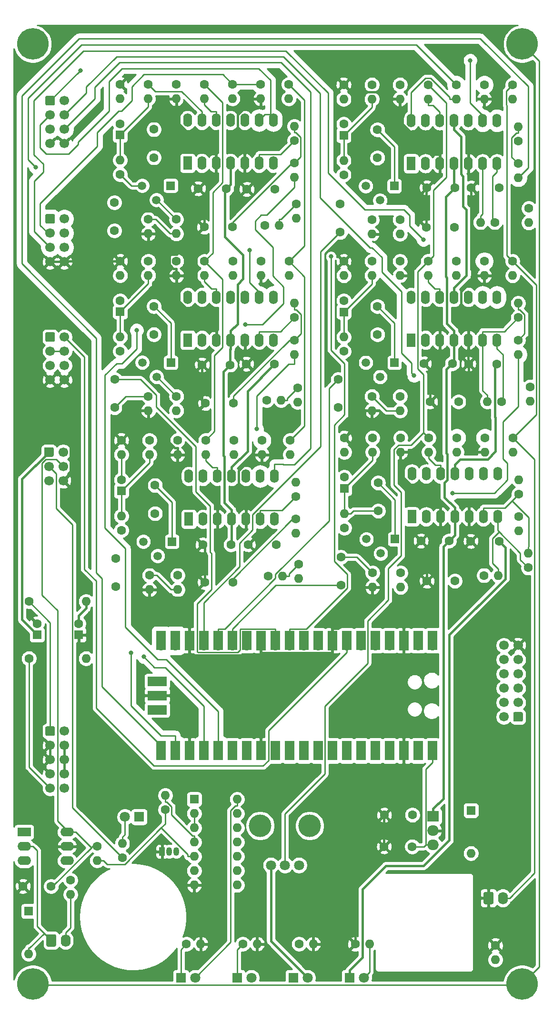
<source format=gbr>
%TF.GenerationSoftware,KiCad,Pcbnew,(5.1.7)-1*%
%TF.CreationDate,2023-03-07T08:06:47+00:00*%
%TF.ProjectId,KOSMO-POLY6-PICO-DCO-MB,4b4f534d-4f2d-4504-9f4c-59362d504943,v0.1.1*%
%TF.SameCoordinates,Original*%
%TF.FileFunction,Copper,L1,Top*%
%TF.FilePolarity,Positive*%
%FSLAX46Y46*%
G04 Gerber Fmt 4.6, Leading zero omitted, Abs format (unit mm)*
G04 Created by KiCad (PCBNEW (5.1.7)-1) date 2023-03-07 08:06:47*
%MOMM*%
%LPD*%
G01*
G04 APERTURE LIST*
%TA.AperFunction,ComponentPad*%
%ADD10C,1.600000*%
%TD*%
%TA.AperFunction,ComponentPad*%
%ADD11O,1.700000X1.700000*%
%TD*%
%TA.AperFunction,ComponentPad*%
%ADD12R,1.700000X1.700000*%
%TD*%
%TA.AperFunction,SMDPad,CuDef*%
%ADD13R,1.700000X3.500000*%
%TD*%
%TA.AperFunction,SMDPad,CuDef*%
%ADD14R,3.500000X1.700000*%
%TD*%
%TA.AperFunction,ComponentPad*%
%ADD15C,1.700000*%
%TD*%
%TA.AperFunction,ComponentPad*%
%ADD16O,1.600000X1.600000*%
%TD*%
%TA.AperFunction,ComponentPad*%
%ADD17C,1.800000*%
%TD*%
%TA.AperFunction,ComponentPad*%
%ADD18R,1.800000X1.800000*%
%TD*%
%TA.AperFunction,ComponentPad*%
%ADD19R,1.600000X1.600000*%
%TD*%
%TA.AperFunction,ComponentPad*%
%ADD20R,1.050000X1.500000*%
%TD*%
%TA.AperFunction,ComponentPad*%
%ADD21O,1.050000X1.500000*%
%TD*%
%TA.AperFunction,ComponentPad*%
%ADD22O,1.740000X2.190000*%
%TD*%
%TA.AperFunction,ComponentPad*%
%ADD23C,5.600000*%
%TD*%
%TA.AperFunction,WasherPad*%
%ADD24C,4.000000*%
%TD*%
%TA.AperFunction,ComponentPad*%
%ADD25O,2.000000X1.905000*%
%TD*%
%TA.AperFunction,ComponentPad*%
%ADD26R,2.000000X1.905000*%
%TD*%
%TA.AperFunction,ComponentPad*%
%ADD27O,1.600000X2.400000*%
%TD*%
%TA.AperFunction,ComponentPad*%
%ADD28R,1.600000X2.400000*%
%TD*%
%TA.AperFunction,ComponentPad*%
%ADD29R,1.500000X1.500000*%
%TD*%
%TA.AperFunction,ComponentPad*%
%ADD30C,1.500000*%
%TD*%
%TA.AperFunction,ComponentPad*%
%ADD31O,2.400000X1.600000*%
%TD*%
%TA.AperFunction,ComponentPad*%
%ADD32R,2.400000X1.600000*%
%TD*%
%TA.AperFunction,ViaPad*%
%ADD33C,0.800000*%
%TD*%
%TA.AperFunction,Conductor*%
%ADD34C,0.450000*%
%TD*%
%TA.AperFunction,Conductor*%
%ADD35C,0.250000*%
%TD*%
%TA.AperFunction,Conductor*%
%ADD36C,0.254000*%
%TD*%
%TA.AperFunction,Conductor*%
%ADD37C,0.100000*%
%TD*%
G04 APERTURE END LIST*
D10*
%TO.P,C41,2*%
%TO.N,-12V*%
X88963000Y-112015000D03*
%TO.P,C41,1*%
%TO.N,GND*%
X83963000Y-112015000D03*
%TD*%
%TO.P,C40,2*%
%TO.N,-12V*%
X128544000Y-111416000D03*
%TO.P,C40,1*%
%TO.N,GND*%
X123544000Y-111416000D03*
%TD*%
%TO.P,C39,2*%
%TO.N,-12V*%
X88661000Y-79943000D03*
%TO.P,C39,1*%
%TO.N,GND*%
X83661000Y-79943000D03*
%TD*%
%TO.P,C38,2*%
%TO.N,-12V*%
X128131000Y-79920000D03*
%TO.P,C38,1*%
%TO.N,GND*%
X123131000Y-79920000D03*
%TD*%
%TO.P,C37,2*%
%TO.N,-12V*%
X88711000Y-48888000D03*
%TO.P,C37,1*%
%TO.N,GND*%
X83711000Y-48888000D03*
%TD*%
%TO.P,C36,2*%
%TO.N,-12V*%
X128575000Y-48648000D03*
%TO.P,C36,1*%
%TO.N,GND*%
X123575000Y-48648000D03*
%TD*%
D11*
%TO.P,MCU1,1*%
%TO.N,Net-(MCU1-Pad1)*%
X116712000Y-129983000D03*
%TO.P,MCU1,2*%
%TO.N,Net-(MCU1-Pad2)*%
X114172000Y-129983000D03*
D12*
%TO.P,MCU1,3*%
%TO.N,GND*%
X111632000Y-129983000D03*
D11*
%TO.P,MCU1,4*%
%TO.N,GATE_OUT0*%
X109092000Y-129983000D03*
%TO.P,MCU1,5*%
%TO.N,GATE_OUT1*%
X106552000Y-129983000D03*
%TO.P,MCU1,6*%
%TO.N,GATE_OUT2*%
X104012000Y-129983000D03*
%TO.P,MCU1,7*%
%TO.N,GATE_OUT3*%
X101472000Y-129983000D03*
D12*
%TO.P,MCU1,8*%
%TO.N,GND*%
X98932000Y-129983000D03*
D11*
%TO.P,MCU1,9*%
%TO.N,GATE_OUT1*%
X96392000Y-129983000D03*
%TO.P,MCU1,10*%
%TO.N,GATE_OUT2*%
X93852000Y-129983000D03*
%TO.P,MCU1,11*%
%TO.N,RESET1*%
X91312000Y-129983000D03*
%TO.P,MCU1,12*%
%TO.N,RESET3*%
X88772000Y-129983000D03*
D12*
%TO.P,MCU1,13*%
%TO.N,GND*%
X86232000Y-129983000D03*
D11*
%TO.P,MCU1,14*%
%TO.N,RESET5*%
X83692000Y-129983000D03*
%TO.P,MCU1,15*%
%TO.N,RESET4*%
X81152000Y-129983000D03*
%TO.P,MCU1,16*%
%TO.N,RESET2*%
X78612000Y-129983000D03*
%TO.P,MCU1,17*%
%TO.N,RESET0*%
X76072000Y-129983000D03*
D12*
%TO.P,MCU1,18*%
%TO.N,GND*%
X73532000Y-129983000D03*
D11*
%TO.P,MCU1,19*%
%TO.N,RANGE_PWM4*%
X70992000Y-129983000D03*
%TO.P,MCU1,20*%
%TO.N,RANGE_PWM2*%
X68452000Y-129983000D03*
%TO.P,MCU1,21*%
%TO.N,RANGE_PWM0*%
X68452000Y-147763000D03*
%TO.P,MCU1,22*%
%TO.N,RANGE_PWM5*%
X70992000Y-147763000D03*
D12*
%TO.P,MCU1,23*%
%TO.N,GND*%
X73532000Y-147763000D03*
D11*
%TO.P,MCU1,24*%
%TO.N,RANGE_PWM3*%
X76072000Y-147763000D03*
%TO.P,MCU1,25*%
%TO.N,RANGE_PWM1*%
X78612000Y-147763000D03*
%TO.P,MCU1,26*%
%TO.N,Net-(MCU1-Pad26)*%
X81152000Y-147763000D03*
%TO.P,MCU1,27*%
%TO.N,Net-(MCU1-Pad27)*%
X83692000Y-147763000D03*
D12*
%TO.P,MCU1,28*%
%TO.N,GND*%
X86232000Y-147763000D03*
D11*
%TO.P,MCU1,29*%
%TO.N,Net-(MCU1-Pad29)*%
X88772000Y-147763000D03*
%TO.P,MCU1,30*%
%TO.N,Net-(MCU1-Pad30)*%
X91312000Y-147763000D03*
%TO.P,MCU1,31*%
%TO.N,Net-(MCU1-Pad31)*%
X93852000Y-147763000D03*
%TO.P,MCU1,32*%
%TO.N,Net-(MCU1-Pad32)*%
X96392000Y-147763000D03*
D12*
%TO.P,MCU1,33*%
%TO.N,Net-(MCU1-Pad33)*%
X98932000Y-147763000D03*
D11*
%TO.P,MCU1,34*%
%TO.N,Net-(MCU1-Pad34)*%
X101472000Y-147763000D03*
%TO.P,MCU1,35*%
%TO.N,Net-(MCU1-Pad35)*%
X104012000Y-147763000D03*
%TO.P,MCU1,36*%
%TO.N,+3V3*%
X106552000Y-147763000D03*
%TO.P,MCU1,37*%
%TO.N,Net-(MCU1-Pad37)*%
X109092000Y-147763000D03*
D12*
%TO.P,MCU1,38*%
%TO.N,GND*%
X111632000Y-147763000D03*
D11*
%TO.P,MCU1,39*%
%TO.N,Net-(MCU1-Pad39)*%
X114172000Y-147763000D03*
%TO.P,MCU1,40*%
%TO.N,+5V*%
X116712000Y-147763000D03*
D13*
%TO.P,MCU1,1*%
%TO.N,Net-(MCU1-Pad1)*%
X116712000Y-129083000D03*
%TO.P,MCU1,2*%
%TO.N,Net-(MCU1-Pad2)*%
X114172000Y-129083000D03*
%TO.P,MCU1,3*%
%TO.N,GND*%
X111632000Y-129083000D03*
%TO.P,MCU1,4*%
%TO.N,GATE_OUT0*%
X109092000Y-129083000D03*
%TO.P,MCU1,5*%
%TO.N,GATE_OUT1*%
X106552000Y-129083000D03*
%TO.P,MCU1,6*%
%TO.N,GATE_OUT2*%
X104012000Y-129083000D03*
%TO.P,MCU1,7*%
%TO.N,GATE_OUT3*%
X101472000Y-129083000D03*
%TO.P,MCU1,8*%
%TO.N,GND*%
X98932000Y-129083000D03*
%TO.P,MCU1,9*%
%TO.N,GATE_OUT1*%
X96392000Y-129083000D03*
%TO.P,MCU1,10*%
%TO.N,GATE_OUT2*%
X93852000Y-129083000D03*
%TO.P,MCU1,11*%
%TO.N,RESET1*%
X91312000Y-129083000D03*
%TO.P,MCU1,12*%
%TO.N,RESET3*%
X88772000Y-129083000D03*
%TO.P,MCU1,13*%
%TO.N,GND*%
X86232000Y-129083000D03*
%TO.P,MCU1,14*%
%TO.N,RESET5*%
X83692000Y-129083000D03*
%TO.P,MCU1,15*%
%TO.N,RESET4*%
X81152000Y-129083000D03*
%TO.P,MCU1,16*%
%TO.N,RESET2*%
X78612000Y-129083000D03*
%TO.P,MCU1,17*%
%TO.N,RESET0*%
X76072000Y-129083000D03*
%TO.P,MCU1,18*%
%TO.N,GND*%
X73532000Y-129083000D03*
%TO.P,MCU1,19*%
%TO.N,RANGE_PWM4*%
X70992000Y-129083000D03*
%TO.P,MCU1,20*%
%TO.N,RANGE_PWM2*%
X68452000Y-129083000D03*
%TO.P,MCU1,40*%
%TO.N,+5V*%
X116712000Y-148663000D03*
%TO.P,MCU1,39*%
%TO.N,Net-(MCU1-Pad39)*%
X114172000Y-148663000D03*
%TO.P,MCU1,38*%
%TO.N,GND*%
X111632000Y-148663000D03*
%TO.P,MCU1,37*%
%TO.N,Net-(MCU1-Pad37)*%
X109092000Y-148663000D03*
%TO.P,MCU1,36*%
%TO.N,+3V3*%
X106552000Y-148663000D03*
%TO.P,MCU1,35*%
%TO.N,Net-(MCU1-Pad35)*%
X104012000Y-148663000D03*
%TO.P,MCU1,34*%
%TO.N,Net-(MCU1-Pad34)*%
X101472000Y-148663000D03*
%TO.P,MCU1,33*%
%TO.N,Net-(MCU1-Pad33)*%
X98932000Y-148663000D03*
%TO.P,MCU1,32*%
%TO.N,Net-(MCU1-Pad32)*%
X96392000Y-148663000D03*
%TO.P,MCU1,31*%
%TO.N,Net-(MCU1-Pad31)*%
X93852000Y-148663000D03*
%TO.P,MCU1,30*%
%TO.N,Net-(MCU1-Pad30)*%
X91312000Y-148663000D03*
%TO.P,MCU1,29*%
%TO.N,Net-(MCU1-Pad29)*%
X88772000Y-148663000D03*
%TO.P,MCU1,28*%
%TO.N,GND*%
X86232000Y-148663000D03*
%TO.P,MCU1,27*%
%TO.N,Net-(MCU1-Pad27)*%
X83692000Y-148663000D03*
%TO.P,MCU1,26*%
%TO.N,Net-(MCU1-Pad26)*%
X81152000Y-148663000D03*
%TO.P,MCU1,25*%
%TO.N,RANGE_PWM1*%
X78612000Y-148663000D03*
%TO.P,MCU1,24*%
%TO.N,RANGE_PWM3*%
X76072000Y-148663000D03*
%TO.P,MCU1,23*%
%TO.N,GND*%
X73532000Y-148663000D03*
%TO.P,MCU1,22*%
%TO.N,RANGE_PWM5*%
X70992000Y-148663000D03*
%TO.P,MCU1,21*%
%TO.N,RANGE_PWM0*%
X68452000Y-148663000D03*
D14*
%TO.P,MCU1,41*%
%TO.N,Net-(MCU1-Pad41)*%
X67782000Y-136333000D03*
D11*
X68682000Y-136333000D03*
D14*
%TO.P,MCU1,42*%
%TO.N,GND*%
X67782000Y-138873000D03*
D12*
X68682000Y-138873000D03*
D14*
%TO.P,MCU1,43*%
%TO.N,Net-(MCU1-Pad43)*%
X67782000Y-141413000D03*
D11*
X68682000Y-141413000D03*
%TD*%
D15*
%TO.P,MOD1,12*%
%TO.N,Net-(MOD1-Pad12)*%
X129408000Y-129948000D03*
%TO.P,MOD1,10*%
%TO.N,Net-(MOD1-Pad10)*%
X129408000Y-132488000D03*
%TO.P,MOD1,8*%
%TO.N,Net-(MOD1-Pad8)*%
X129408000Y-135028000D03*
%TO.P,MOD1,6*%
%TO.N,Net-(MOD1-Pad6)*%
X129408000Y-137568000D03*
%TO.P,MOD1,4*%
%TO.N,Net-(MOD1-Pad4)*%
X129408000Y-140108000D03*
%TO.P,MOD1,2*%
%TO.N,Net-(MOD1-Pad2)*%
X129408000Y-142648000D03*
%TO.P,MOD1,11*%
%TO.N,GND*%
X131948000Y-129948000D03*
%TO.P,MOD1,9*%
%TO.N,Net-(MCU1-Pad29)*%
X131948000Y-132488000D03*
%TO.P,MOD1,7*%
%TO.N,Net-(MCU1-Pad30)*%
X131948000Y-135028000D03*
%TO.P,MOD1,5*%
%TO.N,Net-(MCU1-Pad31)*%
X131948000Y-137568000D03*
%TO.P,MOD1,3*%
%TO.N,Net-(MCU1-Pad32)*%
X131948000Y-140108000D03*
%TO.P,MOD1,1*%
%TO.N,Net-(MCU1-Pad33)*%
%TA.AperFunction,ComponentPad*%
G36*
G01*
X132798000Y-142048000D02*
X132798000Y-143248000D01*
G75*
G02*
X132548000Y-143498000I-250000J0D01*
G01*
X131348000Y-143498000D01*
G75*
G02*
X131098000Y-143248000I0J250000D01*
G01*
X131098000Y-142048000D01*
G75*
G02*
X131348000Y-141798000I250000J0D01*
G01*
X132548000Y-141798000D01*
G75*
G02*
X132798000Y-142048000I0J-250000D01*
G01*
G37*
%TD.AperFunction*%
%TD*%
%TO.P,Power-OUT1,6*%
%TO.N,GND*%
X51077000Y-100664000D03*
%TO.P,Power-OUT1,4*%
%TO.N,+3V3*%
X51077000Y-98124000D03*
%TO.P,Power-OUT1,2*%
%TO.N,-12V*%
X51077000Y-95584000D03*
%TO.P,Power-OUT1,5*%
%TO.N,GND*%
X48537000Y-100664000D03*
%TO.P,Power-OUT1,3*%
%TO.N,+5V*%
X48537000Y-98124000D03*
%TO.P,Power-OUT1,1*%
%TO.N,+12V*%
%TA.AperFunction,ComponentPad*%
G36*
G01*
X47687000Y-96184000D02*
X47687000Y-94984000D01*
G75*
G02*
X47937000Y-94734000I250000J0D01*
G01*
X49137000Y-94734000D01*
G75*
G02*
X49387000Y-94984000I0J-250000D01*
G01*
X49387000Y-96184000D01*
G75*
G02*
X49137000Y-96434000I-250000J0D01*
G01*
X47937000Y-96434000D01*
G75*
G02*
X47687000Y-96184000I0J250000D01*
G01*
G37*
%TD.AperFunction*%
%TD*%
D16*
%TO.P,R93,2*%
%TO.N,GND*%
X75540000Y-183000000D03*
D10*
%TO.P,R93,1*%
%TO.N,Net-(D7-Pad1)*%
X73000000Y-183000000D03*
%TD*%
D17*
%TO.P,D7,2*%
%TO.N,+3V3*%
X74540000Y-189000000D03*
D18*
%TO.P,D7,1*%
%TO.N,Net-(D7-Pad1)*%
X72000000Y-189000000D03*
%TD*%
D16*
%TO.P,R91,2*%
%TO.N,Net-(D6-Pad2)*%
X61574000Y-165130000D03*
D10*
%TO.P,R91,1*%
%TO.N,+5V*%
X61574000Y-167670000D03*
%TD*%
D17*
%TO.P,D6,2*%
%TO.N,Net-(D6-Pad2)*%
X62050000Y-160430000D03*
D18*
%TO.P,D6,1*%
%TO.N,Net-(D6-Pad1)*%
X64590000Y-160430000D03*
%TD*%
D16*
%TO.P,U9,14*%
%TO.N,+3V3*%
X81981000Y-157289000D03*
%TO.P,U9,7*%
%TO.N,GND*%
X74361000Y-172529000D03*
%TO.P,U9,13*%
%TO.N,N/C*%
X81981000Y-159829000D03*
%TO.P,U9,6*%
%TO.N,Net-(Q7-Pad2)*%
X74361000Y-169989000D03*
%TO.P,U9,12*%
%TO.N,N/C*%
X81981000Y-162369000D03*
%TO.P,U9,5*%
%TO.N,Net-(R17-Pad2)*%
X74361000Y-167449000D03*
%TO.P,U9,11*%
%TO.N,N/C*%
X81981000Y-164909000D03*
%TO.P,U9,4*%
%TO.N,Net-(MCU1-Pad2)*%
X74361000Y-164909000D03*
%TO.P,U9,10*%
%TO.N,N/C*%
X81981000Y-167449000D03*
%TO.P,U9,3*%
%TO.N,Net-(U9-Pad2)*%
X74361000Y-162369000D03*
%TO.P,U9,9*%
%TO.N,N/C*%
X81981000Y-169989000D03*
%TO.P,U9,2*%
%TO.N,Net-(U9-Pad2)*%
X74361000Y-159829000D03*
%TO.P,U9,8*%
%TO.N,N/C*%
X81981000Y-172529000D03*
D19*
%TO.P,U9,1*%
%TO.N,Net-(R17-Pad2)*%
X74361000Y-157289000D03*
%TD*%
D16*
%TO.P,R92,2*%
%TO.N,Net-(MCU1-Pad2)*%
X69234000Y-156604000D03*
D10*
%TO.P,R92,1*%
%TO.N,Net-(R17-Pad2)*%
X69234000Y-159144000D03*
%TD*%
D20*
%TO.P,Q7,1*%
%TO.N,GND*%
X68650000Y-166578000D03*
D21*
%TO.P,Q7,3*%
%TO.N,Net-(D6-Pad1)*%
X71190000Y-166578000D03*
%TO.P,Q7,2*%
%TO.N,Net-(Q7-Pad2)*%
X69920000Y-166578000D03*
%TD*%
D22*
%TO.P,PWM_IN1,2*%
%TO.N,PWM_IN*%
X129236000Y-174841000D03*
%TO.P,PWM_IN1,1*%
%TO.N,GND*%
%TA.AperFunction,ComponentPad*%
G36*
G01*
X125826000Y-175686001D02*
X125826000Y-173995999D01*
G75*
G02*
X126075999Y-173746000I249999J0D01*
G01*
X127316001Y-173746000D01*
G75*
G02*
X127566000Y-173995999I0J-249999D01*
G01*
X127566000Y-175686001D01*
G75*
G02*
X127316001Y-175936000I-249999J0D01*
G01*
X126075999Y-175936000D01*
G75*
G02*
X125826000Y-175686001I0J249999D01*
G01*
G37*
%TD.AperFunction*%
%TD*%
D15*
%TO.P,POWER1,10*%
%TO.N,Net-(FB1-Pad1)*%
X51299000Y-155339000D03*
%TO.P,POWER1,8*%
%TO.N,GND*%
X51299000Y-152799000D03*
%TO.P,POWER1,6*%
X51299000Y-150259000D03*
%TO.P,POWER1,4*%
X51299000Y-147719000D03*
%TO.P,POWER1,2*%
%TO.N,Net-(FB2-Pad1)*%
X51299000Y-145179000D03*
%TO.P,POWER1,9*%
%TO.N,Net-(FB1-Pad1)*%
X48759000Y-155339000D03*
%TO.P,POWER1,7*%
%TO.N,GND*%
X48759000Y-152799000D03*
%TO.P,POWER1,5*%
X48759000Y-150259000D03*
%TO.P,POWER1,3*%
X48759000Y-147719000D03*
%TO.P,POWER1,1*%
%TO.N,Net-(FB2-Pad1)*%
%TA.AperFunction,ComponentPad*%
G36*
G01*
X47909000Y-145779000D02*
X47909000Y-144579000D01*
G75*
G02*
X48159000Y-144329000I250000J0D01*
G01*
X49359000Y-144329000D01*
G75*
G02*
X49609000Y-144579000I0J-250000D01*
G01*
X49609000Y-145779000D01*
G75*
G02*
X49359000Y-146029000I-250000J0D01*
G01*
X48159000Y-146029000D01*
G75*
G02*
X47909000Y-145779000I0J250000D01*
G01*
G37*
%TD.AperFunction*%
%TD*%
%TO.P,RAMP1,8*%
%TO.N,GND*%
X51299000Y-40773000D03*
%TO.P,RAMP1,6*%
%TO.N,RAMP_OUT5*%
X51299000Y-38233000D03*
%TO.P,RAMP1,4*%
%TO.N,RAMP_OUT4*%
X51299000Y-35693000D03*
%TO.P,RAMP1,2*%
%TO.N,RAMP_OUT3*%
X51299000Y-33153000D03*
%TO.P,RAMP1,7*%
%TO.N,GND*%
X48759000Y-40773000D03*
%TO.P,RAMP1,5*%
%TO.N,RAMP_OUT2*%
X48759000Y-38233000D03*
%TO.P,RAMP1,3*%
%TO.N,RAMP_OUT1*%
X48759000Y-35693000D03*
%TO.P,RAMP1,1*%
%TO.N,RAMP_OUT0*%
%TA.AperFunction,ComponentPad*%
G36*
G01*
X47909000Y-33753000D02*
X47909000Y-32553000D01*
G75*
G02*
X48159000Y-32303000I250000J0D01*
G01*
X49359000Y-32303000D01*
G75*
G02*
X49609000Y-32553000I0J-250000D01*
G01*
X49609000Y-33753000D01*
G75*
G02*
X49359000Y-34003000I-250000J0D01*
G01*
X48159000Y-34003000D01*
G75*
G02*
X47909000Y-33753000I0J250000D01*
G01*
G37*
%TD.AperFunction*%
%TD*%
D16*
%TO.P,R90,2*%
%TO.N,Net-(D5-Pad2)*%
X105540000Y-183000000D03*
D10*
%TO.P,R90,1*%
%TO.N,GND*%
X103000000Y-183000000D03*
%TD*%
D16*
%TO.P,R89,2*%
%TO.N,GND*%
X95540000Y-183000000D03*
D10*
%TO.P,R89,1*%
%TO.N,Net-(D4-Pad1)*%
X93000000Y-183000000D03*
%TD*%
D15*
%TO.P,PULSE1,8*%
%TO.N,GND*%
X51299000Y-61773000D03*
%TO.P,PULSE1,6*%
%TO.N,PULSE_OUT5*%
X51299000Y-59233000D03*
%TO.P,PULSE1,4*%
%TO.N,PULSE_OUT4*%
X51299000Y-56693000D03*
%TO.P,PULSE1,2*%
%TO.N,PULSE_OUT3*%
X51299000Y-54153000D03*
%TO.P,PULSE1,7*%
%TO.N,GND*%
X48759000Y-61773000D03*
%TO.P,PULSE1,5*%
%TO.N,PULSE_OUT2*%
X48759000Y-59233000D03*
%TO.P,PULSE1,3*%
%TO.N,PULSE_OUT1*%
X48759000Y-56693000D03*
%TO.P,PULSE1,1*%
%TO.N,PULSE_OUT0*%
%TA.AperFunction,ComponentPad*%
G36*
G01*
X47909000Y-54753000D02*
X47909000Y-53553000D01*
G75*
G02*
X48159000Y-53303000I250000J0D01*
G01*
X49359000Y-53303000D01*
G75*
G02*
X49609000Y-53553000I0J-250000D01*
G01*
X49609000Y-54753000D01*
G75*
G02*
X49359000Y-55003000I-250000J0D01*
G01*
X48159000Y-55003000D01*
G75*
G02*
X47909000Y-54753000I0J250000D01*
G01*
G37*
%TD.AperFunction*%
%TD*%
D22*
%TO.P,MIDI_IN1,2*%
%TO.N,Net-(MIDI_IN1-Pad2)*%
X51505000Y-182371000D03*
%TO.P,MIDI_IN1,1*%
%TO.N,Net-(D1-Pad2)*%
%TA.AperFunction,ComponentPad*%
G36*
G01*
X48095000Y-183216001D02*
X48095000Y-181525999D01*
G75*
G02*
X48344999Y-181276000I249999J0D01*
G01*
X49585001Y-181276000D01*
G75*
G02*
X49835000Y-181525999I0J-249999D01*
G01*
X49835000Y-183216001D01*
G75*
G02*
X49585001Y-183466000I-249999J0D01*
G01*
X48344999Y-183466000D01*
G75*
G02*
X48095000Y-183216001I0J249999D01*
G01*
G37*
%TD.AperFunction*%
%TD*%
D23*
%TO.P,H4,1*%
%TO.N,Net-(H1-Pad1)*%
X45674000Y-190089000D03*
%TD*%
%TO.P,H3,1*%
%TO.N,Net-(H1-Pad1)*%
X132660000Y-190087000D03*
%TD*%
%TO.P,H2,1*%
%TO.N,Net-(H1-Pad1)*%
X132662000Y-23093000D03*
%TD*%
%TO.P,H1,1*%
%TO.N,Net-(H1-Pad1)*%
X45662000Y-23095000D03*
%TD*%
D15*
%TO.P,GATE1,8*%
%TO.N,GND*%
X51299000Y-82773000D03*
%TO.P,GATE1,6*%
%TO.N,GATE_OUT2*%
X51299000Y-80233000D03*
%TO.P,GATE1,4*%
%TO.N,GATE_OUT1*%
X51299000Y-77693000D03*
%TO.P,GATE1,2*%
%TO.N,GATE_OUT3*%
X51299000Y-75153000D03*
%TO.P,GATE1,7*%
%TO.N,GND*%
X48759000Y-82773000D03*
%TO.P,GATE1,5*%
%TO.N,GATE_OUT2*%
X48759000Y-80233000D03*
%TO.P,GATE1,3*%
%TO.N,GATE_OUT1*%
X48759000Y-77693000D03*
%TO.P,GATE1,1*%
%TO.N,GATE_OUT0*%
%TA.AperFunction,ComponentPad*%
G36*
G01*
X47909000Y-75753000D02*
X47909000Y-74553000D01*
G75*
G02*
X48159000Y-74303000I250000J0D01*
G01*
X49359000Y-74303000D01*
G75*
G02*
X49609000Y-74553000I0J-250000D01*
G01*
X49609000Y-75753000D01*
G75*
G02*
X49359000Y-76003000I-250000J0D01*
G01*
X48159000Y-76003000D01*
G75*
G02*
X47909000Y-75753000I0J250000D01*
G01*
G37*
%TD.AperFunction*%
%TD*%
D16*
%TO.P,FB2,2*%
%TO.N,-12V*%
X55142000Y-122122000D03*
D10*
%TO.P,FB2,1*%
%TO.N,Net-(FB2-Pad1)*%
X44982000Y-122122000D03*
%TD*%
D16*
%TO.P,FB1,2*%
%TO.N,+12V*%
X55142000Y-132259000D03*
D10*
%TO.P,FB1,1*%
%TO.N,Net-(FB1-Pad1)*%
X44982000Y-132259000D03*
%TD*%
D17*
%TO.P,D5,2*%
%TO.N,Net-(D5-Pad2)*%
X104540000Y-189000000D03*
D18*
%TO.P,D5,1*%
%TO.N,-12V*%
X102000000Y-189000000D03*
%TD*%
D17*
%TO.P,D4,2*%
%TO.N,+12V*%
X94540000Y-189000000D03*
D18*
%TO.P,D4,1*%
%TO.N,Net-(D4-Pad1)*%
X92000000Y-189000000D03*
%TD*%
D10*
%TO.P,C9,2*%
%TO.N,-12V*%
X53833000Y-126077000D03*
D19*
%TO.P,C9,1*%
%TO.N,GND*%
X53833000Y-128077000D03*
%TD*%
D10*
%TO.P,C8,2*%
%TO.N,GND*%
X46445000Y-126077000D03*
D19*
%TO.P,C8,1*%
%TO.N,+12V*%
X46445000Y-128077000D03*
%TD*%
D16*
%TO.P,R88,2*%
%TO.N,GND*%
X85540000Y-183000000D03*
D10*
%TO.P,R88,1*%
%TO.N,Net-(D3-Pad1)*%
X83000000Y-183000000D03*
%TD*%
D16*
%TO.P,R87,2*%
%TO.N,GND*%
X86412000Y-96045000D03*
D10*
%TO.P,R87,1*%
%TO.N,PULSE_OUT5*%
X86412000Y-93505000D03*
%TD*%
D16*
%TO.P,R86,2*%
%TO.N,Net-(R86-Pad2)*%
X81412000Y-96045000D03*
D10*
%TO.P,R86,1*%
%TO.N,PULSE_OUT5*%
X81412000Y-93505000D03*
%TD*%
D16*
%TO.P,R85,2*%
%TO.N,Net-(C34-Pad2)*%
X61412000Y-96045000D03*
D10*
%TO.P,R85,1*%
%TO.N,GND*%
X61412000Y-93505000D03*
%TD*%
D16*
%TO.P,R84,2*%
%TO.N,Net-(C33-Pad1)*%
X66412000Y-96045000D03*
D10*
%TO.P,R84,1*%
%TO.N,Net-(R84-Pad1)*%
X66412000Y-93505000D03*
%TD*%
D16*
%TO.P,R83,2*%
%TO.N,Net-(C33-Pad1)*%
X61412000Y-106965000D03*
D10*
%TO.P,R83,1*%
%TO.N,Net-(Q6-Pad3)*%
X61412000Y-109505000D03*
%TD*%
D16*
%TO.P,R82,2*%
%TO.N,GND*%
X71412000Y-96045000D03*
D10*
%TO.P,R82,1*%
%TO.N,Net-(R80-Pad2)*%
X71412000Y-93505000D03*
%TD*%
D16*
%TO.P,R81,2*%
%TO.N,Net-(R80-Pad2)*%
X76412000Y-96045000D03*
D10*
%TO.P,R81,1*%
%TO.N,PW_POT*%
X76412000Y-93505000D03*
%TD*%
D16*
%TO.P,R80,2*%
%TO.N,Net-(R80-Pad2)*%
X91412000Y-96045000D03*
D10*
%TO.P,R80,1*%
%TO.N,PWM_IN*%
X91412000Y-93505000D03*
%TD*%
D16*
%TO.P,R79,2*%
%TO.N,Net-(C32-Pad1)*%
X71412000Y-120045000D03*
D10*
%TO.P,R79,1*%
%TO.N,Net-(Q6-Pad2)*%
X71412000Y-117505000D03*
%TD*%
D16*
%TO.P,R78,2*%
%TO.N,Net-(R76-Pad1)*%
X90092000Y-117632000D03*
D10*
%TO.P,R78,1*%
%TO.N,Net-(C33-Pad2)*%
X87552000Y-117632000D03*
%TD*%
D16*
%TO.P,R77,2*%
%TO.N,GND*%
X66412000Y-120045000D03*
D10*
%TO.P,R77,1*%
%TO.N,Net-(C32-Pad1)*%
X66412000Y-117505000D03*
%TD*%
D16*
%TO.P,R74,2*%
%TO.N,RANGE_PWM5*%
X92412000Y-110045000D03*
D10*
%TO.P,R74,1*%
%TO.N,Net-(C31-Pad1)*%
X92412000Y-107505000D03*
%TD*%
D16*
%TO.P,R73,2*%
%TO.N,GND*%
X126052000Y-95600000D03*
D10*
%TO.P,R73,1*%
%TO.N,PULSE_OUT4*%
X126052000Y-93060000D03*
%TD*%
D16*
%TO.P,R72,2*%
%TO.N,Net-(R72-Pad2)*%
X121052000Y-95600000D03*
D10*
%TO.P,R72,1*%
%TO.N,PULSE_OUT4*%
X121052000Y-93060000D03*
%TD*%
D16*
%TO.P,R71,2*%
%TO.N,Net-(C29-Pad2)*%
X101052000Y-95600000D03*
D10*
%TO.P,R71,1*%
%TO.N,GND*%
X101052000Y-93060000D03*
%TD*%
D16*
%TO.P,R70,2*%
%TO.N,Net-(C28-Pad1)*%
X106052000Y-95600000D03*
D10*
%TO.P,R70,1*%
%TO.N,Net-(R70-Pad1)*%
X106052000Y-93060000D03*
%TD*%
D16*
%TO.P,R69,2*%
%TO.N,Net-(C28-Pad1)*%
X101052000Y-106520000D03*
D10*
%TO.P,R69,1*%
%TO.N,Net-(Q5-Pad3)*%
X101052000Y-109060000D03*
%TD*%
D16*
%TO.P,R68,2*%
%TO.N,GND*%
X111052000Y-95600000D03*
D10*
%TO.P,R68,1*%
%TO.N,Net-(R66-Pad2)*%
X111052000Y-93060000D03*
%TD*%
D16*
%TO.P,R67,2*%
%TO.N,Net-(R66-Pad2)*%
X116052000Y-95600000D03*
D10*
%TO.P,R67,1*%
%TO.N,PW_POT*%
X116052000Y-93060000D03*
%TD*%
D16*
%TO.P,R66,2*%
%TO.N,Net-(R66-Pad2)*%
X131052000Y-95600000D03*
D10*
%TO.P,R66,1*%
%TO.N,PWM_IN*%
X131052000Y-93060000D03*
%TD*%
D16*
%TO.P,R65,2*%
%TO.N,Net-(C27-Pad1)*%
X111052000Y-119600000D03*
D10*
%TO.P,R65,1*%
%TO.N,Net-(Q5-Pad2)*%
X111052000Y-117060000D03*
%TD*%
D16*
%TO.P,R64,2*%
%TO.N,Net-(R62-Pad1)*%
X128410000Y-117509000D03*
D10*
%TO.P,R64,1*%
%TO.N,Net-(C28-Pad2)*%
X125870000Y-117509000D03*
%TD*%
D16*
%TO.P,R63,2*%
%TO.N,GND*%
X106052000Y-119600000D03*
D10*
%TO.P,R63,1*%
%TO.N,Net-(C27-Pad1)*%
X106052000Y-117060000D03*
%TD*%
D16*
%TO.P,R60,2*%
%TO.N,RANGE_PWM4*%
X132052000Y-109600000D03*
D10*
%TO.P,R60,1*%
%TO.N,Net-(C26-Pad1)*%
X132052000Y-107060000D03*
%TD*%
D16*
%TO.P,R59,2*%
%TO.N,GND*%
X86218000Y-64226000D03*
D10*
%TO.P,R59,1*%
%TO.N,PULSE_OUT3*%
X86218000Y-61686000D03*
%TD*%
D16*
%TO.P,R58,2*%
%TO.N,Net-(R58-Pad2)*%
X81218000Y-64226000D03*
D10*
%TO.P,R58,1*%
%TO.N,PULSE_OUT3*%
X81218000Y-61686000D03*
%TD*%
D16*
%TO.P,R57,2*%
%TO.N,Net-(C24-Pad2)*%
X61218000Y-64226000D03*
D10*
%TO.P,R57,1*%
%TO.N,GND*%
X61218000Y-61686000D03*
%TD*%
D16*
%TO.P,R56,2*%
%TO.N,Net-(C23-Pad1)*%
X66218000Y-64226000D03*
D10*
%TO.P,R56,1*%
%TO.N,Net-(R56-Pad1)*%
X66218000Y-61686000D03*
%TD*%
D16*
%TO.P,R55,2*%
%TO.N,Net-(C23-Pad1)*%
X61218000Y-75146000D03*
D10*
%TO.P,R55,1*%
%TO.N,Net-(Q4-Pad3)*%
X61218000Y-77686000D03*
%TD*%
D16*
%TO.P,R54,2*%
%TO.N,GND*%
X71218000Y-64226000D03*
D10*
%TO.P,R54,1*%
%TO.N,Net-(R52-Pad2)*%
X71218000Y-61686000D03*
%TD*%
D16*
%TO.P,R53,2*%
%TO.N,Net-(R52-Pad2)*%
X76218000Y-64226000D03*
D10*
%TO.P,R53,1*%
%TO.N,PW_POT*%
X76218000Y-61686000D03*
%TD*%
D16*
%TO.P,R52,2*%
%TO.N,Net-(R52-Pad2)*%
X91218000Y-64226000D03*
D10*
%TO.P,R52,1*%
%TO.N,PWM_IN*%
X91218000Y-61686000D03*
%TD*%
D16*
%TO.P,R51,2*%
%TO.N,Net-(C22-Pad1)*%
X71218000Y-88226000D03*
D10*
%TO.P,R51,1*%
%TO.N,Net-(Q4-Pad2)*%
X71218000Y-85686000D03*
%TD*%
D16*
%TO.P,R50,2*%
%TO.N,Net-(R48-Pad1)*%
X89802000Y-86392000D03*
D10*
%TO.P,R50,1*%
%TO.N,Net-(C23-Pad2)*%
X87262000Y-86392000D03*
%TD*%
D16*
%TO.P,R49,2*%
%TO.N,GND*%
X66218000Y-88226000D03*
D10*
%TO.P,R49,1*%
%TO.N,Net-(C22-Pad1)*%
X66218000Y-85686000D03*
%TD*%
D16*
%TO.P,R46,2*%
%TO.N,RANGE_PWM3*%
X92218000Y-78226000D03*
D10*
%TO.P,R46,1*%
%TO.N,Net-(C21-Pad1)*%
X92218000Y-75686000D03*
%TD*%
D16*
%TO.P,R45,2*%
%TO.N,GND*%
X125950000Y-64238000D03*
D10*
%TO.P,R45,1*%
%TO.N,PULSE_OUT2*%
X125950000Y-61698000D03*
%TD*%
D16*
%TO.P,R44,2*%
%TO.N,Net-(R44-Pad2)*%
X120950000Y-64238000D03*
D10*
%TO.P,R44,1*%
%TO.N,PULSE_OUT2*%
X120950000Y-61698000D03*
%TD*%
D16*
%TO.P,R43,2*%
%TO.N,Net-(C19-Pad2)*%
X100950000Y-64238000D03*
D10*
%TO.P,R43,1*%
%TO.N,GND*%
X100950000Y-61698000D03*
%TD*%
D16*
%TO.P,R42,2*%
%TO.N,Net-(C18-Pad1)*%
X105950000Y-64238000D03*
D10*
%TO.P,R42,1*%
%TO.N,Net-(R42-Pad1)*%
X105950000Y-61698000D03*
%TD*%
D16*
%TO.P,R41,2*%
%TO.N,Net-(C18-Pad1)*%
X100950000Y-75158000D03*
D10*
%TO.P,R41,1*%
%TO.N,Net-(Q3-Pad3)*%
X100950000Y-77698000D03*
%TD*%
D16*
%TO.P,R40,2*%
%TO.N,GND*%
X110950000Y-64238000D03*
D10*
%TO.P,R40,1*%
%TO.N,Net-(R38-Pad2)*%
X110950000Y-61698000D03*
%TD*%
D16*
%TO.P,R39,2*%
%TO.N,Net-(R38-Pad2)*%
X115950000Y-64238000D03*
D10*
%TO.P,R39,1*%
%TO.N,PW_POT*%
X115950000Y-61698000D03*
%TD*%
D16*
%TO.P,R38,2*%
%TO.N,Net-(R38-Pad2)*%
X130950000Y-64238000D03*
D10*
%TO.P,R38,1*%
%TO.N,PWM_IN*%
X130950000Y-61698000D03*
%TD*%
D16*
%TO.P,R37,2*%
%TO.N,Net-(C17-Pad1)*%
X110950000Y-88238000D03*
D10*
%TO.P,R37,1*%
%TO.N,Net-(Q3-Pad2)*%
X110950000Y-85698000D03*
%TD*%
D16*
%TO.P,R36,2*%
%TO.N,Net-(R34-Pad1)*%
X134048000Y-86539000D03*
D10*
%TO.P,R36,1*%
%TO.N,Net-(C18-Pad2)*%
X134048000Y-83999000D03*
%TD*%
D16*
%TO.P,R35,2*%
%TO.N,GND*%
X105950000Y-88238000D03*
D10*
%TO.P,R35,1*%
%TO.N,Net-(C17-Pad1)*%
X105950000Y-85698000D03*
%TD*%
D16*
%TO.P,R32,2*%
%TO.N,RANGE_PWM2*%
X131950000Y-78238000D03*
D10*
%TO.P,R32,1*%
%TO.N,Net-(C16-Pad1)*%
X131950000Y-75698000D03*
%TD*%
D16*
%TO.P,R31,2*%
%TO.N,GND*%
X86190000Y-32799000D03*
D10*
%TO.P,R31,1*%
%TO.N,PULSE_OUT1*%
X86190000Y-30259000D03*
%TD*%
D16*
%TO.P,R30,2*%
%TO.N,Net-(R30-Pad2)*%
X81190000Y-32799000D03*
D10*
%TO.P,R30,1*%
%TO.N,PULSE_OUT1*%
X81190000Y-30259000D03*
%TD*%
D16*
%TO.P,R29,2*%
%TO.N,Net-(C14-Pad2)*%
X61190000Y-32799000D03*
D10*
%TO.P,R29,1*%
%TO.N,GND*%
X61190000Y-30259000D03*
%TD*%
D16*
%TO.P,R28,2*%
%TO.N,Net-(C13-Pad1)*%
X66190000Y-32799000D03*
D10*
%TO.P,R28,1*%
%TO.N,Net-(R28-Pad1)*%
X66190000Y-30259000D03*
%TD*%
D16*
%TO.P,R27,2*%
%TO.N,Net-(C13-Pad1)*%
X61190000Y-43719000D03*
D10*
%TO.P,R27,1*%
%TO.N,Net-(Q2-Pad3)*%
X61190000Y-46259000D03*
%TD*%
D16*
%TO.P,R26,2*%
%TO.N,GND*%
X71190000Y-32799000D03*
D10*
%TO.P,R26,1*%
%TO.N,Net-(R24-Pad2)*%
X71190000Y-30259000D03*
%TD*%
D16*
%TO.P,R25,2*%
%TO.N,Net-(R24-Pad2)*%
X76190000Y-32799000D03*
D10*
%TO.P,R25,1*%
%TO.N,PW_POT*%
X76190000Y-30259000D03*
%TD*%
D16*
%TO.P,R24,2*%
%TO.N,Net-(R24-Pad2)*%
X91190000Y-32799000D03*
D10*
%TO.P,R24,1*%
%TO.N,PWM_IN*%
X91190000Y-30259000D03*
%TD*%
D16*
%TO.P,R23,2*%
%TO.N,Net-(C12-Pad1)*%
X71190000Y-56799000D03*
D10*
%TO.P,R23,1*%
%TO.N,Net-(Q2-Pad2)*%
X71190000Y-54259000D03*
%TD*%
D16*
%TO.P,R22,2*%
%TO.N,Net-(R20-Pad1)*%
X89466000Y-55313000D03*
D10*
%TO.P,R22,1*%
%TO.N,Net-(C13-Pad2)*%
X86926000Y-55313000D03*
%TD*%
D16*
%TO.P,R21,2*%
%TO.N,GND*%
X66190000Y-56799000D03*
D10*
%TO.P,R21,1*%
%TO.N,Net-(C12-Pad1)*%
X66190000Y-54259000D03*
%TD*%
D16*
%TO.P,R18,2*%
%TO.N,RANGE_PWM1*%
X92190000Y-46799000D03*
D10*
%TO.P,R18,1*%
%TO.N,Net-(C11-Pad1)*%
X92190000Y-44259000D03*
%TD*%
D16*
%TO.P,R17,2*%
%TO.N,Net-(R17-Pad2)*%
X57101000Y-168177000D03*
D10*
%TO.P,R17,1*%
%TO.N,+3V3*%
X57101000Y-165637000D03*
%TD*%
D16*
%TO.P,R16,2*%
%TO.N,Net-(MIDI_IN1-Pad2)*%
X52372000Y-174207000D03*
D10*
%TO.P,R16,1*%
%TO.N,Net-(D1-Pad1)*%
X52372000Y-171667000D03*
%TD*%
D16*
%TO.P,R15,2*%
%TO.N,GND*%
X125942000Y-32859000D03*
D10*
%TO.P,R15,1*%
%TO.N,PULSE_OUT0*%
X125942000Y-30319000D03*
%TD*%
D16*
%TO.P,R14,2*%
%TO.N,Net-(R14-Pad2)*%
X120942000Y-32859000D03*
D10*
%TO.P,R14,1*%
%TO.N,PULSE_OUT0*%
X120942000Y-30319000D03*
%TD*%
D16*
%TO.P,R13,2*%
%TO.N,Net-(C4-Pad2)*%
X100942000Y-32859000D03*
D10*
%TO.P,R13,1*%
%TO.N,GND*%
X100942000Y-30319000D03*
%TD*%
D16*
%TO.P,R12,2*%
%TO.N,Net-(C3-Pad1)*%
X105942000Y-32859000D03*
D10*
%TO.P,R12,1*%
%TO.N,Net-(R12-Pad1)*%
X105942000Y-30319000D03*
%TD*%
D16*
%TO.P,R11,2*%
%TO.N,Net-(C3-Pad1)*%
X100942000Y-43779000D03*
D10*
%TO.P,R11,1*%
%TO.N,Net-(Q1-Pad3)*%
X100942000Y-46319000D03*
%TD*%
D16*
%TO.P,R10,2*%
%TO.N,GND*%
X110942000Y-32859000D03*
D10*
%TO.P,R10,1*%
%TO.N,Net-(R10-Pad1)*%
X110942000Y-30319000D03*
%TD*%
D16*
%TO.P,R9,2*%
%TO.N,Net-(R10-Pad1)*%
X115942000Y-32859000D03*
D10*
%TO.P,R9,1*%
%TO.N,PW_POT*%
X115942000Y-30319000D03*
%TD*%
D16*
%TO.P,R8,2*%
%TO.N,Net-(R10-Pad1)*%
X130942000Y-32859000D03*
D10*
%TO.P,R8,1*%
%TO.N,PWM_IN*%
X130942000Y-30319000D03*
%TD*%
D16*
%TO.P,R7,2*%
%TO.N,Net-(C2-Pad1)*%
X110942000Y-56859000D03*
D10*
%TO.P,R7,1*%
%TO.N,Net-(Q1-Pad2)*%
X110942000Y-54319000D03*
%TD*%
D16*
%TO.P,R6,2*%
%TO.N,Net-(R3-Pad1)*%
X133834000Y-54849000D03*
D10*
%TO.P,R6,1*%
%TO.N,Net-(C3-Pad2)*%
X133834000Y-52309000D03*
%TD*%
D16*
%TO.P,R5,2*%
%TO.N,GND*%
X105942000Y-56859000D03*
D10*
%TO.P,R5,1*%
%TO.N,Net-(C2-Pad1)*%
X105942000Y-54319000D03*
%TD*%
D16*
%TO.P,R4,2*%
%TO.N,Net-(PW_POT1-Pad3)*%
X127903000Y-185785000D03*
D10*
%TO.P,R4,1*%
%TO.N,GND*%
X127903000Y-183245000D03*
%TD*%
D16*
%TO.P,R1,2*%
%TO.N,RANGE_PWM0*%
X131942000Y-46859000D03*
D10*
%TO.P,R1,1*%
%TO.N,Net-(C1-Pad1)*%
X131942000Y-44319000D03*
%TD*%
D16*
%TO.P,R75,2*%
%TO.N,Net-(C31-Pad1)*%
X92412000Y-100965000D03*
D10*
%TO.P,R75,1*%
%TO.N,Net-(R75-Pad1)*%
X92412000Y-103505000D03*
%TD*%
D16*
%TO.P,R61,2*%
%TO.N,Net-(C26-Pad1)*%
X132052000Y-100520000D03*
D10*
%TO.P,R61,1*%
%TO.N,Net-(R61-Pad1)*%
X132052000Y-103060000D03*
%TD*%
D16*
%TO.P,R47,2*%
%TO.N,Net-(C21-Pad1)*%
X92218000Y-69146000D03*
D10*
%TO.P,R47,1*%
%TO.N,Net-(R47-Pad1)*%
X92218000Y-71686000D03*
%TD*%
D16*
%TO.P,R33,2*%
%TO.N,Net-(C16-Pad1)*%
X131950000Y-69158000D03*
D10*
%TO.P,R33,1*%
%TO.N,Net-(R33-Pad1)*%
X131950000Y-71698000D03*
%TD*%
D16*
%TO.P,R19,2*%
%TO.N,Net-(C11-Pad1)*%
X92190000Y-37719000D03*
D10*
%TO.P,R19,1*%
%TO.N,Net-(R19-Pad1)*%
X92190000Y-40259000D03*
%TD*%
D16*
%TO.P,R2,2*%
%TO.N,Net-(C1-Pad1)*%
X131942000Y-37779000D03*
D10*
%TO.P,R2,1*%
%TO.N,Net-(R2-Pad1)*%
X131942000Y-40319000D03*
%TD*%
D16*
%TO.P,R76,2*%
%TO.N,Net-(R75-Pad1)*%
X92926000Y-118082000D03*
D10*
%TO.P,R76,1*%
%TO.N,Net-(R76-Pad1)*%
X92926000Y-115542000D03*
%TD*%
D16*
%TO.P,R62,2*%
%TO.N,Net-(R61-Pad1)*%
X133762000Y-113612000D03*
D10*
%TO.P,R62,1*%
%TO.N,Net-(R62-Pad1)*%
X133762000Y-116152000D03*
%TD*%
D16*
%TO.P,R48,2*%
%TO.N,Net-(R47-Pad1)*%
X92738000Y-86741000D03*
D10*
%TO.P,R48,1*%
%TO.N,Net-(R48-Pad1)*%
X92738000Y-84201000D03*
%TD*%
D16*
%TO.P,R34,2*%
%TO.N,Net-(R33-Pad1)*%
X126481000Y-86627000D03*
D10*
%TO.P,R34,1*%
%TO.N,Net-(R34-Pad1)*%
X129021000Y-86627000D03*
%TD*%
D16*
%TO.P,R20,2*%
%TO.N,Net-(R19-Pad1)*%
X92529000Y-54019000D03*
D10*
%TO.P,R20,1*%
%TO.N,Net-(R20-Pad1)*%
X92529000Y-51479000D03*
%TD*%
D16*
%TO.P,R3,2*%
%TO.N,Net-(R2-Pad1)*%
X125254000Y-54771000D03*
D10*
%TO.P,R3,1*%
%TO.N,Net-(R3-Pad1)*%
X127794000Y-54771000D03*
%TD*%
D17*
%TO.P,PW_POT1,3*%
%TO.N,Net-(PW_POT1-Pad3)*%
X93000000Y-169000000D03*
%TO.P,PW_POT1,2*%
%TO.N,PW_POT*%
X90500000Y-169000000D03*
%TO.P,PW_POT1,1*%
%TO.N,+12V*%
X88000000Y-169000000D03*
D24*
%TO.P,PW_POT1,*%
%TO.N,*%
X94900000Y-162000000D03*
X86100000Y-162000000D03*
%TD*%
D17*
%TO.P,D3,2*%
%TO.N,+5V*%
X84540000Y-189000000D03*
D18*
%TO.P,D3,1*%
%TO.N,Net-(D3-Pad1)*%
X82000000Y-189000000D03*
%TD*%
D16*
%TO.P,D2,2*%
%TO.N,+5V*%
X123561000Y-166883000D03*
D19*
%TO.P,D2,1*%
%TO.N,+12V*%
X123561000Y-159263000D03*
%TD*%
D25*
%TO.P,U1,3*%
%TO.N,+5V*%
X116841000Y-165411000D03*
%TO.P,U1,2*%
%TO.N,GND*%
X116841000Y-162871000D03*
D26*
%TO.P,U1,1*%
%TO.N,+12V*%
X116841000Y-160331000D03*
%TD*%
D10*
%TO.P,C16,2*%
%TO.N,GND*%
X116348000Y-86633000D03*
%TO.P,C16,1*%
%TO.N,Net-(C16-Pad1)*%
X121348000Y-86633000D03*
%TD*%
D27*
%TO.P,U8,14*%
%TO.N,Net-(R86-Pad2)*%
X73412000Y-99885000D03*
%TO.P,U8,7*%
%TO.N,Net-(R76-Pad1)*%
X88652000Y-107505000D03*
%TO.P,U8,13*%
%TO.N,Net-(R84-Pad1)*%
X75952000Y-99885000D03*
%TO.P,U8,6*%
%TO.N,Net-(R75-Pad1)*%
X86112000Y-107505000D03*
%TO.P,U8,12*%
%TO.N,Net-(R80-Pad2)*%
X78492000Y-99885000D03*
%TO.P,U8,5*%
%TO.N,GND*%
X83572000Y-107505000D03*
%TO.P,U8,11*%
%TO.N,-12V*%
X81032000Y-99885000D03*
%TO.P,U8,4*%
%TO.N,+12V*%
X81032000Y-107505000D03*
%TO.P,U8,10*%
%TO.N,Net-(C34-Pad2)*%
X83572000Y-99885000D03*
%TO.P,U8,3*%
%TO.N,GND*%
X78492000Y-107505000D03*
%TO.P,U8,9*%
%TO.N,RAMP_OUT5*%
X86112000Y-99885000D03*
%TO.P,U8,2*%
%TO.N,Net-(C33-Pad2)*%
X75952000Y-107505000D03*
%TO.P,U8,8*%
%TO.N,RAMP_OUT5*%
X88652000Y-99885000D03*
D28*
%TO.P,U8,1*%
%TO.N,Net-(C33-Pad1)*%
X73412000Y-107505000D03*
%TD*%
D27*
%TO.P,U7,14*%
%TO.N,Net-(R72-Pad2)*%
X113052000Y-99440000D03*
%TO.P,U7,7*%
%TO.N,Net-(R62-Pad1)*%
X128292000Y-107060000D03*
%TO.P,U7,13*%
%TO.N,Net-(R70-Pad1)*%
X115592000Y-99440000D03*
%TO.P,U7,6*%
%TO.N,Net-(R61-Pad1)*%
X125752000Y-107060000D03*
%TO.P,U7,12*%
%TO.N,Net-(R66-Pad2)*%
X118132000Y-99440000D03*
%TO.P,U7,5*%
%TO.N,GND*%
X123212000Y-107060000D03*
%TO.P,U7,11*%
%TO.N,-12V*%
X120672000Y-99440000D03*
%TO.P,U7,4*%
%TO.N,+12V*%
X120672000Y-107060000D03*
%TO.P,U7,10*%
%TO.N,Net-(C29-Pad2)*%
X123212000Y-99440000D03*
%TO.P,U7,3*%
%TO.N,GND*%
X118132000Y-107060000D03*
%TO.P,U7,9*%
%TO.N,RAMP_OUT4*%
X125752000Y-99440000D03*
%TO.P,U7,2*%
%TO.N,Net-(C28-Pad2)*%
X115592000Y-107060000D03*
%TO.P,U7,8*%
%TO.N,RAMP_OUT4*%
X128292000Y-99440000D03*
D28*
%TO.P,U7,1*%
%TO.N,Net-(C28-Pad1)*%
X113052000Y-107060000D03*
%TD*%
D27*
%TO.P,U6,14*%
%TO.N,Net-(R58-Pad2)*%
X73218000Y-68066000D03*
%TO.P,U6,7*%
%TO.N,Net-(R48-Pad1)*%
X88458000Y-75686000D03*
%TO.P,U6,13*%
%TO.N,Net-(R56-Pad1)*%
X75758000Y-68066000D03*
%TO.P,U6,6*%
%TO.N,Net-(R47-Pad1)*%
X85918000Y-75686000D03*
%TO.P,U6,12*%
%TO.N,Net-(R52-Pad2)*%
X78298000Y-68066000D03*
%TO.P,U6,5*%
%TO.N,GND*%
X83378000Y-75686000D03*
%TO.P,U6,11*%
%TO.N,-12V*%
X80838000Y-68066000D03*
%TO.P,U6,4*%
%TO.N,+12V*%
X80838000Y-75686000D03*
%TO.P,U6,10*%
%TO.N,Net-(C24-Pad2)*%
X83378000Y-68066000D03*
%TO.P,U6,3*%
%TO.N,GND*%
X78298000Y-75686000D03*
%TO.P,U6,9*%
%TO.N,RAMP_OUT3*%
X85918000Y-68066000D03*
%TO.P,U6,2*%
%TO.N,Net-(C23-Pad2)*%
X75758000Y-75686000D03*
%TO.P,U6,8*%
%TO.N,RAMP_OUT3*%
X88458000Y-68066000D03*
D28*
%TO.P,U6,1*%
%TO.N,Net-(C23-Pad1)*%
X73218000Y-75686000D03*
%TD*%
D27*
%TO.P,U5,14*%
%TO.N,Net-(R44-Pad2)*%
X112950000Y-68078000D03*
%TO.P,U5,7*%
%TO.N,Net-(R34-Pad1)*%
X128190000Y-75698000D03*
%TO.P,U5,13*%
%TO.N,Net-(R42-Pad1)*%
X115490000Y-68078000D03*
%TO.P,U5,6*%
%TO.N,Net-(R33-Pad1)*%
X125650000Y-75698000D03*
%TO.P,U5,12*%
%TO.N,Net-(R38-Pad2)*%
X118030000Y-68078000D03*
%TO.P,U5,5*%
%TO.N,GND*%
X123110000Y-75698000D03*
%TO.P,U5,11*%
%TO.N,-12V*%
X120570000Y-68078000D03*
%TO.P,U5,4*%
%TO.N,+12V*%
X120570000Y-75698000D03*
%TO.P,U5,10*%
%TO.N,Net-(C19-Pad2)*%
X123110000Y-68078000D03*
%TO.P,U5,3*%
%TO.N,GND*%
X118030000Y-75698000D03*
%TO.P,U5,9*%
%TO.N,RAMP_OUT2*%
X125650000Y-68078000D03*
%TO.P,U5,2*%
%TO.N,Net-(C18-Pad2)*%
X115490000Y-75698000D03*
%TO.P,U5,8*%
%TO.N,RAMP_OUT2*%
X128190000Y-68078000D03*
D28*
%TO.P,U5,1*%
%TO.N,Net-(C18-Pad1)*%
X112950000Y-75698000D03*
%TD*%
D29*
%TO.P,Q6,1*%
%TO.N,Net-(C33-Pad2)*%
X70412000Y-111505000D03*
D30*
%TO.P,Q6,3*%
%TO.N,Net-(Q6-Pad3)*%
X65332000Y-111505000D03*
%TO.P,Q6,2*%
%TO.N,Net-(Q6-Pad2)*%
X67872000Y-114045000D03*
%TD*%
D29*
%TO.P,Q5,1*%
%TO.N,Net-(C28-Pad2)*%
X110052000Y-111060000D03*
D30*
%TO.P,Q5,3*%
%TO.N,Net-(Q5-Pad3)*%
X104972000Y-111060000D03*
%TO.P,Q5,2*%
%TO.N,Net-(Q5-Pad2)*%
X107512000Y-113600000D03*
%TD*%
D29*
%TO.P,Q4,1*%
%TO.N,Net-(C23-Pad2)*%
X70218000Y-79686000D03*
D30*
%TO.P,Q4,3*%
%TO.N,Net-(Q4-Pad3)*%
X65138000Y-79686000D03*
%TO.P,Q4,2*%
%TO.N,Net-(Q4-Pad2)*%
X67678000Y-82226000D03*
%TD*%
D29*
%TO.P,Q3,1*%
%TO.N,Net-(C18-Pad2)*%
X109950000Y-79698000D03*
D30*
%TO.P,Q3,3*%
%TO.N,Net-(Q3-Pad3)*%
X104870000Y-79698000D03*
%TO.P,Q3,2*%
%TO.N,Net-(Q3-Pad2)*%
X107410000Y-82238000D03*
%TD*%
D10*
%TO.P,C35,2*%
%TO.N,+12V*%
X80891000Y-112055000D03*
%TO.P,C35,1*%
%TO.N,GND*%
X75891000Y-112055000D03*
%TD*%
%TO.P,C34,2*%
%TO.N,Net-(C34-Pad2)*%
X61412000Y-100505000D03*
D19*
%TO.P,C34,1*%
%TO.N,Net-(C33-Pad1)*%
X61412000Y-102505000D03*
%TD*%
D10*
%TO.P,C33,2*%
%TO.N,Net-(C33-Pad2)*%
X67412000Y-101505000D03*
%TO.P,C33,1*%
%TO.N,Net-(C33-Pad1)*%
X67412000Y-106505000D03*
%TD*%
%TO.P,C32,2*%
%TO.N,RESET5*%
X60412000Y-114505000D03*
%TO.P,C32,1*%
%TO.N,Net-(C32-Pad1)*%
X60412000Y-119505000D03*
%TD*%
%TO.P,C31,2*%
%TO.N,GND*%
X76265000Y-118747000D03*
%TO.P,C31,1*%
%TO.N,Net-(C31-Pad1)*%
X81265000Y-118747000D03*
%TD*%
%TO.P,C30,2*%
%TO.N,+12V*%
X119659000Y-111377000D03*
%TO.P,C30,1*%
%TO.N,GND*%
X114659000Y-111377000D03*
%TD*%
%TO.P,C29,2*%
%TO.N,Net-(C29-Pad2)*%
X101052000Y-100060000D03*
D19*
%TO.P,C29,1*%
%TO.N,Net-(C28-Pad1)*%
X101052000Y-102060000D03*
%TD*%
D10*
%TO.P,C28,2*%
%TO.N,Net-(C28-Pad2)*%
X107052000Y-101060000D03*
%TO.P,C28,1*%
%TO.N,Net-(C28-Pad1)*%
X107052000Y-106060000D03*
%TD*%
%TO.P,C27,2*%
%TO.N,RESET4*%
X100442000Y-119280000D03*
%TO.P,C27,1*%
%TO.N,Net-(C27-Pad1)*%
X100442000Y-114280000D03*
%TD*%
%TO.P,C26,2*%
%TO.N,GND*%
X115724000Y-118502000D03*
%TO.P,C26,1*%
%TO.N,Net-(C26-Pad1)*%
X120724000Y-118502000D03*
%TD*%
%TO.P,C25,2*%
%TO.N,+12V*%
X80776000Y-80089000D03*
%TO.P,C25,1*%
%TO.N,GND*%
X75776000Y-80089000D03*
%TD*%
%TO.P,C24,2*%
%TO.N,Net-(C24-Pad2)*%
X61218000Y-68686000D03*
D19*
%TO.P,C24,1*%
%TO.N,Net-(C23-Pad1)*%
X61218000Y-70686000D03*
%TD*%
D10*
%TO.P,C23,2*%
%TO.N,Net-(C23-Pad2)*%
X67218000Y-69686000D03*
%TO.P,C23,1*%
%TO.N,Net-(C23-Pad1)*%
X67218000Y-74686000D03*
%TD*%
%TO.P,C22,2*%
%TO.N,RESET3*%
X60218000Y-82686000D03*
%TO.P,C22,1*%
%TO.N,Net-(C22-Pad1)*%
X60218000Y-87686000D03*
%TD*%
%TO.P,C21,2*%
%TO.N,GND*%
X76361000Y-86939000D03*
%TO.P,C21,1*%
%TO.N,Net-(C21-Pad1)*%
X81361000Y-86939000D03*
%TD*%
%TO.P,C20,2*%
%TO.N,+12V*%
X120246000Y-79885000D03*
%TO.P,C20,1*%
%TO.N,GND*%
X115246000Y-79885000D03*
%TD*%
%TO.P,C19,2*%
%TO.N,Net-(C19-Pad2)*%
X100950000Y-68698000D03*
D19*
%TO.P,C19,1*%
%TO.N,Net-(C18-Pad1)*%
X100950000Y-70698000D03*
%TD*%
D10*
%TO.P,C18,2*%
%TO.N,Net-(C18-Pad2)*%
X106950000Y-69698000D03*
%TO.P,C18,1*%
%TO.N,Net-(C18-Pad1)*%
X106950000Y-74698000D03*
%TD*%
%TO.P,C17,2*%
%TO.N,RESET2*%
X99950000Y-82698000D03*
%TO.P,C17,1*%
%TO.N,Net-(C17-Pad1)*%
X99950000Y-87698000D03*
%TD*%
D27*
%TO.P,U4,14*%
%TO.N,Net-(R30-Pad2)*%
X73190000Y-36639000D03*
%TO.P,U4,7*%
%TO.N,Net-(R20-Pad1)*%
X88430000Y-44259000D03*
%TO.P,U4,13*%
%TO.N,Net-(R28-Pad1)*%
X75730000Y-36639000D03*
%TO.P,U4,6*%
%TO.N,Net-(R19-Pad1)*%
X85890000Y-44259000D03*
%TO.P,U4,12*%
%TO.N,Net-(R24-Pad2)*%
X78270000Y-36639000D03*
%TO.P,U4,5*%
%TO.N,GND*%
X83350000Y-44259000D03*
%TO.P,U4,11*%
%TO.N,-12V*%
X80810000Y-36639000D03*
%TO.P,U4,4*%
%TO.N,+12V*%
X80810000Y-44259000D03*
%TO.P,U4,10*%
%TO.N,Net-(C14-Pad2)*%
X83350000Y-36639000D03*
%TO.P,U4,3*%
%TO.N,GND*%
X78270000Y-44259000D03*
%TO.P,U4,9*%
%TO.N,RAMP_OUT1*%
X85890000Y-36639000D03*
%TO.P,U4,2*%
%TO.N,Net-(C13-Pad2)*%
X75730000Y-44259000D03*
%TO.P,U4,8*%
%TO.N,RAMP_OUT1*%
X88430000Y-36639000D03*
D28*
%TO.P,U4,1*%
%TO.N,Net-(C13-Pad1)*%
X73190000Y-44259000D03*
%TD*%
D29*
%TO.P,Q2,1*%
%TO.N,Net-(C13-Pad2)*%
X70190000Y-48259000D03*
D30*
%TO.P,Q2,3*%
%TO.N,Net-(Q2-Pad3)*%
X65110000Y-48259000D03*
%TO.P,Q2,2*%
%TO.N,Net-(Q2-Pad2)*%
X67650000Y-50799000D03*
%TD*%
D10*
%TO.P,C15,2*%
%TO.N,+12V*%
X80095000Y-48763000D03*
%TO.P,C15,1*%
%TO.N,GND*%
X75095000Y-48763000D03*
%TD*%
%TO.P,C14,2*%
%TO.N,Net-(C14-Pad2)*%
X61190000Y-37259000D03*
D19*
%TO.P,C14,1*%
%TO.N,Net-(C13-Pad1)*%
X61190000Y-39259000D03*
%TD*%
D10*
%TO.P,C13,2*%
%TO.N,Net-(C13-Pad2)*%
X67190000Y-38259000D03*
%TO.P,C13,1*%
%TO.N,Net-(C13-Pad1)*%
X67190000Y-43259000D03*
%TD*%
%TO.P,C12,2*%
%TO.N,RESET1*%
X60190000Y-51259000D03*
%TO.P,C12,1*%
%TO.N,Net-(C12-Pad1)*%
X60190000Y-56259000D03*
%TD*%
%TO.P,C11,2*%
%TO.N,GND*%
X76140000Y-55597000D03*
%TO.P,C11,1*%
%TO.N,Net-(C11-Pad1)*%
X81140000Y-55597000D03*
%TD*%
D31*
%TO.P,U3,6*%
%TO.N,+3V3*%
X51772000Y-163110000D03*
%TO.P,U3,3*%
%TO.N,Net-(U3-Pad3)*%
X44152000Y-168190000D03*
%TO.P,U3,5*%
%TO.N,GND*%
X51772000Y-165650000D03*
%TO.P,U3,2*%
%TO.N,Net-(D1-Pad2)*%
X44152000Y-165650000D03*
%TO.P,U3,4*%
%TO.N,Net-(R17-Pad2)*%
X51772000Y-168190000D03*
D32*
%TO.P,U3,1*%
%TO.N,Net-(D1-Pad1)*%
X44152000Y-163110000D03*
%TD*%
D16*
%TO.P,D1,2*%
%TO.N,Net-(D1-Pad2)*%
X44929000Y-184789000D03*
D19*
%TO.P,D1,1*%
%TO.N,Net-(D1-Pad1)*%
X44929000Y-177169000D03*
%TD*%
D10*
%TO.P,C10,2*%
%TO.N,GND*%
X43935000Y-172745000D03*
%TO.P,C10,1*%
%TO.N,+3V3*%
X48935000Y-172745000D03*
%TD*%
%TO.P,C7,2*%
%TO.N,GND*%
X108125000Y-165695000D03*
%TO.P,C7,1*%
%TO.N,+5V*%
X113125000Y-165695000D03*
%TD*%
%TO.P,C6,2*%
%TO.N,+12V*%
X113141000Y-160073000D03*
%TO.P,C6,1*%
%TO.N,GND*%
X108141000Y-160073000D03*
%TD*%
D27*
%TO.P,U2,14*%
%TO.N,Net-(R14-Pad2)*%
X112942000Y-36699000D03*
%TO.P,U2,7*%
%TO.N,Net-(R3-Pad1)*%
X128182000Y-44319000D03*
%TO.P,U2,13*%
%TO.N,Net-(R12-Pad1)*%
X115482000Y-36699000D03*
%TO.P,U2,6*%
%TO.N,Net-(R2-Pad1)*%
X125642000Y-44319000D03*
%TO.P,U2,12*%
%TO.N,Net-(R10-Pad1)*%
X118022000Y-36699000D03*
%TO.P,U2,5*%
%TO.N,GND*%
X123102000Y-44319000D03*
%TO.P,U2,11*%
%TO.N,-12V*%
X120562000Y-36699000D03*
%TO.P,U2,4*%
%TO.N,+12V*%
X120562000Y-44319000D03*
%TO.P,U2,10*%
%TO.N,Net-(C4-Pad2)*%
X123102000Y-36699000D03*
%TO.P,U2,3*%
%TO.N,GND*%
X118022000Y-44319000D03*
%TO.P,U2,9*%
%TO.N,RAMP_OUT0*%
X125642000Y-36699000D03*
%TO.P,U2,2*%
%TO.N,Net-(C3-Pad2)*%
X115482000Y-44319000D03*
%TO.P,U2,8*%
%TO.N,RAMP_OUT0*%
X128182000Y-36699000D03*
D28*
%TO.P,U2,1*%
%TO.N,Net-(C3-Pad1)*%
X112942000Y-44319000D03*
%TD*%
D10*
%TO.P,C5,2*%
%TO.N,+12V*%
X120744000Y-48632000D03*
%TO.P,C5,1*%
%TO.N,GND*%
X115744000Y-48632000D03*
%TD*%
D29*
%TO.P,Q1,1*%
%TO.N,Net-(C3-Pad2)*%
X109942000Y-48319000D03*
D30*
%TO.P,Q1,3*%
%TO.N,Net-(Q1-Pad3)*%
X104862000Y-48319000D03*
%TO.P,Q1,2*%
%TO.N,Net-(Q1-Pad2)*%
X107402000Y-50859000D03*
%TD*%
D10*
%TO.P,C4,2*%
%TO.N,Net-(C4-Pad2)*%
X100942000Y-37319000D03*
D19*
%TO.P,C4,1*%
%TO.N,Net-(C3-Pad1)*%
X100942000Y-39319000D03*
%TD*%
D10*
%TO.P,C3,2*%
%TO.N,Net-(C3-Pad2)*%
X106942000Y-38319000D03*
%TO.P,C3,1*%
%TO.N,Net-(C3-Pad1)*%
X106942000Y-43319000D03*
%TD*%
%TO.P,C2,2*%
%TO.N,RESET0*%
X100332000Y-56539000D03*
%TO.P,C2,1*%
%TO.N,Net-(C2-Pad1)*%
X100332000Y-51539000D03*
%TD*%
%TO.P,C1,2*%
%TO.N,GND*%
X115594000Y-55688000D03*
%TO.P,C1,1*%
%TO.N,Net-(C1-Pad1)*%
X120594000Y-55688000D03*
%TD*%
D33*
%TO.N,RANGE_PWM5*%
X63106700Y-131282200D03*
%TO.N,RANGE_PWM3*%
X85525600Y-91512300D03*
X65403600Y-131984700D03*
%TO.N,RANGE_PWM2*%
X120303100Y-102865100D03*
%TO.N,RANGE_PWM1*%
X64145300Y-73952900D03*
X83489600Y-72894800D03*
%TO.N,RESET1*%
X98694900Y-60849900D03*
%TO.N,PULSE_OUT0*%
X46200100Y-44998400D03*
%TO.N,RAMP_OUT0*%
X54131900Y-27780100D03*
X123442100Y-26013700D03*
%TO.N,PULSE_OUT2*%
X115125000Y-57883900D03*
%TO.N,RAMP_OUT4*%
X113456600Y-82018700D03*
%TO.N,RAMP_OUT3*%
X84239000Y-59735400D03*
%TD*%
D34*
%TO.N,GND*%
X51299000Y-61773000D02*
X48759000Y-61773000D01*
X61218000Y-61686000D02*
X51386000Y-61686000D01*
X51386000Y-61686000D02*
X51299000Y-61773000D01*
X66190000Y-58628500D02*
X64275500Y-58628500D01*
X64275500Y-58628500D02*
X61218000Y-61686000D01*
X126052000Y-95600000D02*
X124826700Y-95600000D01*
X123131000Y-79920000D02*
X123131000Y-93904300D01*
X123131000Y-93904300D02*
X124826700Y-95600000D01*
X123110000Y-75698000D02*
X123110000Y-79899000D01*
X123110000Y-79899000D02*
X123131000Y-79920000D01*
X73532000Y-129983000D02*
X73532000Y-131258300D01*
X86232000Y-131730900D02*
X86232000Y-131258300D01*
X86232000Y-146487700D02*
X86232000Y-131730900D01*
X86232000Y-131730900D02*
X74004600Y-131730900D01*
X74004600Y-131730900D02*
X73532000Y-131258300D01*
X73532000Y-121480000D02*
X76265000Y-118747000D01*
X73532000Y-129983000D02*
X73532000Y-121480000D01*
X73532000Y-121480000D02*
X69072300Y-121480000D01*
X69072300Y-121480000D02*
X67637300Y-120045000D01*
X66412000Y-120045000D02*
X67637300Y-120045000D01*
X115744000Y-48632000D02*
X115594000Y-48782000D01*
X115594000Y-48782000D02*
X115594000Y-55688000D01*
X111632000Y-147763000D02*
X111632000Y-129983000D01*
X108141000Y-160073000D02*
X111632000Y-156582000D01*
X111632000Y-156582000D02*
X111632000Y-147763000D01*
X115724000Y-118502000D02*
X111632000Y-122594000D01*
X111632000Y-122594000D02*
X111632000Y-129983000D01*
X115724000Y-118502000D02*
X115724000Y-112442000D01*
X115724000Y-112442000D02*
X114659000Y-111377000D01*
X105950000Y-88238000D02*
X104724700Y-88238000D01*
X104724700Y-88238000D02*
X104724700Y-89387300D01*
X104724700Y-89387300D02*
X101052000Y-93060000D01*
X98932000Y-129983000D02*
X98932000Y-126907700D01*
X106052000Y-119600000D02*
X106052000Y-120825300D01*
X106052000Y-120825300D02*
X99969600Y-126907700D01*
X99969600Y-126907700D02*
X98932000Y-126907700D01*
X98932000Y-129983000D02*
X98932000Y-131258300D01*
X98932000Y-131258300D02*
X86232000Y-131258300D01*
X69960200Y-60451100D02*
X68012600Y-60451100D01*
X68012600Y-60451100D02*
X66190000Y-58628500D01*
X66190000Y-58628500D02*
X66190000Y-58024300D01*
X126696000Y-174841000D02*
X126696000Y-182038000D01*
X126696000Y-182038000D02*
X127903000Y-183245000D01*
X76140000Y-55597000D02*
X71285900Y-60451100D01*
X71285900Y-60451100D02*
X69960200Y-60451100D01*
X69960200Y-60451100D02*
X69960200Y-62250700D01*
X69960200Y-62250700D02*
X70710200Y-63000700D01*
X70710200Y-63000700D02*
X71218000Y-63000700D01*
X71218000Y-64226000D02*
X71218000Y-63000700D01*
X78270000Y-44259000D02*
X78270000Y-42633700D01*
X78270000Y-42633700D02*
X77051000Y-42633700D01*
X77051000Y-42633700D02*
X71190000Y-36772700D01*
X71190000Y-36772700D02*
X71190000Y-32799000D01*
X75095000Y-48763000D02*
X76140000Y-49808000D01*
X76140000Y-49808000D02*
X76140000Y-55597000D01*
X78298000Y-75686000D02*
X78298000Y-74060700D01*
X71218000Y-64226000D02*
X71218000Y-68242500D01*
X71218000Y-68242500D02*
X77036200Y-74060700D01*
X77036200Y-74060700D02*
X78298000Y-74060700D01*
X66190000Y-56799000D02*
X66190000Y-58024300D01*
X75891000Y-112055000D02*
X76265000Y-112429000D01*
X76265000Y-112429000D02*
X76265000Y-118747000D01*
X123110000Y-75698000D02*
X123110000Y-74072700D01*
X123110000Y-74072700D02*
X121840000Y-72802700D01*
X121840000Y-72802700D02*
X121840000Y-67122700D01*
X121840000Y-67122700D02*
X124724700Y-64238000D01*
X125950000Y-64238000D02*
X124724700Y-64238000D01*
X123575000Y-48648000D02*
X123575000Y-63088300D01*
X123575000Y-63088300D02*
X124724700Y-64238000D01*
X83572000Y-107505000D02*
X83572000Y-105879700D01*
X86412000Y-96045000D02*
X85186700Y-96045000D01*
X85186700Y-96045000D02*
X82302100Y-98929600D01*
X82302100Y-98929600D02*
X82302100Y-104609800D01*
X82302100Y-104609800D02*
X83572000Y-105879700D01*
X118132000Y-107060000D02*
X118132000Y-105434700D01*
X111052000Y-95600000D02*
X111052000Y-99616500D01*
X111052000Y-99616500D02*
X116870200Y-105434700D01*
X116870200Y-105434700D02*
X118132000Y-105434700D01*
X115246000Y-79885000D02*
X116348000Y-80987000D01*
X116348000Y-80987000D02*
X116348000Y-86633000D01*
X118022000Y-44319000D02*
X118022000Y-42693700D01*
X118022000Y-42693700D02*
X116803000Y-42693700D01*
X116803000Y-42693700D02*
X110942000Y-36832700D01*
X110942000Y-36832700D02*
X110942000Y-32859000D01*
X110942000Y-32859000D02*
X109716700Y-32859000D01*
X109716700Y-32859000D02*
X108491400Y-31633700D01*
X108491400Y-31633700D02*
X102256700Y-31633700D01*
X102256700Y-31633700D02*
X100942000Y-30319000D01*
X86232000Y-129983000D02*
X86232000Y-131258300D01*
X86232000Y-147763000D02*
X86232000Y-146487700D01*
X74361000Y-172529000D02*
X74361000Y-173754300D01*
X74361000Y-173754300D02*
X75540000Y-174933300D01*
X75540000Y-174933300D02*
X75540000Y-183000000D01*
X103000000Y-183000000D02*
X103000000Y-170820000D01*
X103000000Y-170820000D02*
X108125000Y-165695000D01*
X51077000Y-100664000D02*
X52358000Y-99383000D01*
X52358000Y-99383000D02*
X52358000Y-83832000D01*
X52358000Y-83832000D02*
X51299000Y-82773000D01*
X66218000Y-90133500D02*
X70904200Y-94819700D01*
X70904200Y-94819700D02*
X71412000Y-94819700D01*
X66218000Y-88838600D02*
X66218000Y-90133500D01*
X66218000Y-90133500D02*
X64783500Y-90133500D01*
X64783500Y-90133500D02*
X61412000Y-93505000D01*
X71412000Y-96045000D02*
X71412000Y-94819700D01*
X66218000Y-88226000D02*
X66218000Y-88838600D01*
X86190000Y-32799000D02*
X84964700Y-32799000D01*
X83350000Y-44259000D02*
X83350000Y-42633700D01*
X83350000Y-42633700D02*
X82080000Y-41363700D01*
X82080000Y-41363700D02*
X82080000Y-35683700D01*
X82080000Y-35683700D02*
X84964700Y-32799000D01*
X76361000Y-86939000D02*
X75776000Y-86354000D01*
X75776000Y-86354000D02*
X75776000Y-80089000D01*
X51299000Y-150259000D02*
X51299000Y-152799000D01*
X51299000Y-147719000D02*
X51299000Y-150259000D01*
X48759000Y-147719000D02*
X48759000Y-150259000D01*
X108141000Y-160073000D02*
X108125000Y-160089000D01*
X108125000Y-160089000D02*
X108125000Y-165695000D01*
D35*
%TO.N,Net-(C1-Pad1)*%
X131942000Y-37779000D02*
X131942000Y-38904300D01*
X131942000Y-44319000D02*
X130816700Y-43193700D01*
X130816700Y-43193700D02*
X130816700Y-39748200D01*
X130816700Y-39748200D02*
X131660600Y-38904300D01*
X131660600Y-38904300D02*
X131942000Y-38904300D01*
%TO.N,RESET0*%
X76072000Y-127007700D02*
X76072000Y-122340200D01*
X76072000Y-122340200D02*
X82447100Y-115965100D01*
X82447100Y-115965100D02*
X82447100Y-111771900D01*
X82447100Y-111771900D02*
X84760700Y-109458300D01*
X84760700Y-109458300D02*
X84760700Y-106694000D01*
X84760700Y-106694000D02*
X96866000Y-94588700D01*
X96866000Y-94588700D02*
X96866000Y-60005000D01*
X96866000Y-60005000D02*
X100332000Y-56539000D01*
X76072000Y-129983000D02*
X76072000Y-127007700D01*
%TO.N,Net-(C3-Pad2)*%
X109942000Y-48319000D02*
X109942000Y-41319000D01*
X109942000Y-41319000D02*
X106942000Y-38319000D01*
%TO.N,Net-(C3-Pad1)*%
X100942000Y-39319000D02*
X105942000Y-34319000D01*
X105942000Y-34319000D02*
X105942000Y-32859000D01*
X100942000Y-39319000D02*
X100942000Y-43779000D01*
%TO.N,RANGE_PWM5*%
X63106700Y-131282200D02*
X63106700Y-140661000D01*
X63106700Y-140661000D02*
X68433400Y-145987700D01*
X68433400Y-145987700D02*
X70992000Y-145987700D01*
X70992000Y-147763000D02*
X70992000Y-145987700D01*
%TO.N,+5V*%
X61574000Y-167670000D02*
X52707600Y-158803600D01*
X52707600Y-158803600D02*
X52707600Y-108475900D01*
X52707600Y-108475900D02*
X49807000Y-105575300D01*
X49807000Y-105575300D02*
X49807000Y-99394000D01*
X49807000Y-99394000D02*
X48537000Y-98124000D01*
X116712000Y-147763000D02*
X116712000Y-150738300D01*
X115515700Y-165411000D02*
X115515700Y-151934600D01*
X115515700Y-151934600D02*
X116712000Y-150738300D01*
X115628300Y-165411000D02*
X115515700Y-165411000D01*
X116841000Y-165411000D02*
X115628300Y-165411000D01*
X113125000Y-165695000D02*
X115231700Y-165695000D01*
X115231700Y-165695000D02*
X115515700Y-165411000D01*
%TO.N,RESET4*%
X81152000Y-127007700D02*
X88879700Y-119280000D01*
X88879700Y-119280000D02*
X100442000Y-119280000D01*
X81152000Y-129983000D02*
X81152000Y-127007700D01*
%TO.N,RANGE_PWM3*%
X92218000Y-78226000D02*
X92218000Y-79951300D01*
X76072000Y-147763000D02*
X76072000Y-140714500D01*
X76072000Y-140714500D02*
X69223700Y-133866200D01*
X69223700Y-133866200D02*
X67285100Y-133866200D01*
X67285100Y-133866200D02*
X65403600Y-131984700D01*
X92218000Y-79951300D02*
X91192300Y-79951300D01*
X91192300Y-79951300D02*
X85525600Y-85618000D01*
X85525600Y-85618000D02*
X85525600Y-91512300D01*
%TO.N,RESET3*%
X88772000Y-129983000D02*
X88772000Y-127007700D01*
X88772000Y-127007700D02*
X82639200Y-127007700D01*
X82639200Y-127007700D02*
X82516600Y-127130300D01*
X82516600Y-127130300D02*
X82516600Y-130780800D01*
X82516600Y-130780800D02*
X82139000Y-131158400D01*
X82139000Y-131158400D02*
X75019300Y-131158400D01*
X75019300Y-131158400D02*
X74896600Y-131035700D01*
X74896600Y-131035700D02*
X74896600Y-122518100D01*
X74896600Y-122518100D02*
X77425900Y-119988800D01*
X77425900Y-119988800D02*
X77425900Y-113598700D01*
X77425900Y-113598700D02*
X77222000Y-113394800D01*
X77222000Y-113394800D02*
X77222000Y-105153100D01*
X77222000Y-105153100D02*
X74682000Y-102613100D01*
X74682000Y-102613100D02*
X74682000Y-94579800D01*
X74682000Y-94579800D02*
X67641100Y-87538900D01*
X67641100Y-87538900D02*
X67641100Y-85503400D01*
X67641100Y-85503400D02*
X64823700Y-82686000D01*
X64823700Y-82686000D02*
X60218000Y-82686000D01*
%TO.N,RANGE_PWM2*%
X131950000Y-78238000D02*
X131950000Y-87529900D01*
X131950000Y-87529900D02*
X129287300Y-90192600D01*
X129287300Y-90192600D02*
X129287300Y-96808500D01*
X129287300Y-96808500D02*
X130057300Y-97578500D01*
X130057300Y-97578500D02*
X130057300Y-100562400D01*
X130057300Y-100562400D02*
X127754600Y-102865100D01*
X127754600Y-102865100D02*
X120303100Y-102865100D01*
%TO.N,RESET2*%
X78612000Y-129983000D02*
X78612000Y-127007700D01*
X78612000Y-127007700D02*
X79787300Y-127007700D01*
X79787300Y-127007700D02*
X88822000Y-117973000D01*
X88822000Y-117973000D02*
X88822000Y-117284600D01*
X88822000Y-117284600D02*
X98334200Y-107772400D01*
X98334200Y-107772400D02*
X98334200Y-84313800D01*
X98334200Y-84313800D02*
X99950000Y-82698000D01*
%TO.N,RANGE_PWM1*%
X78612000Y-147763000D02*
X78612000Y-141680400D01*
X78612000Y-141680400D02*
X69376100Y-132444500D01*
X69376100Y-132444500D02*
X67890700Y-132444500D01*
X67890700Y-132444500D02*
X62137400Y-126691200D01*
X62137400Y-126691200D02*
X62137400Y-112732100D01*
X62137400Y-112732100D02*
X58487600Y-109082300D01*
X58487600Y-109082300D02*
X58487600Y-81929100D01*
X58487600Y-81929100D02*
X60582200Y-79834500D01*
X60582200Y-79834500D02*
X61532200Y-79834500D01*
X61532200Y-79834500D02*
X64145300Y-77221400D01*
X64145300Y-77221400D02*
X64145300Y-73952900D01*
X92190000Y-46799000D02*
X92190000Y-48524300D01*
X92190000Y-48524300D02*
X87236800Y-53477500D01*
X87236800Y-53477500D02*
X86247000Y-53477500D01*
X86247000Y-53477500D02*
X85198700Y-54525800D01*
X85198700Y-54525800D02*
X85198700Y-56052200D01*
X85198700Y-56052200D02*
X88346600Y-59200100D01*
X88346600Y-59200100D02*
X88346600Y-64327800D01*
X88346600Y-64327800D02*
X90223300Y-66204500D01*
X90223300Y-66204500D02*
X90223300Y-69172900D01*
X90223300Y-69172900D02*
X86501400Y-72894800D01*
X86501400Y-72894800D02*
X83489600Y-72894800D01*
%TO.N,RESET1*%
X91312000Y-129983000D02*
X91312000Y-127007700D01*
X91312000Y-127007700D02*
X94327700Y-127007700D01*
X94327700Y-127007700D02*
X101567300Y-119768100D01*
X101567300Y-119768100D02*
X101567300Y-117329800D01*
X101567300Y-117329800D02*
X99281800Y-115044300D01*
X99281800Y-115044300D02*
X99281800Y-90774700D01*
X99281800Y-90774700D02*
X101086100Y-88970400D01*
X101086100Y-88970400D02*
X101086100Y-79876200D01*
X101086100Y-79876200D02*
X98694900Y-77485000D01*
X98694900Y-77485000D02*
X98694900Y-60849900D01*
%TO.N,RANGE_PWM0*%
X131942000Y-46859000D02*
X133709600Y-45091400D01*
X133709600Y-45091400D02*
X133709600Y-30631200D01*
X133709600Y-30631200D02*
X125192800Y-22114400D01*
X125192800Y-22114400D02*
X53882700Y-22114400D01*
X53882700Y-22114400D02*
X43734600Y-32262500D01*
X43734600Y-32262500D02*
X43734600Y-62125300D01*
X43734600Y-62125300D02*
X56953600Y-75344300D01*
X56953600Y-75344300D02*
X56953600Y-117024800D01*
X56953600Y-117024800D02*
X58003900Y-118075100D01*
X58003900Y-118075100D02*
X58003900Y-137314900D01*
X58003900Y-137314900D02*
X68452000Y-147763000D01*
%TO.N,Net-(R2-Pad1)*%
X125254000Y-53645700D02*
X125642000Y-53257700D01*
X125642000Y-53257700D02*
X125642000Y-44319000D01*
X125254000Y-54771000D02*
X125254000Y-53645700D01*
%TO.N,Net-(R3-Pad1)*%
X128182000Y-44319000D02*
X128182000Y-45844300D01*
X128182000Y-45844300D02*
X127424500Y-46601800D01*
X127424500Y-46601800D02*
X127424500Y-54401500D01*
X127424500Y-54401500D02*
X127794000Y-54771000D01*
%TO.N,Net-(R10-Pad1)*%
X115942000Y-32859000D02*
X115942000Y-33984300D01*
X118022000Y-36699000D02*
X118022000Y-35173700D01*
X118022000Y-35173700D02*
X116832600Y-33984300D01*
X116832600Y-33984300D02*
X115942000Y-33984300D01*
%TO.N,PWM_IN*%
X91190000Y-30259000D02*
X93967100Y-33036100D01*
X93967100Y-33036100D02*
X93967100Y-58936900D01*
X93967100Y-58936900D02*
X91218000Y-61686000D01*
X91218000Y-61686000D02*
X93963200Y-64431200D01*
X93963200Y-64431200D02*
X93963200Y-90953800D01*
X93963200Y-90953800D02*
X91412000Y-93505000D01*
X131052000Y-93060000D02*
X135174700Y-88937300D01*
X135174700Y-88937300D02*
X135174700Y-65922700D01*
X135174700Y-65922700D02*
X130950000Y-61698000D01*
X130431300Y-174841000D02*
X134890100Y-170382200D01*
X134890100Y-170382200D02*
X134890100Y-96898100D01*
X134890100Y-96898100D02*
X131052000Y-93060000D01*
X130942000Y-30319000D02*
X129815700Y-31445300D01*
X129815700Y-31445300D02*
X129815700Y-33892700D01*
X129815700Y-33892700D02*
X129915800Y-33992800D01*
X129915800Y-33992800D02*
X129915800Y-60663800D01*
X129915800Y-60663800D02*
X130950000Y-61698000D01*
X129236000Y-174841000D02*
X130431300Y-174841000D01*
%TO.N,Net-(R14-Pad2)*%
X120942000Y-32859000D02*
X119816700Y-32859000D01*
X112942000Y-36699000D02*
X112942000Y-31689100D01*
X112942000Y-31689100D02*
X115450400Y-29180700D01*
X115450400Y-29180700D02*
X116419700Y-29180700D01*
X116419700Y-29180700D02*
X119816700Y-32577700D01*
X119816700Y-32577700D02*
X119816700Y-32859000D01*
%TO.N,PULSE_OUT0*%
X120942000Y-30319000D02*
X113817000Y-23194000D01*
X113817000Y-23194000D02*
X54329400Y-23194000D01*
X54329400Y-23194000D02*
X44847300Y-32676100D01*
X44847300Y-32676100D02*
X44847300Y-43645600D01*
X44847300Y-43645600D02*
X46200100Y-44998400D01*
%TO.N,PW_POT*%
X76218000Y-61686000D02*
X79426000Y-64894000D01*
X79426000Y-64894000D02*
X79426000Y-76979100D01*
X79426000Y-76979100D02*
X77995500Y-78409600D01*
X77995500Y-78409600D02*
X77995500Y-91921500D01*
X77995500Y-91921500D02*
X76412000Y-93505000D01*
X76190000Y-30259000D02*
X79416500Y-33485500D01*
X79416500Y-33485500D02*
X79416500Y-47737300D01*
X79416500Y-47737300D02*
X77668200Y-49485600D01*
X77668200Y-49485600D02*
X77668200Y-60235800D01*
X77668200Y-60235800D02*
X76218000Y-61686000D01*
X115117900Y-92125900D02*
X115117900Y-81805700D01*
X115117900Y-81805700D02*
X114075500Y-80763300D01*
X114075500Y-80763300D02*
X114075500Y-63572500D01*
X114075500Y-63572500D02*
X115950000Y-61698000D01*
X116052000Y-93060000D02*
X115117900Y-92125900D01*
X90500000Y-169000000D02*
X90500000Y-159861300D01*
X90500000Y-159861300D02*
X97567400Y-152793900D01*
X97567400Y-152793900D02*
X97567400Y-140707000D01*
X97567400Y-140707000D02*
X105187400Y-133087000D01*
X105187400Y-133087000D02*
X105187400Y-125592900D01*
X105187400Y-125592900D02*
X108872900Y-121907400D01*
X108872900Y-121907400D02*
X108872900Y-116289500D01*
X108872900Y-116289500D02*
X111127400Y-114035000D01*
X111127400Y-114035000D02*
X111127400Y-102709700D01*
X111127400Y-102709700D02*
X109912700Y-101495000D01*
X109912700Y-101495000D02*
X109912700Y-95144400D01*
X109912700Y-95144400D02*
X110727100Y-94330000D01*
X110727100Y-94330000D02*
X112913800Y-94330000D01*
X112913800Y-94330000D02*
X115117900Y-92125900D01*
X115950000Y-61698000D02*
X116869400Y-60778600D01*
X116869400Y-60778600D02*
X116869400Y-49079100D01*
X116869400Y-49079100D02*
X119150400Y-46798100D01*
X119150400Y-46798100D02*
X119150400Y-33527400D01*
X119150400Y-33527400D02*
X115942000Y-30319000D01*
D34*
%TO.N,+12V*%
X80095000Y-48763000D02*
X79859100Y-48998900D01*
X79859100Y-48998900D02*
X79859100Y-57371000D01*
X79859100Y-57371000D02*
X83057300Y-60569200D01*
X83057300Y-60569200D02*
X83057300Y-64786900D01*
X83057300Y-64786900D02*
X82064300Y-65779900D01*
X82064300Y-65779900D02*
X82064300Y-72834400D01*
X82064300Y-72834400D02*
X80838000Y-74060700D01*
X120672000Y-107060000D02*
X120672000Y-105434700D01*
X120246000Y-79885000D02*
X119222100Y-80908900D01*
X119222100Y-80908900D02*
X119222100Y-95779000D01*
X119222100Y-95779000D02*
X119390500Y-95947400D01*
X119390500Y-95947400D02*
X119390500Y-100552600D01*
X119390500Y-100552600D02*
X118877700Y-101065400D01*
X118877700Y-101065400D02*
X118877700Y-103640400D01*
X118877700Y-103640400D02*
X120672000Y-105434700D01*
X120570000Y-75698000D02*
X120570000Y-79561000D01*
X120570000Y-79561000D02*
X120246000Y-79885000D01*
X80838000Y-75686000D02*
X80838000Y-74060700D01*
X80838000Y-76498600D02*
X80838000Y-75686000D01*
X80838000Y-76498600D02*
X80838000Y-77311300D01*
X116841000Y-158953200D02*
X118637600Y-157156600D01*
X118637600Y-157156600D02*
X118637600Y-112398400D01*
X118637600Y-112398400D02*
X119659000Y-111377000D01*
X120570000Y-75264500D02*
X120570000Y-75698000D01*
X80776000Y-80089000D02*
X79582100Y-81282900D01*
X79582100Y-81282900D02*
X79582100Y-96224000D01*
X79582100Y-96224000D02*
X79717400Y-96359300D01*
X79717400Y-96359300D02*
X79717400Y-104565100D01*
X79717400Y-104565100D02*
X81032000Y-105879700D01*
X80776000Y-80089000D02*
X80776000Y-77373300D01*
X80776000Y-77373300D02*
X80838000Y-77311300D01*
X81032000Y-107505000D02*
X81032000Y-105879700D01*
X116841000Y-160331000D02*
X116841000Y-158953200D01*
X120672000Y-107060000D02*
X120672000Y-110364000D01*
X120672000Y-110364000D02*
X119659000Y-111377000D01*
X46445000Y-128077000D02*
X43744000Y-125376000D01*
X43744000Y-125376000D02*
X43744000Y-100377000D01*
X43744000Y-100377000D02*
X48537000Y-95584000D01*
X80095000Y-48763000D02*
X80810000Y-48048000D01*
X80810000Y-48048000D02*
X80810000Y-44259000D01*
X88000000Y-169000000D02*
X88000000Y-182460000D01*
X88000000Y-182460000D02*
X94540000Y-189000000D01*
X81032000Y-107505000D02*
X81032000Y-111914000D01*
X81032000Y-111914000D02*
X80891000Y-112055000D01*
X120570000Y-75264500D02*
X120570000Y-74072700D01*
X120744000Y-48632000D02*
X119120100Y-50255900D01*
X119120100Y-50255900D02*
X119120100Y-64417000D01*
X119120100Y-64417000D02*
X119300000Y-64596900D01*
X119300000Y-64596900D02*
X119300000Y-72802700D01*
X119300000Y-72802700D02*
X120570000Y-74072700D01*
X120562000Y-44319000D02*
X120562000Y-48450000D01*
X120562000Y-48450000D02*
X120744000Y-48632000D01*
%TO.N,-12V*%
X81032000Y-99885000D02*
X81032000Y-98259700D01*
X88661000Y-79943000D02*
X83842000Y-84762000D01*
X83842000Y-84762000D02*
X83842000Y-95449700D01*
X83842000Y-95449700D02*
X81032000Y-98259700D01*
X55142000Y-122122000D02*
X55142000Y-123347300D01*
X55142000Y-123347300D02*
X53833000Y-124656300D01*
X53833000Y-124656300D02*
X53833000Y-126077000D01*
X102000000Y-189000000D02*
X102000000Y-187674700D01*
X128544000Y-111416000D02*
X129646500Y-112518500D01*
X129646500Y-112518500D02*
X129646500Y-118117000D01*
X129646500Y-118117000D02*
X119705800Y-128057700D01*
X119705800Y-128057700D02*
X119705800Y-164542400D01*
X119705800Y-164542400D02*
X115140500Y-169107700D01*
X115140500Y-169107700D02*
X108459300Y-169107700D01*
X108459300Y-169107700D02*
X104314600Y-173252400D01*
X104314600Y-173252400D02*
X104314600Y-185360100D01*
X104314600Y-185360100D02*
X102000000Y-187674700D01*
X120672000Y-99440000D02*
X120672000Y-97814700D01*
X128131000Y-79920000D02*
X127795600Y-80255400D01*
X127795600Y-80255400D02*
X127795600Y-89353000D01*
X127795600Y-89353000D02*
X127925100Y-89482500D01*
X127925100Y-89482500D02*
X127925100Y-95485500D01*
X127925100Y-95485500D02*
X126540300Y-96870300D01*
X126540300Y-96870300D02*
X121616400Y-96870300D01*
X121616400Y-96870300D02*
X120672000Y-97814700D01*
X120570000Y-68078000D02*
X120570000Y-66452700D01*
X120562000Y-36699000D02*
X120562000Y-38324300D01*
X120562000Y-38324300D02*
X121790900Y-39553200D01*
X121790900Y-39553200D02*
X121790900Y-46218100D01*
X121790900Y-46218100D02*
X122151600Y-46578800D01*
X122151600Y-46578800D02*
X122151600Y-51920700D01*
X122151600Y-51920700D02*
X122777800Y-52546900D01*
X122777800Y-52546900D02*
X122777800Y-64244900D01*
X122777800Y-64244900D02*
X120570000Y-66452700D01*
D35*
%TO.N,Net-(FB1-Pad1)*%
X44982000Y-132259000D02*
X44982000Y-151562000D01*
X44982000Y-151562000D02*
X48759000Y-155339000D01*
%TO.N,Net-(FB2-Pad1)*%
X44982000Y-122122000D02*
X48759000Y-125899000D01*
X48759000Y-125899000D02*
X48759000Y-145179000D01*
%TO.N,+3V3*%
X52068900Y-163110000D02*
X50088400Y-161129500D01*
X50088400Y-161129500D02*
X50088400Y-123723400D01*
X50088400Y-123723400D02*
X47345000Y-120980000D01*
X47345000Y-120980000D02*
X47345000Y-97554400D01*
X47345000Y-97554400D02*
X47992300Y-96907100D01*
X47992300Y-96907100D02*
X49860100Y-96907100D01*
X49860100Y-96907100D02*
X51077000Y-98124000D01*
X52068900Y-163110000D02*
X53297300Y-163110000D01*
X51772000Y-163110000D02*
X52068900Y-163110000D01*
X56070500Y-165883100D02*
X49208600Y-172745000D01*
X49208600Y-172745000D02*
X48935000Y-172745000D01*
X57101000Y-165637000D02*
X56316600Y-165637000D01*
X56316600Y-165637000D02*
X56070500Y-165883100D01*
X53297300Y-163110000D02*
X56070500Y-165883100D01*
X81981000Y-157289000D02*
X81981000Y-158414300D01*
X81981000Y-158414300D02*
X81699600Y-158414300D01*
X81699600Y-158414300D02*
X80855700Y-159258200D01*
X80855700Y-159258200D02*
X80855700Y-182684300D01*
X80855700Y-182684300D02*
X74540000Y-189000000D01*
%TO.N,RAMP_OUT0*%
X48759000Y-33153000D02*
X54131800Y-27780200D01*
X54131800Y-27780200D02*
X54131900Y-27780200D01*
X54131900Y-27780200D02*
X54131900Y-27780100D01*
X125642000Y-36699000D02*
X125642000Y-35795800D01*
X125642000Y-35795800D02*
X123442100Y-33595900D01*
X123442100Y-33595900D02*
X123442100Y-26013700D01*
%TO.N,Net-(C11-Pad1)*%
X92190000Y-44259000D02*
X91715100Y-44259000D01*
X91715100Y-44259000D02*
X81140000Y-54834100D01*
X81140000Y-54834100D02*
X81140000Y-55597000D01*
X92190000Y-38844300D02*
X92471300Y-38844300D01*
X92471300Y-38844300D02*
X93319900Y-39692900D01*
X93319900Y-39692900D02*
X93319900Y-43129100D01*
X93319900Y-43129100D02*
X92190000Y-44259000D01*
X92190000Y-37719000D02*
X92190000Y-38844300D01*
%TO.N,Net-(C12-Pad1)*%
X71190000Y-56799000D02*
X70064700Y-56799000D01*
X70064700Y-56799000D02*
X67524700Y-54259000D01*
X67524700Y-54259000D02*
X66190000Y-54259000D01*
%TO.N,Net-(C13-Pad1)*%
X61190000Y-39259000D02*
X61190000Y-43719000D01*
X66190000Y-32799000D02*
X66190000Y-34259000D01*
X66190000Y-34259000D02*
X61190000Y-39259000D01*
%TO.N,PULSE_OUT1*%
X86190000Y-30259000D02*
X81190000Y-30259000D01*
X48759000Y-56693000D02*
X48363600Y-56693000D01*
X48363600Y-56693000D02*
X46971400Y-55300800D01*
X46971400Y-55300800D02*
X46971400Y-51405000D01*
X46971400Y-51405000D02*
X57150700Y-41225700D01*
X57150700Y-41225700D02*
X57150700Y-38846900D01*
X57150700Y-38846900D02*
X60968600Y-35029000D01*
X60968600Y-35029000D02*
X61455300Y-35029000D01*
X61455300Y-35029000D02*
X63318600Y-33165700D01*
X63318600Y-33165700D02*
X63318600Y-30652800D01*
X63318600Y-30652800D02*
X65463500Y-28507900D01*
X65463500Y-28507900D02*
X79438900Y-28507900D01*
X79438900Y-28507900D02*
X81190000Y-30259000D01*
%TO.N,Net-(Q2-Pad3)*%
X65110000Y-48259000D02*
X63190000Y-48259000D01*
X63190000Y-48259000D02*
X61190000Y-46259000D01*
%TO.N,Net-(Q2-Pad2)*%
X67650000Y-50799000D02*
X67730000Y-50799000D01*
X67730000Y-50799000D02*
X71190000Y-54259000D01*
%TO.N,Net-(R19-Pad1)*%
X85890000Y-42733700D02*
X89715300Y-42733700D01*
X89715300Y-42733700D02*
X92190000Y-40259000D01*
X85890000Y-44259000D02*
X85890000Y-42733700D01*
%TO.N,Net-(R20-Pad1)*%
X89466000Y-55313000D02*
X89466000Y-54187700D01*
X92529000Y-51479000D02*
X89820300Y-54187700D01*
X89820300Y-54187700D02*
X89466000Y-54187700D01*
%TO.N,Net-(R24-Pad2)*%
X78270000Y-36639000D02*
X78270000Y-35113700D01*
X76190000Y-32799000D02*
X76190000Y-33924300D01*
X78270000Y-35113700D02*
X77379400Y-35113700D01*
X77379400Y-35113700D02*
X76190000Y-33924300D01*
%TO.N,Net-(R28-Pad1)*%
X75730000Y-36639000D02*
X75730000Y-35113700D01*
X75730000Y-35113700D02*
X72145300Y-31529000D01*
X72145300Y-31529000D02*
X67460000Y-31529000D01*
X67460000Y-31529000D02*
X66190000Y-30259000D01*
%TO.N,RAMP_OUT1*%
X48759000Y-35693000D02*
X46981100Y-37470900D01*
X46981100Y-37470900D02*
X46981100Y-41525500D01*
X46981100Y-41525500D02*
X48037300Y-42581700D01*
X48037300Y-42581700D02*
X52061300Y-42581700D01*
X52061300Y-42581700D02*
X53713800Y-40929200D01*
X53713800Y-40929200D02*
X53713800Y-40480000D01*
X53713800Y-40480000D02*
X59207200Y-34986600D01*
X59207200Y-34986600D02*
X59207200Y-29769800D01*
X59207200Y-29769800D02*
X61523600Y-27453400D01*
X61523600Y-27453400D02*
X85838700Y-27453400D01*
X85838700Y-27453400D02*
X87915400Y-29530100D01*
X87915400Y-29530100D02*
X87915400Y-35576300D01*
X87915400Y-35576300D02*
X88430000Y-35576300D01*
X85890000Y-36639000D02*
X86952700Y-35576300D01*
X86952700Y-35576300D02*
X87915400Y-35576300D01*
X88430000Y-36639000D02*
X88430000Y-35576300D01*
%TO.N,Net-(C16-Pad1)*%
X131950000Y-69158000D02*
X131950000Y-70283300D01*
X131950000Y-70283300D02*
X132231300Y-70283300D01*
X132231300Y-70283300D02*
X133094800Y-71146800D01*
X133094800Y-71146800D02*
X133094800Y-74553200D01*
X133094800Y-74553200D02*
X131950000Y-75698000D01*
%TO.N,Net-(C17-Pad1)*%
X105950000Y-85698000D02*
X108490000Y-88238000D01*
X108490000Y-88238000D02*
X110950000Y-88238000D01*
%TO.N,Net-(C18-Pad2)*%
X109950000Y-79698000D02*
X109950000Y-72698000D01*
X109950000Y-72698000D02*
X106950000Y-69698000D01*
%TO.N,Net-(C18-Pad1)*%
X100950000Y-70698000D02*
X100950000Y-75158000D01*
X105950000Y-64238000D02*
X105950000Y-65698000D01*
X105950000Y-65698000D02*
X100950000Y-70698000D01*
%TO.N,Net-(C21-Pad1)*%
X92218000Y-75686000D02*
X91324000Y-75686000D01*
X91324000Y-75686000D02*
X81361000Y-85649000D01*
X81361000Y-85649000D02*
X81361000Y-86939000D01*
X92218000Y-70271300D02*
X92499300Y-70271300D01*
X92499300Y-70271300D02*
X93350900Y-71122900D01*
X93350900Y-71122900D02*
X93350900Y-74553100D01*
X93350900Y-74553100D02*
X92218000Y-75686000D01*
X92218000Y-69146000D02*
X92218000Y-70271300D01*
%TO.N,Net-(C22-Pad1)*%
X66218000Y-85686000D02*
X62218000Y-85686000D01*
X62218000Y-85686000D02*
X60218000Y-87686000D01*
%TO.N,Net-(C23-Pad2)*%
X70218000Y-79686000D02*
X70218000Y-78610700D01*
X70218000Y-78610700D02*
X70218000Y-72686000D01*
X70218000Y-72686000D02*
X67218000Y-69686000D01*
%TO.N,Net-(C23-Pad1)*%
X61218000Y-70686000D02*
X61218000Y-75146000D01*
X66218000Y-64226000D02*
X66218000Y-65686000D01*
X66218000Y-65686000D02*
X61218000Y-70686000D01*
%TO.N,Net-(C27-Pad1)*%
X100442000Y-114280000D02*
X103272000Y-114280000D01*
X103272000Y-114280000D02*
X106052000Y-117060000D01*
%TO.N,Net-(C28-Pad2)*%
X110052000Y-111060000D02*
X110052000Y-104060000D01*
X110052000Y-104060000D02*
X107052000Y-101060000D01*
%TO.N,Net-(C28-Pad1)*%
X101052000Y-102060000D02*
X101052000Y-105394700D01*
X106052000Y-95600000D02*
X106052000Y-97060000D01*
X106052000Y-97060000D02*
X101052000Y-102060000D01*
X101052000Y-106520000D02*
X101052000Y-105394700D01*
X101052000Y-106520000D02*
X102177300Y-106520000D01*
X107052000Y-106060000D02*
X102637300Y-106060000D01*
X102637300Y-106060000D02*
X102177300Y-106520000D01*
%TO.N,Net-(C31-Pad1)*%
X92412000Y-107505000D02*
X91874800Y-107505000D01*
X91874800Y-107505000D02*
X81265000Y-118114800D01*
X81265000Y-118114800D02*
X81265000Y-118747000D01*
%TO.N,Net-(C32-Pad1)*%
X71412000Y-120045000D02*
X70286700Y-120045000D01*
X66412000Y-117505000D02*
X67746700Y-117505000D01*
X67746700Y-117505000D02*
X70286700Y-120045000D01*
%TO.N,Net-(C33-Pad2)*%
X67412000Y-101505000D02*
X70412000Y-104505000D01*
X70412000Y-104505000D02*
X70412000Y-111505000D01*
%TO.N,Net-(C33-Pad1)*%
X61412000Y-102505000D02*
X66412000Y-97505000D01*
X66412000Y-97505000D02*
X66412000Y-96045000D01*
X61412000Y-102505000D02*
X61412000Y-106965000D01*
%TO.N,Net-(C34-Pad2)*%
X61412000Y-100505000D02*
X61412000Y-96045000D01*
%TO.N,PULSE_OUT2*%
X115125000Y-57883900D02*
X112667400Y-55426300D01*
X112667400Y-55426300D02*
X112667400Y-53526900D01*
X112667400Y-53526900D02*
X111674800Y-52534300D01*
X111674800Y-52534300D02*
X104699300Y-52534300D01*
X104699300Y-52534300D02*
X98166600Y-46001600D01*
X98166600Y-46001600D02*
X98166600Y-31779900D01*
X98166600Y-31779900D02*
X90682900Y-24296200D01*
X90682900Y-24296200D02*
X54712700Y-24296200D01*
X54712700Y-24296200D02*
X45897700Y-33111200D01*
X45897700Y-33111200D02*
X45897700Y-42755200D01*
X45897700Y-42755200D02*
X47530100Y-44387600D01*
X47530100Y-44387600D02*
X47530100Y-45802400D01*
X47530100Y-45802400D02*
X45916300Y-47416200D01*
X45916300Y-47416200D02*
X45916300Y-56390300D01*
X45916300Y-56390300D02*
X48759000Y-59233000D01*
%TO.N,Net-(Q4-Pad2)*%
X67678000Y-82226000D02*
X67758000Y-82226000D01*
X67758000Y-82226000D02*
X71218000Y-85686000D01*
%TO.N,Net-(R33-Pad1)*%
X125650000Y-75698000D02*
X125650000Y-74172700D01*
X125650000Y-74172700D02*
X129475300Y-74172700D01*
X129475300Y-74172700D02*
X131950000Y-71698000D01*
X126481000Y-85501700D02*
X125650000Y-84670700D01*
X125650000Y-84670700D02*
X125650000Y-75698000D01*
X126481000Y-86627000D02*
X126481000Y-85501700D01*
%TO.N,Net-(R34-Pad1)*%
X128190000Y-75698000D02*
X128190000Y-77223300D01*
X128190000Y-77223300D02*
X129267800Y-78301100D01*
X129267800Y-78301100D02*
X129267800Y-86380200D01*
X129267800Y-86380200D02*
X129021000Y-86627000D01*
%TO.N,Net-(R38-Pad2)*%
X118030000Y-68078000D02*
X118030000Y-66552700D01*
X115950000Y-64238000D02*
X115950000Y-65363300D01*
X118030000Y-66552700D02*
X117139400Y-66552700D01*
X117139400Y-66552700D02*
X115950000Y-65363300D01*
%TO.N,Net-(R47-Pad1)*%
X85918000Y-75686000D02*
X85918000Y-74160700D01*
X85918000Y-74160700D02*
X89743300Y-74160700D01*
X89743300Y-74160700D02*
X92218000Y-71686000D01*
%TO.N,Net-(R48-Pad1)*%
X89802000Y-86392000D02*
X90927300Y-86392000D01*
X92738000Y-84201000D02*
X90927300Y-86011700D01*
X90927300Y-86011700D02*
X90927300Y-86392000D01*
%TO.N,Net-(R52-Pad2)*%
X78298000Y-68066000D02*
X78298000Y-66540700D01*
X76218000Y-64226000D02*
X76218000Y-65351300D01*
X78298000Y-66540700D02*
X77407400Y-66540700D01*
X77407400Y-66540700D02*
X76218000Y-65351300D01*
%TO.N,Net-(R61-Pad1)*%
X130866000Y-104246000D02*
X132052000Y-103060000D01*
X125752000Y-105534700D02*
X129577300Y-105534700D01*
X129577300Y-105534700D02*
X130866000Y-104246000D01*
X130866000Y-104246000D02*
X133829600Y-107209600D01*
X133829600Y-107209600D02*
X133829600Y-112419100D01*
X133829600Y-112419100D02*
X133762000Y-112486700D01*
X133762000Y-113612000D02*
X133762000Y-112486700D01*
X125752000Y-107060000D02*
X125752000Y-105534700D01*
%TO.N,Net-(R62-Pad1)*%
X128561600Y-109790200D02*
X132347400Y-113576000D01*
X132347400Y-113576000D02*
X132347400Y-114737400D01*
X132347400Y-114737400D02*
X133762000Y-116152000D01*
X128292000Y-108585300D02*
X128292000Y-109520600D01*
X128292000Y-109520600D02*
X128561600Y-109790200D01*
X128561600Y-109790200D02*
X127400700Y-110951100D01*
X127400700Y-110951100D02*
X127400700Y-115374400D01*
X127400700Y-115374400D02*
X128410000Y-116383700D01*
X128410000Y-117509000D02*
X128410000Y-116383700D01*
X128292000Y-107060000D02*
X128292000Y-108585300D01*
%TO.N,Net-(R66-Pad2)*%
X118132000Y-99440000D02*
X118132000Y-97914700D01*
X116052000Y-95600000D02*
X116052000Y-96725300D01*
X118132000Y-97914700D02*
X117241400Y-97914700D01*
X117241400Y-97914700D02*
X116052000Y-96725300D01*
%TO.N,Net-(R75-Pad1)*%
X92412000Y-103505000D02*
X89937300Y-105979700D01*
X89937300Y-105979700D02*
X86112000Y-105979700D01*
X86112000Y-107505000D02*
X86112000Y-105979700D01*
%TO.N,Net-(R76-Pad1)*%
X90092000Y-117632000D02*
X91217300Y-117632000D01*
X92926000Y-115542000D02*
X91217300Y-117250700D01*
X91217300Y-117250700D02*
X91217300Y-117632000D01*
%TO.N,Net-(R80-Pad2)*%
X78492000Y-99885000D02*
X78492000Y-98359700D01*
X76412000Y-96045000D02*
X76412000Y-97170300D01*
X78492000Y-98359700D02*
X77601400Y-98359700D01*
X77601400Y-98359700D02*
X76412000Y-97170300D01*
%TO.N,RAMP_OUT5*%
X88652000Y-97759700D02*
X90188100Y-97759700D01*
X90188100Y-97759700D02*
X90251400Y-97823000D01*
X90251400Y-97823000D02*
X92146200Y-97823000D01*
X92146200Y-97823000D02*
X95017500Y-94951700D01*
X95017500Y-94951700D02*
X95017500Y-31601800D01*
X95017500Y-31601800D02*
X89818800Y-26403100D01*
X89818800Y-26403100D02*
X61068600Y-26403100D01*
X61068600Y-26403100D02*
X56744600Y-30727100D01*
X56744600Y-30727100D02*
X56744600Y-32787400D01*
X56744600Y-32787400D02*
X51299000Y-38233000D01*
X88652000Y-99885000D02*
X88652000Y-97759700D01*
%TO.N,RAMP_OUT4*%
X113456600Y-82018700D02*
X113025100Y-81587200D01*
X113025100Y-81587200D02*
X113025100Y-79804800D01*
X113025100Y-79804800D02*
X111224600Y-78004300D01*
X111224600Y-78004300D02*
X111224600Y-67120600D01*
X111224600Y-67120600D02*
X107724200Y-63620200D01*
X107724200Y-63620200D02*
X107724200Y-61003400D01*
X107724200Y-61003400D02*
X105999300Y-59278500D01*
X105999300Y-59278500D02*
X105622100Y-59278500D01*
X105622100Y-59278500D02*
X96758000Y-50414400D01*
X96758000Y-50414400D02*
X96758000Y-31856800D01*
X96758000Y-31856800D02*
X90254000Y-25352800D01*
X90254000Y-25352800D02*
X60579600Y-25352800D01*
X60579600Y-25352800D02*
X55213200Y-30719200D01*
X55213200Y-30719200D02*
X55213200Y-31778800D01*
X55213200Y-31778800D02*
X51299000Y-35693000D01*
%TO.N,RAMP_OUT3*%
X85918000Y-68066000D02*
X85918000Y-67162800D01*
X85918000Y-67162800D02*
X84239000Y-65483800D01*
X84239000Y-65483800D02*
X84239000Y-59735400D01*
%TO.N,Net-(D3-Pad1)*%
X82000000Y-189000000D02*
X82000000Y-184000000D01*
X82000000Y-184000000D02*
X83000000Y-183000000D01*
%TO.N,Net-(D5-Pad2)*%
X104540000Y-189000000D02*
X105540000Y-188000000D01*
X105540000Y-188000000D02*
X105540000Y-183000000D01*
%TO.N,Net-(D1-Pad2)*%
X45677300Y-165650000D02*
X46435100Y-166407800D01*
X46435100Y-166407800D02*
X46435100Y-179841000D01*
X46435100Y-179841000D02*
X47700100Y-181106000D01*
X44929000Y-184789000D02*
X44929000Y-183663700D01*
X47700100Y-181106000D02*
X45142400Y-183663700D01*
X45142400Y-183663700D02*
X44929000Y-183663700D01*
X47700100Y-181106000D02*
X48965000Y-182371000D01*
X44152000Y-165650000D02*
X45677300Y-165650000D01*
%TO.N,Net-(H1-Pad1)*%
X132662000Y-23093000D02*
X135682100Y-26113100D01*
X135682100Y-26113100D02*
X135682100Y-187064900D01*
X135682100Y-187064900D02*
X132660000Y-190087000D01*
X132660000Y-190087000D02*
X132493200Y-190253800D01*
X132493200Y-190253800D02*
X45838800Y-190253800D01*
X45838800Y-190253800D02*
X45674000Y-190089000D01*
%TO.N,Net-(MIDI_IN1-Pad2)*%
X51505000Y-182371000D02*
X51505000Y-180950700D01*
X51505000Y-180950700D02*
X52372000Y-180083700D01*
X52372000Y-180083700D02*
X52372000Y-174207000D01*
%TO.N,Net-(D6-Pad2)*%
X61574000Y-165130000D02*
X61574000Y-164004700D01*
X62050000Y-160430000D02*
X62050000Y-163528700D01*
X62050000Y-163528700D02*
X61574000Y-164004700D01*
%TO.N,Net-(R17-Pad2)*%
X68487400Y-162371200D02*
X69234000Y-161624600D01*
X69234000Y-161624600D02*
X69234000Y-159144000D01*
X58226300Y-168177000D02*
X58867900Y-168818600D01*
X58867900Y-168818600D02*
X62040000Y-168818600D01*
X62040000Y-168818600D02*
X68487400Y-162371200D01*
X68487400Y-162371200D02*
X73235700Y-167119600D01*
X73235700Y-167119600D02*
X73235700Y-167449000D01*
X74361000Y-167449000D02*
X73235700Y-167449000D01*
X57101000Y-168177000D02*
X58226300Y-168177000D01*
%TO.N,Net-(U9-Pad2)*%
X74361000Y-159829000D02*
X74361000Y-162369000D01*
%TO.N,GATE_OUT1*%
X48759000Y-77693000D02*
X51299000Y-77693000D01*
%TO.N,GATE_OUT3*%
X51299000Y-75153000D02*
X54853000Y-78707000D01*
X54853000Y-78707000D02*
X54853000Y-116409600D01*
X54853000Y-116409600D02*
X56953500Y-118510100D01*
X56953500Y-118510100D02*
X56953500Y-141107800D01*
X56953500Y-141107800D02*
X67201700Y-151356000D01*
X67201700Y-151356000D02*
X86616300Y-151356000D01*
X86616300Y-151356000D02*
X87596600Y-150375700D01*
X87596600Y-150375700D02*
X87596600Y-145033700D01*
X87596600Y-145033700D02*
X101472000Y-131158300D01*
X101472000Y-129983000D02*
X101472000Y-131158300D01*
%TO.N,Net-(D7-Pad1)*%
X72000000Y-189000000D02*
X72000000Y-184000000D01*
X72000000Y-184000000D02*
X73000000Y-183000000D01*
%TO.N,Net-(MCU1-Pad2)*%
X69234000Y-156604000D02*
X69234000Y-157729300D01*
X74361000Y-164909000D02*
X74361000Y-163783700D01*
X74361000Y-163783700D02*
X74079600Y-163783700D01*
X74079600Y-163783700D02*
X70359300Y-160063400D01*
X70359300Y-160063400D02*
X70359300Y-158573200D01*
X70359300Y-158573200D02*
X69515400Y-157729300D01*
X69515400Y-157729300D02*
X69234000Y-157729300D01*
%TD*%
D36*
%TO.N,GND*%
X131587400Y-113890802D02*
X131587401Y-114700068D01*
X131583724Y-114737400D01*
X131587401Y-114774733D01*
X131598132Y-114883680D01*
X131598398Y-114886385D01*
X131641854Y-115029646D01*
X131712426Y-115161676D01*
X131783601Y-115248402D01*
X131807400Y-115277401D01*
X131836398Y-115301199D01*
X132363312Y-115828114D01*
X132327000Y-116010665D01*
X132327000Y-116293335D01*
X132382147Y-116570574D01*
X132490320Y-116831727D01*
X132647363Y-117066759D01*
X132847241Y-117266637D01*
X133082273Y-117423680D01*
X133343426Y-117531853D01*
X133620665Y-117587000D01*
X133903335Y-117587000D01*
X134130101Y-117541893D01*
X134130100Y-170067397D01*
X130461080Y-173736419D01*
X130305345Y-173546655D01*
X130076178Y-173358583D01*
X129814724Y-173218834D01*
X129531031Y-173132776D01*
X129236000Y-173103718D01*
X128940968Y-173132776D01*
X128657275Y-173218834D01*
X128395821Y-173358583D01*
X128168615Y-173545047D01*
X128155502Y-173501820D01*
X128096537Y-173391506D01*
X128017185Y-173294815D01*
X127920494Y-173215463D01*
X127810180Y-173156498D01*
X127690482Y-173120188D01*
X127566000Y-173107928D01*
X126981750Y-173111000D01*
X126823000Y-173269750D01*
X126823000Y-174714000D01*
X126843000Y-174714000D01*
X126843000Y-174968000D01*
X126823000Y-174968000D01*
X126823000Y-176412250D01*
X126981750Y-176571000D01*
X127566000Y-176574072D01*
X127690482Y-176561812D01*
X127810180Y-176525502D01*
X127920494Y-176466537D01*
X128017185Y-176387185D01*
X128096537Y-176290494D01*
X128155502Y-176180180D01*
X128168615Y-176136953D01*
X128395822Y-176323417D01*
X128657276Y-176463166D01*
X128940969Y-176549224D01*
X129236000Y-176578282D01*
X129531032Y-176549224D01*
X129814725Y-176463166D01*
X130076179Y-176323417D01*
X130305345Y-176135345D01*
X130493417Y-175906179D01*
X130633166Y-175644724D01*
X130656807Y-175566791D01*
X130723547Y-175546546D01*
X130855576Y-175475974D01*
X130971301Y-175381001D01*
X130995104Y-175351997D01*
X134922101Y-171425002D01*
X134922101Y-186750097D01*
X134492200Y-187179998D01*
X134287082Y-187042943D01*
X133661952Y-186784006D01*
X132998318Y-186652000D01*
X132321682Y-186652000D01*
X131658048Y-186784006D01*
X131032918Y-187042943D01*
X130470315Y-187418862D01*
X129991862Y-187897315D01*
X129615943Y-188459918D01*
X129357006Y-189085048D01*
X129275700Y-189493800D01*
X105996933Y-189493800D01*
X106016011Y-189447743D01*
X106075000Y-189151184D01*
X106075000Y-188848816D01*
X106023731Y-188591070D01*
X106051004Y-188563798D01*
X106080001Y-188540001D01*
X106174974Y-188424276D01*
X106245546Y-188292247D01*
X106289003Y-188148986D01*
X106300000Y-188037333D01*
X106300000Y-188037332D01*
X106303677Y-188000000D01*
X106300000Y-187962667D01*
X106300000Y-184218043D01*
X106454759Y-184114637D01*
X106496000Y-184073396D01*
X106496000Y-187319581D01*
X106492807Y-187352000D01*
X106505550Y-187481383D01*
X106543290Y-187605793D01*
X106604575Y-187720450D01*
X106637141Y-187760131D01*
X106687052Y-187820948D01*
X106787550Y-187903425D01*
X106902207Y-187964710D01*
X107026617Y-188002450D01*
X107156000Y-188015193D01*
X107188419Y-188012000D01*
X123345581Y-188012000D01*
X123378000Y-188015193D01*
X123410419Y-188012000D01*
X123507383Y-188002450D01*
X123631793Y-187964710D01*
X123746450Y-187903425D01*
X123846948Y-187820948D01*
X123929425Y-187720450D01*
X123990710Y-187605793D01*
X124028450Y-187481383D01*
X124041193Y-187352000D01*
X124038000Y-187319581D01*
X124038000Y-185643665D01*
X126468000Y-185643665D01*
X126468000Y-185926335D01*
X126523147Y-186203574D01*
X126631320Y-186464727D01*
X126788363Y-186699759D01*
X126988241Y-186899637D01*
X127223273Y-187056680D01*
X127484426Y-187164853D01*
X127761665Y-187220000D01*
X128044335Y-187220000D01*
X128321574Y-187164853D01*
X128582727Y-187056680D01*
X128817759Y-186899637D01*
X129017637Y-186699759D01*
X129174680Y-186464727D01*
X129282853Y-186203574D01*
X129338000Y-185926335D01*
X129338000Y-185643665D01*
X129282853Y-185366426D01*
X129174680Y-185105273D01*
X129017637Y-184870241D01*
X128817759Y-184670363D01*
X128583872Y-184514085D01*
X128644514Y-184481671D01*
X128716097Y-184237702D01*
X127903000Y-183424605D01*
X127089903Y-184237702D01*
X127161486Y-184481671D01*
X127225992Y-184512194D01*
X127223273Y-184513320D01*
X126988241Y-184670363D01*
X126788363Y-184870241D01*
X126631320Y-185105273D01*
X126523147Y-185366426D01*
X126468000Y-185643665D01*
X124038000Y-185643665D01*
X124038000Y-183315512D01*
X126462783Y-183315512D01*
X126504213Y-183595130D01*
X126599397Y-183861292D01*
X126666329Y-183986514D01*
X126910298Y-184058097D01*
X127723395Y-183245000D01*
X128082605Y-183245000D01*
X128895702Y-184058097D01*
X129139671Y-183986514D01*
X129260571Y-183731004D01*
X129329300Y-183456816D01*
X129343217Y-183174488D01*
X129301787Y-182894870D01*
X129206603Y-182628708D01*
X129139671Y-182503486D01*
X128895702Y-182431903D01*
X128082605Y-183245000D01*
X127723395Y-183245000D01*
X126910298Y-182431903D01*
X126666329Y-182503486D01*
X126545429Y-182758996D01*
X126476700Y-183033184D01*
X126462783Y-183315512D01*
X124038000Y-183315512D01*
X124038000Y-182252298D01*
X127089903Y-182252298D01*
X127903000Y-183065395D01*
X128716097Y-182252298D01*
X128644514Y-182008329D01*
X128389004Y-181887429D01*
X128114816Y-181818700D01*
X127832488Y-181804783D01*
X127552870Y-181846213D01*
X127286708Y-181941397D01*
X127161486Y-182008329D01*
X127089903Y-182252298D01*
X124038000Y-182252298D01*
X124038000Y-175936000D01*
X125187928Y-175936000D01*
X125200188Y-176060482D01*
X125236498Y-176180180D01*
X125295463Y-176290494D01*
X125374815Y-176387185D01*
X125471506Y-176466537D01*
X125581820Y-176525502D01*
X125701518Y-176561812D01*
X125826000Y-176574072D01*
X126410250Y-176571000D01*
X126569000Y-176412250D01*
X126569000Y-174968000D01*
X125349750Y-174968000D01*
X125191000Y-175126750D01*
X125187928Y-175936000D01*
X124038000Y-175936000D01*
X124038000Y-173746000D01*
X125187928Y-173746000D01*
X125191000Y-174555250D01*
X125349750Y-174714000D01*
X126569000Y-174714000D01*
X126569000Y-173269750D01*
X126410250Y-173111000D01*
X125826000Y-173107928D01*
X125701518Y-173120188D01*
X125581820Y-173156498D01*
X125471506Y-173215463D01*
X125374815Y-173294815D01*
X125295463Y-173391506D01*
X125236498Y-173501820D01*
X125200188Y-173621518D01*
X125187928Y-173746000D01*
X124038000Y-173746000D01*
X124038000Y-171065419D01*
X124041193Y-171033000D01*
X124028450Y-170903617D01*
X123990710Y-170779207D01*
X123929425Y-170664550D01*
X123846948Y-170564052D01*
X123746450Y-170481575D01*
X123631793Y-170420290D01*
X123507383Y-170382550D01*
X123410419Y-170373000D01*
X123378000Y-170369807D01*
X123345581Y-170373000D01*
X108410224Y-170373000D01*
X108815524Y-169967700D01*
X115098261Y-169967700D01*
X115140500Y-169971860D01*
X115182739Y-169967700D01*
X115182746Y-169967700D01*
X115309089Y-169955256D01*
X115471200Y-169906081D01*
X115620602Y-169826224D01*
X115751554Y-169718754D01*
X115778488Y-169685935D01*
X118722758Y-166741665D01*
X122126000Y-166741665D01*
X122126000Y-167024335D01*
X122181147Y-167301574D01*
X122289320Y-167562727D01*
X122446363Y-167797759D01*
X122646241Y-167997637D01*
X122881273Y-168154680D01*
X123142426Y-168262853D01*
X123419665Y-168318000D01*
X123702335Y-168318000D01*
X123979574Y-168262853D01*
X124240727Y-168154680D01*
X124475759Y-167997637D01*
X124675637Y-167797759D01*
X124832680Y-167562727D01*
X124940853Y-167301574D01*
X124996000Y-167024335D01*
X124996000Y-166741665D01*
X124940853Y-166464426D01*
X124832680Y-166203273D01*
X124675637Y-165968241D01*
X124475759Y-165768363D01*
X124240727Y-165611320D01*
X123979574Y-165503147D01*
X123702335Y-165448000D01*
X123419665Y-165448000D01*
X123142426Y-165503147D01*
X122881273Y-165611320D01*
X122646241Y-165768363D01*
X122446363Y-165968241D01*
X122289320Y-166203273D01*
X122181147Y-166464426D01*
X122126000Y-166741665D01*
X118722758Y-166741665D01*
X120284041Y-165180383D01*
X120316854Y-165153454D01*
X120345333Y-165118753D01*
X120360890Y-165099796D01*
X120424324Y-165022502D01*
X120504181Y-164873100D01*
X120549943Y-164722241D01*
X120553356Y-164710990D01*
X120558181Y-164661997D01*
X120565800Y-164584646D01*
X120565800Y-164584640D01*
X120569960Y-164542401D01*
X120565800Y-164500162D01*
X120565800Y-158463000D01*
X122122928Y-158463000D01*
X122122928Y-160063000D01*
X122135188Y-160187482D01*
X122171498Y-160307180D01*
X122230463Y-160417494D01*
X122309815Y-160514185D01*
X122406506Y-160593537D01*
X122516820Y-160652502D01*
X122636518Y-160688812D01*
X122761000Y-160701072D01*
X124361000Y-160701072D01*
X124485482Y-160688812D01*
X124605180Y-160652502D01*
X124715494Y-160593537D01*
X124812185Y-160514185D01*
X124891537Y-160417494D01*
X124950502Y-160307180D01*
X124986812Y-160187482D01*
X124999072Y-160063000D01*
X124999072Y-158463000D01*
X124986812Y-158338518D01*
X124950502Y-158218820D01*
X124891537Y-158108506D01*
X124812185Y-158011815D01*
X124715494Y-157932463D01*
X124605180Y-157873498D01*
X124485482Y-157837188D01*
X124361000Y-157824928D01*
X122761000Y-157824928D01*
X122636518Y-157837188D01*
X122516820Y-157873498D01*
X122406506Y-157932463D01*
X122309815Y-158011815D01*
X122230463Y-158108506D01*
X122171498Y-158218820D01*
X122135188Y-158338518D01*
X122122928Y-158463000D01*
X120565800Y-158463000D01*
X120565800Y-129801740D01*
X127923000Y-129801740D01*
X127923000Y-130094260D01*
X127980068Y-130381158D01*
X128092010Y-130651411D01*
X128254525Y-130894632D01*
X128461368Y-131101475D01*
X128635760Y-131218000D01*
X128461368Y-131334525D01*
X128254525Y-131541368D01*
X128092010Y-131784589D01*
X127980068Y-132054842D01*
X127923000Y-132341740D01*
X127923000Y-132634260D01*
X127980068Y-132921158D01*
X128092010Y-133191411D01*
X128254525Y-133434632D01*
X128461368Y-133641475D01*
X128635760Y-133758000D01*
X128461368Y-133874525D01*
X128254525Y-134081368D01*
X128092010Y-134324589D01*
X127980068Y-134594842D01*
X127923000Y-134881740D01*
X127923000Y-135174260D01*
X127980068Y-135461158D01*
X128092010Y-135731411D01*
X128254525Y-135974632D01*
X128461368Y-136181475D01*
X128635760Y-136298000D01*
X128461368Y-136414525D01*
X128254525Y-136621368D01*
X128092010Y-136864589D01*
X127980068Y-137134842D01*
X127923000Y-137421740D01*
X127923000Y-137714260D01*
X127980068Y-138001158D01*
X128092010Y-138271411D01*
X128254525Y-138514632D01*
X128461368Y-138721475D01*
X128635760Y-138838000D01*
X128461368Y-138954525D01*
X128254525Y-139161368D01*
X128092010Y-139404589D01*
X127980068Y-139674842D01*
X127923000Y-139961740D01*
X127923000Y-140254260D01*
X127980068Y-140541158D01*
X128092010Y-140811411D01*
X128254525Y-141054632D01*
X128461368Y-141261475D01*
X128635760Y-141378000D01*
X128461368Y-141494525D01*
X128254525Y-141701368D01*
X128092010Y-141944589D01*
X127980068Y-142214842D01*
X127923000Y-142501740D01*
X127923000Y-142794260D01*
X127980068Y-143081158D01*
X128092010Y-143351411D01*
X128254525Y-143594632D01*
X128461368Y-143801475D01*
X128704589Y-143963990D01*
X128974842Y-144075932D01*
X129261740Y-144133000D01*
X129554260Y-144133000D01*
X129841158Y-144075932D01*
X130111411Y-143963990D01*
X130354632Y-143801475D01*
X130541715Y-143614392D01*
X130609595Y-143741386D01*
X130720038Y-143875962D01*
X130854614Y-143986405D01*
X131008150Y-144068472D01*
X131174746Y-144119008D01*
X131348000Y-144136072D01*
X132548000Y-144136072D01*
X132721254Y-144119008D01*
X132887850Y-144068472D01*
X133041386Y-143986405D01*
X133175962Y-143875962D01*
X133286405Y-143741386D01*
X133368472Y-143587850D01*
X133419008Y-143421254D01*
X133436072Y-143248000D01*
X133436072Y-142048000D01*
X133419008Y-141874746D01*
X133368472Y-141708150D01*
X133286405Y-141554614D01*
X133175962Y-141420038D01*
X133041386Y-141309595D01*
X132914392Y-141241715D01*
X133101475Y-141054632D01*
X133263990Y-140811411D01*
X133375932Y-140541158D01*
X133433000Y-140254260D01*
X133433000Y-139961740D01*
X133375932Y-139674842D01*
X133263990Y-139404589D01*
X133101475Y-139161368D01*
X132894632Y-138954525D01*
X132720240Y-138838000D01*
X132894632Y-138721475D01*
X133101475Y-138514632D01*
X133263990Y-138271411D01*
X133375932Y-138001158D01*
X133433000Y-137714260D01*
X133433000Y-137421740D01*
X133375932Y-137134842D01*
X133263990Y-136864589D01*
X133101475Y-136621368D01*
X132894632Y-136414525D01*
X132720240Y-136298000D01*
X132894632Y-136181475D01*
X133101475Y-135974632D01*
X133263990Y-135731411D01*
X133375932Y-135461158D01*
X133433000Y-135174260D01*
X133433000Y-134881740D01*
X133375932Y-134594842D01*
X133263990Y-134324589D01*
X133101475Y-134081368D01*
X132894632Y-133874525D01*
X132720240Y-133758000D01*
X132894632Y-133641475D01*
X133101475Y-133434632D01*
X133263990Y-133191411D01*
X133375932Y-132921158D01*
X133433000Y-132634260D01*
X133433000Y-132341740D01*
X133375932Y-132054842D01*
X133263990Y-131784589D01*
X133101475Y-131541368D01*
X132894632Y-131334525D01*
X132721271Y-131218689D01*
X132796792Y-130976397D01*
X131948000Y-130127605D01*
X131099208Y-130976397D01*
X131174729Y-131218689D01*
X131001368Y-131334525D01*
X130794525Y-131541368D01*
X130678000Y-131715760D01*
X130561475Y-131541368D01*
X130354632Y-131334525D01*
X130180240Y-131218000D01*
X130354632Y-131101475D01*
X130561475Y-130894632D01*
X130677311Y-130721271D01*
X130919603Y-130796792D01*
X131768395Y-129948000D01*
X132127605Y-129948000D01*
X132976397Y-130796792D01*
X133225472Y-130719157D01*
X133351371Y-130455117D01*
X133423339Y-130171589D01*
X133438611Y-129879469D01*
X133396599Y-129589981D01*
X133298919Y-129314253D01*
X133225472Y-129176843D01*
X132976397Y-129099208D01*
X132127605Y-129948000D01*
X131768395Y-129948000D01*
X130919603Y-129099208D01*
X130677311Y-129174729D01*
X130561475Y-129001368D01*
X130479710Y-128919603D01*
X131099208Y-128919603D01*
X131948000Y-129768395D01*
X132796792Y-128919603D01*
X132719157Y-128670528D01*
X132455117Y-128544629D01*
X132171589Y-128472661D01*
X131879469Y-128457389D01*
X131589981Y-128499401D01*
X131314253Y-128597081D01*
X131176843Y-128670528D01*
X131099208Y-128919603D01*
X130479710Y-128919603D01*
X130354632Y-128794525D01*
X130111411Y-128632010D01*
X129841158Y-128520068D01*
X129554260Y-128463000D01*
X129261740Y-128463000D01*
X128974842Y-128520068D01*
X128704589Y-128632010D01*
X128461368Y-128794525D01*
X128254525Y-129001368D01*
X128092010Y-129244589D01*
X127980068Y-129514842D01*
X127923000Y-129801740D01*
X120565800Y-129801740D01*
X120565800Y-128413923D01*
X130224741Y-118754983D01*
X130257554Y-118728054D01*
X130285704Y-118693754D01*
X130299873Y-118676488D01*
X130365024Y-118597102D01*
X130431482Y-118472768D01*
X130444881Y-118447701D01*
X130494056Y-118285590D01*
X130510661Y-118117000D01*
X130506500Y-118074754D01*
X130506500Y-112809902D01*
X131587400Y-113890802D01*
%TA.AperFunction,Conductor*%
D37*
G36*
X131587400Y-113890802D02*
G01*
X131587401Y-114700068D01*
X131583724Y-114737400D01*
X131587401Y-114774733D01*
X131598132Y-114883680D01*
X131598398Y-114886385D01*
X131641854Y-115029646D01*
X131712426Y-115161676D01*
X131783601Y-115248402D01*
X131807400Y-115277401D01*
X131836398Y-115301199D01*
X132363312Y-115828114D01*
X132327000Y-116010665D01*
X132327000Y-116293335D01*
X132382147Y-116570574D01*
X132490320Y-116831727D01*
X132647363Y-117066759D01*
X132847241Y-117266637D01*
X133082273Y-117423680D01*
X133343426Y-117531853D01*
X133620665Y-117587000D01*
X133903335Y-117587000D01*
X134130101Y-117541893D01*
X134130100Y-170067397D01*
X130461080Y-173736419D01*
X130305345Y-173546655D01*
X130076178Y-173358583D01*
X129814724Y-173218834D01*
X129531031Y-173132776D01*
X129236000Y-173103718D01*
X128940968Y-173132776D01*
X128657275Y-173218834D01*
X128395821Y-173358583D01*
X128168615Y-173545047D01*
X128155502Y-173501820D01*
X128096537Y-173391506D01*
X128017185Y-173294815D01*
X127920494Y-173215463D01*
X127810180Y-173156498D01*
X127690482Y-173120188D01*
X127566000Y-173107928D01*
X126981750Y-173111000D01*
X126823000Y-173269750D01*
X126823000Y-174714000D01*
X126843000Y-174714000D01*
X126843000Y-174968000D01*
X126823000Y-174968000D01*
X126823000Y-176412250D01*
X126981750Y-176571000D01*
X127566000Y-176574072D01*
X127690482Y-176561812D01*
X127810180Y-176525502D01*
X127920494Y-176466537D01*
X128017185Y-176387185D01*
X128096537Y-176290494D01*
X128155502Y-176180180D01*
X128168615Y-176136953D01*
X128395822Y-176323417D01*
X128657276Y-176463166D01*
X128940969Y-176549224D01*
X129236000Y-176578282D01*
X129531032Y-176549224D01*
X129814725Y-176463166D01*
X130076179Y-176323417D01*
X130305345Y-176135345D01*
X130493417Y-175906179D01*
X130633166Y-175644724D01*
X130656807Y-175566791D01*
X130723547Y-175546546D01*
X130855576Y-175475974D01*
X130971301Y-175381001D01*
X130995104Y-175351997D01*
X134922101Y-171425002D01*
X134922101Y-186750097D01*
X134492200Y-187179998D01*
X134287082Y-187042943D01*
X133661952Y-186784006D01*
X132998318Y-186652000D01*
X132321682Y-186652000D01*
X131658048Y-186784006D01*
X131032918Y-187042943D01*
X130470315Y-187418862D01*
X129991862Y-187897315D01*
X129615943Y-188459918D01*
X129357006Y-189085048D01*
X129275700Y-189493800D01*
X105996933Y-189493800D01*
X106016011Y-189447743D01*
X106075000Y-189151184D01*
X106075000Y-188848816D01*
X106023731Y-188591070D01*
X106051004Y-188563798D01*
X106080001Y-188540001D01*
X106174974Y-188424276D01*
X106245546Y-188292247D01*
X106289003Y-188148986D01*
X106300000Y-188037333D01*
X106300000Y-188037332D01*
X106303677Y-188000000D01*
X106300000Y-187962667D01*
X106300000Y-184218043D01*
X106454759Y-184114637D01*
X106496000Y-184073396D01*
X106496000Y-187319581D01*
X106492807Y-187352000D01*
X106505550Y-187481383D01*
X106543290Y-187605793D01*
X106604575Y-187720450D01*
X106637141Y-187760131D01*
X106687052Y-187820948D01*
X106787550Y-187903425D01*
X106902207Y-187964710D01*
X107026617Y-188002450D01*
X107156000Y-188015193D01*
X107188419Y-188012000D01*
X123345581Y-188012000D01*
X123378000Y-188015193D01*
X123410419Y-188012000D01*
X123507383Y-188002450D01*
X123631793Y-187964710D01*
X123746450Y-187903425D01*
X123846948Y-187820948D01*
X123929425Y-187720450D01*
X123990710Y-187605793D01*
X124028450Y-187481383D01*
X124041193Y-187352000D01*
X124038000Y-187319581D01*
X124038000Y-185643665D01*
X126468000Y-185643665D01*
X126468000Y-185926335D01*
X126523147Y-186203574D01*
X126631320Y-186464727D01*
X126788363Y-186699759D01*
X126988241Y-186899637D01*
X127223273Y-187056680D01*
X127484426Y-187164853D01*
X127761665Y-187220000D01*
X128044335Y-187220000D01*
X128321574Y-187164853D01*
X128582727Y-187056680D01*
X128817759Y-186899637D01*
X129017637Y-186699759D01*
X129174680Y-186464727D01*
X129282853Y-186203574D01*
X129338000Y-185926335D01*
X129338000Y-185643665D01*
X129282853Y-185366426D01*
X129174680Y-185105273D01*
X129017637Y-184870241D01*
X128817759Y-184670363D01*
X128583872Y-184514085D01*
X128644514Y-184481671D01*
X128716097Y-184237702D01*
X127903000Y-183424605D01*
X127089903Y-184237702D01*
X127161486Y-184481671D01*
X127225992Y-184512194D01*
X127223273Y-184513320D01*
X126988241Y-184670363D01*
X126788363Y-184870241D01*
X126631320Y-185105273D01*
X126523147Y-185366426D01*
X126468000Y-185643665D01*
X124038000Y-185643665D01*
X124038000Y-183315512D01*
X126462783Y-183315512D01*
X126504213Y-183595130D01*
X126599397Y-183861292D01*
X126666329Y-183986514D01*
X126910298Y-184058097D01*
X127723395Y-183245000D01*
X128082605Y-183245000D01*
X128895702Y-184058097D01*
X129139671Y-183986514D01*
X129260571Y-183731004D01*
X129329300Y-183456816D01*
X129343217Y-183174488D01*
X129301787Y-182894870D01*
X129206603Y-182628708D01*
X129139671Y-182503486D01*
X128895702Y-182431903D01*
X128082605Y-183245000D01*
X127723395Y-183245000D01*
X126910298Y-182431903D01*
X126666329Y-182503486D01*
X126545429Y-182758996D01*
X126476700Y-183033184D01*
X126462783Y-183315512D01*
X124038000Y-183315512D01*
X124038000Y-182252298D01*
X127089903Y-182252298D01*
X127903000Y-183065395D01*
X128716097Y-182252298D01*
X128644514Y-182008329D01*
X128389004Y-181887429D01*
X128114816Y-181818700D01*
X127832488Y-181804783D01*
X127552870Y-181846213D01*
X127286708Y-181941397D01*
X127161486Y-182008329D01*
X127089903Y-182252298D01*
X124038000Y-182252298D01*
X124038000Y-175936000D01*
X125187928Y-175936000D01*
X125200188Y-176060482D01*
X125236498Y-176180180D01*
X125295463Y-176290494D01*
X125374815Y-176387185D01*
X125471506Y-176466537D01*
X125581820Y-176525502D01*
X125701518Y-176561812D01*
X125826000Y-176574072D01*
X126410250Y-176571000D01*
X126569000Y-176412250D01*
X126569000Y-174968000D01*
X125349750Y-174968000D01*
X125191000Y-175126750D01*
X125187928Y-175936000D01*
X124038000Y-175936000D01*
X124038000Y-173746000D01*
X125187928Y-173746000D01*
X125191000Y-174555250D01*
X125349750Y-174714000D01*
X126569000Y-174714000D01*
X126569000Y-173269750D01*
X126410250Y-173111000D01*
X125826000Y-173107928D01*
X125701518Y-173120188D01*
X125581820Y-173156498D01*
X125471506Y-173215463D01*
X125374815Y-173294815D01*
X125295463Y-173391506D01*
X125236498Y-173501820D01*
X125200188Y-173621518D01*
X125187928Y-173746000D01*
X124038000Y-173746000D01*
X124038000Y-171065419D01*
X124041193Y-171033000D01*
X124028450Y-170903617D01*
X123990710Y-170779207D01*
X123929425Y-170664550D01*
X123846948Y-170564052D01*
X123746450Y-170481575D01*
X123631793Y-170420290D01*
X123507383Y-170382550D01*
X123410419Y-170373000D01*
X123378000Y-170369807D01*
X123345581Y-170373000D01*
X108410224Y-170373000D01*
X108815524Y-169967700D01*
X115098261Y-169967700D01*
X115140500Y-169971860D01*
X115182739Y-169967700D01*
X115182746Y-169967700D01*
X115309089Y-169955256D01*
X115471200Y-169906081D01*
X115620602Y-169826224D01*
X115751554Y-169718754D01*
X115778488Y-169685935D01*
X118722758Y-166741665D01*
X122126000Y-166741665D01*
X122126000Y-167024335D01*
X122181147Y-167301574D01*
X122289320Y-167562727D01*
X122446363Y-167797759D01*
X122646241Y-167997637D01*
X122881273Y-168154680D01*
X123142426Y-168262853D01*
X123419665Y-168318000D01*
X123702335Y-168318000D01*
X123979574Y-168262853D01*
X124240727Y-168154680D01*
X124475759Y-167997637D01*
X124675637Y-167797759D01*
X124832680Y-167562727D01*
X124940853Y-167301574D01*
X124996000Y-167024335D01*
X124996000Y-166741665D01*
X124940853Y-166464426D01*
X124832680Y-166203273D01*
X124675637Y-165968241D01*
X124475759Y-165768363D01*
X124240727Y-165611320D01*
X123979574Y-165503147D01*
X123702335Y-165448000D01*
X123419665Y-165448000D01*
X123142426Y-165503147D01*
X122881273Y-165611320D01*
X122646241Y-165768363D01*
X122446363Y-165968241D01*
X122289320Y-166203273D01*
X122181147Y-166464426D01*
X122126000Y-166741665D01*
X118722758Y-166741665D01*
X120284041Y-165180383D01*
X120316854Y-165153454D01*
X120345333Y-165118753D01*
X120360890Y-165099796D01*
X120424324Y-165022502D01*
X120504181Y-164873100D01*
X120549943Y-164722241D01*
X120553356Y-164710990D01*
X120558181Y-164661997D01*
X120565800Y-164584646D01*
X120565800Y-164584640D01*
X120569960Y-164542401D01*
X120565800Y-164500162D01*
X120565800Y-158463000D01*
X122122928Y-158463000D01*
X122122928Y-160063000D01*
X122135188Y-160187482D01*
X122171498Y-160307180D01*
X122230463Y-160417494D01*
X122309815Y-160514185D01*
X122406506Y-160593537D01*
X122516820Y-160652502D01*
X122636518Y-160688812D01*
X122761000Y-160701072D01*
X124361000Y-160701072D01*
X124485482Y-160688812D01*
X124605180Y-160652502D01*
X124715494Y-160593537D01*
X124812185Y-160514185D01*
X124891537Y-160417494D01*
X124950502Y-160307180D01*
X124986812Y-160187482D01*
X124999072Y-160063000D01*
X124999072Y-158463000D01*
X124986812Y-158338518D01*
X124950502Y-158218820D01*
X124891537Y-158108506D01*
X124812185Y-158011815D01*
X124715494Y-157932463D01*
X124605180Y-157873498D01*
X124485482Y-157837188D01*
X124361000Y-157824928D01*
X122761000Y-157824928D01*
X122636518Y-157837188D01*
X122516820Y-157873498D01*
X122406506Y-157932463D01*
X122309815Y-158011815D01*
X122230463Y-158108506D01*
X122171498Y-158218820D01*
X122135188Y-158338518D01*
X122122928Y-158463000D01*
X120565800Y-158463000D01*
X120565800Y-129801740D01*
X127923000Y-129801740D01*
X127923000Y-130094260D01*
X127980068Y-130381158D01*
X128092010Y-130651411D01*
X128254525Y-130894632D01*
X128461368Y-131101475D01*
X128635760Y-131218000D01*
X128461368Y-131334525D01*
X128254525Y-131541368D01*
X128092010Y-131784589D01*
X127980068Y-132054842D01*
X127923000Y-132341740D01*
X127923000Y-132634260D01*
X127980068Y-132921158D01*
X128092010Y-133191411D01*
X128254525Y-133434632D01*
X128461368Y-133641475D01*
X128635760Y-133758000D01*
X128461368Y-133874525D01*
X128254525Y-134081368D01*
X128092010Y-134324589D01*
X127980068Y-134594842D01*
X127923000Y-134881740D01*
X127923000Y-135174260D01*
X127980068Y-135461158D01*
X128092010Y-135731411D01*
X128254525Y-135974632D01*
X128461368Y-136181475D01*
X128635760Y-136298000D01*
X128461368Y-136414525D01*
X128254525Y-136621368D01*
X128092010Y-136864589D01*
X127980068Y-137134842D01*
X127923000Y-137421740D01*
X127923000Y-137714260D01*
X127980068Y-138001158D01*
X128092010Y-138271411D01*
X128254525Y-138514632D01*
X128461368Y-138721475D01*
X128635760Y-138838000D01*
X128461368Y-138954525D01*
X128254525Y-139161368D01*
X128092010Y-139404589D01*
X127980068Y-139674842D01*
X127923000Y-139961740D01*
X127923000Y-140254260D01*
X127980068Y-140541158D01*
X128092010Y-140811411D01*
X128254525Y-141054632D01*
X128461368Y-141261475D01*
X128635760Y-141378000D01*
X128461368Y-141494525D01*
X128254525Y-141701368D01*
X128092010Y-141944589D01*
X127980068Y-142214842D01*
X127923000Y-142501740D01*
X127923000Y-142794260D01*
X127980068Y-143081158D01*
X128092010Y-143351411D01*
X128254525Y-143594632D01*
X128461368Y-143801475D01*
X128704589Y-143963990D01*
X128974842Y-144075932D01*
X129261740Y-144133000D01*
X129554260Y-144133000D01*
X129841158Y-144075932D01*
X130111411Y-143963990D01*
X130354632Y-143801475D01*
X130541715Y-143614392D01*
X130609595Y-143741386D01*
X130720038Y-143875962D01*
X130854614Y-143986405D01*
X131008150Y-144068472D01*
X131174746Y-144119008D01*
X131348000Y-144136072D01*
X132548000Y-144136072D01*
X132721254Y-144119008D01*
X132887850Y-144068472D01*
X133041386Y-143986405D01*
X133175962Y-143875962D01*
X133286405Y-143741386D01*
X133368472Y-143587850D01*
X133419008Y-143421254D01*
X133436072Y-143248000D01*
X133436072Y-142048000D01*
X133419008Y-141874746D01*
X133368472Y-141708150D01*
X133286405Y-141554614D01*
X133175962Y-141420038D01*
X133041386Y-141309595D01*
X132914392Y-141241715D01*
X133101475Y-141054632D01*
X133263990Y-140811411D01*
X133375932Y-140541158D01*
X133433000Y-140254260D01*
X133433000Y-139961740D01*
X133375932Y-139674842D01*
X133263990Y-139404589D01*
X133101475Y-139161368D01*
X132894632Y-138954525D01*
X132720240Y-138838000D01*
X132894632Y-138721475D01*
X133101475Y-138514632D01*
X133263990Y-138271411D01*
X133375932Y-138001158D01*
X133433000Y-137714260D01*
X133433000Y-137421740D01*
X133375932Y-137134842D01*
X133263990Y-136864589D01*
X133101475Y-136621368D01*
X132894632Y-136414525D01*
X132720240Y-136298000D01*
X132894632Y-136181475D01*
X133101475Y-135974632D01*
X133263990Y-135731411D01*
X133375932Y-135461158D01*
X133433000Y-135174260D01*
X133433000Y-134881740D01*
X133375932Y-134594842D01*
X133263990Y-134324589D01*
X133101475Y-134081368D01*
X132894632Y-133874525D01*
X132720240Y-133758000D01*
X132894632Y-133641475D01*
X133101475Y-133434632D01*
X133263990Y-133191411D01*
X133375932Y-132921158D01*
X133433000Y-132634260D01*
X133433000Y-132341740D01*
X133375932Y-132054842D01*
X133263990Y-131784589D01*
X133101475Y-131541368D01*
X132894632Y-131334525D01*
X132721271Y-131218689D01*
X132796792Y-130976397D01*
X131948000Y-130127605D01*
X131099208Y-130976397D01*
X131174729Y-131218689D01*
X131001368Y-131334525D01*
X130794525Y-131541368D01*
X130678000Y-131715760D01*
X130561475Y-131541368D01*
X130354632Y-131334525D01*
X130180240Y-131218000D01*
X130354632Y-131101475D01*
X130561475Y-130894632D01*
X130677311Y-130721271D01*
X130919603Y-130796792D01*
X131768395Y-129948000D01*
X132127605Y-129948000D01*
X132976397Y-130796792D01*
X133225472Y-130719157D01*
X133351371Y-130455117D01*
X133423339Y-130171589D01*
X133438611Y-129879469D01*
X133396599Y-129589981D01*
X133298919Y-129314253D01*
X133225472Y-129176843D01*
X132976397Y-129099208D01*
X132127605Y-129948000D01*
X131768395Y-129948000D01*
X130919603Y-129099208D01*
X130677311Y-129174729D01*
X130561475Y-129001368D01*
X130479710Y-128919603D01*
X131099208Y-128919603D01*
X131948000Y-129768395D01*
X132796792Y-128919603D01*
X132719157Y-128670528D01*
X132455117Y-128544629D01*
X132171589Y-128472661D01*
X131879469Y-128457389D01*
X131589981Y-128499401D01*
X131314253Y-128597081D01*
X131176843Y-128670528D01*
X131099208Y-128919603D01*
X130479710Y-128919603D01*
X130354632Y-128794525D01*
X130111411Y-128632010D01*
X129841158Y-128520068D01*
X129554260Y-128463000D01*
X129261740Y-128463000D01*
X128974842Y-128520068D01*
X128704589Y-128632010D01*
X128461368Y-128794525D01*
X128254525Y-129001368D01*
X128092010Y-129244589D01*
X127980068Y-129514842D01*
X127923000Y-129801740D01*
X120565800Y-129801740D01*
X120565800Y-128413923D01*
X130224741Y-118754983D01*
X130257554Y-118728054D01*
X130285704Y-118693754D01*
X130299873Y-118676488D01*
X130365024Y-118597102D01*
X130431482Y-118472768D01*
X130444881Y-118447701D01*
X130494056Y-118285590D01*
X130510661Y-118117000D01*
X130506500Y-118074754D01*
X130506500Y-112809902D01*
X131587400Y-113890802D01*
G37*
%TD.AperFunction*%
D36*
X56193501Y-131281105D02*
X56056759Y-131144363D01*
X55821727Y-130987320D01*
X55560574Y-130879147D01*
X55283335Y-130824000D01*
X55000665Y-130824000D01*
X54723426Y-130879147D01*
X54462273Y-130987320D01*
X54227241Y-131144363D01*
X54027363Y-131344241D01*
X53870320Y-131579273D01*
X53762147Y-131840426D01*
X53707000Y-132117665D01*
X53707000Y-132400335D01*
X53762147Y-132677574D01*
X53870320Y-132938727D01*
X54027363Y-133173759D01*
X54227241Y-133373637D01*
X54462273Y-133530680D01*
X54723426Y-133638853D01*
X55000665Y-133694000D01*
X55283335Y-133694000D01*
X55560574Y-133638853D01*
X55821727Y-133530680D01*
X56056759Y-133373637D01*
X56193501Y-133236895D01*
X56193501Y-141070467D01*
X56189824Y-141107800D01*
X56193501Y-141145133D01*
X56204498Y-141256786D01*
X56208749Y-141270799D01*
X56247954Y-141400046D01*
X56318526Y-141532076D01*
X56337023Y-141554614D01*
X56413500Y-141647801D01*
X56442498Y-141671599D01*
X66637905Y-151867008D01*
X66661699Y-151896001D01*
X66690692Y-151919795D01*
X66690696Y-151919799D01*
X66727750Y-151950208D01*
X66777424Y-151990974D01*
X66909453Y-152061546D01*
X67052714Y-152105003D01*
X67164367Y-152116000D01*
X67164376Y-152116000D01*
X67201699Y-152119676D01*
X67239022Y-152116000D01*
X86578978Y-152116000D01*
X86616300Y-152119676D01*
X86653622Y-152116000D01*
X86653633Y-152116000D01*
X86765286Y-152105003D01*
X86908547Y-152061546D01*
X87040576Y-151990974D01*
X87156301Y-151896001D01*
X87180104Y-151866998D01*
X87996030Y-151051072D01*
X89622000Y-151051072D01*
X89746482Y-151038812D01*
X89866180Y-151002502D01*
X89976494Y-150943537D01*
X90042000Y-150889778D01*
X90107506Y-150943537D01*
X90217820Y-151002502D01*
X90337518Y-151038812D01*
X90462000Y-151051072D01*
X92162000Y-151051072D01*
X92286482Y-151038812D01*
X92406180Y-151002502D01*
X92516494Y-150943537D01*
X92582000Y-150889778D01*
X92647506Y-150943537D01*
X92757820Y-151002502D01*
X92877518Y-151038812D01*
X93002000Y-151051072D01*
X94702000Y-151051072D01*
X94826482Y-151038812D01*
X94946180Y-151002502D01*
X95056494Y-150943537D01*
X95122000Y-150889778D01*
X95187506Y-150943537D01*
X95297820Y-151002502D01*
X95417518Y-151038812D01*
X95542000Y-151051072D01*
X96807400Y-151051072D01*
X96807400Y-152479098D01*
X89988998Y-159297501D01*
X89960000Y-159321299D01*
X89936202Y-159350297D01*
X89936201Y-159350298D01*
X89865026Y-159437024D01*
X89794454Y-159569054D01*
X89768558Y-159654426D01*
X89750998Y-159712314D01*
X89742539Y-159798201D01*
X89736324Y-159861300D01*
X89740001Y-159898632D01*
X89740000Y-167661687D01*
X89521495Y-167807688D01*
X89307688Y-168021495D01*
X89250000Y-168107831D01*
X89192312Y-168021495D01*
X88978505Y-167807688D01*
X88727095Y-167639701D01*
X88447743Y-167523989D01*
X88151184Y-167465000D01*
X87848816Y-167465000D01*
X87552257Y-167523989D01*
X87272905Y-167639701D01*
X87021495Y-167807688D01*
X86807688Y-168021495D01*
X86639701Y-168272905D01*
X86523989Y-168552257D01*
X86465000Y-168848816D01*
X86465000Y-169151184D01*
X86523989Y-169447743D01*
X86639701Y-169727095D01*
X86807688Y-169978505D01*
X87021495Y-170192312D01*
X87140000Y-170271495D01*
X87140001Y-182417751D01*
X87135840Y-182460000D01*
X87152444Y-182628589D01*
X87201620Y-182790700D01*
X87281477Y-182940102D01*
X87357868Y-183033184D01*
X87388947Y-183071054D01*
X87421760Y-183097983D01*
X91785704Y-187461928D01*
X91100000Y-187461928D01*
X90975518Y-187474188D01*
X90855820Y-187510498D01*
X90745506Y-187569463D01*
X90648815Y-187648815D01*
X90569463Y-187745506D01*
X90510498Y-187855820D01*
X90474188Y-187975518D01*
X90461928Y-188100000D01*
X90461928Y-189493800D01*
X85996933Y-189493800D01*
X86016011Y-189447743D01*
X86075000Y-189151184D01*
X86075000Y-188848816D01*
X86016011Y-188552257D01*
X85900299Y-188272905D01*
X85732312Y-188021495D01*
X85518505Y-187807688D01*
X85267095Y-187639701D01*
X84987743Y-187523989D01*
X84691184Y-187465000D01*
X84388816Y-187465000D01*
X84092257Y-187523989D01*
X83812905Y-187639701D01*
X83561495Y-187807688D01*
X83495056Y-187874127D01*
X83489502Y-187855820D01*
X83430537Y-187745506D01*
X83351185Y-187648815D01*
X83254494Y-187569463D01*
X83144180Y-187510498D01*
X83024482Y-187474188D01*
X82900000Y-187461928D01*
X82760000Y-187461928D01*
X82760000Y-184415374D01*
X82858665Y-184435000D01*
X83141335Y-184435000D01*
X83418574Y-184379853D01*
X83679727Y-184271680D01*
X83914759Y-184114637D01*
X84114637Y-183914759D01*
X84271680Y-183679727D01*
X84276357Y-183668435D01*
X84308963Y-183737420D01*
X84476481Y-183963414D01*
X84684869Y-184152385D01*
X84926119Y-184297070D01*
X85190960Y-184391909D01*
X85413000Y-184270624D01*
X85413000Y-183127000D01*
X85667000Y-183127000D01*
X85667000Y-184270624D01*
X85889040Y-184391909D01*
X86153881Y-184297070D01*
X86395131Y-184152385D01*
X86603519Y-183963414D01*
X86771037Y-183737420D01*
X86891246Y-183483087D01*
X86931904Y-183349039D01*
X86809915Y-183127000D01*
X85667000Y-183127000D01*
X85413000Y-183127000D01*
X85393000Y-183127000D01*
X85393000Y-182873000D01*
X85413000Y-182873000D01*
X85413000Y-181729376D01*
X85667000Y-181729376D01*
X85667000Y-182873000D01*
X86809915Y-182873000D01*
X86931904Y-182650961D01*
X86891246Y-182516913D01*
X86771037Y-182262580D01*
X86603519Y-182036586D01*
X86395131Y-181847615D01*
X86153881Y-181702930D01*
X85889040Y-181608091D01*
X85667000Y-181729376D01*
X85413000Y-181729376D01*
X85190960Y-181608091D01*
X84926119Y-181702930D01*
X84684869Y-181847615D01*
X84476481Y-182036586D01*
X84308963Y-182262580D01*
X84276357Y-182331565D01*
X84271680Y-182320273D01*
X84114637Y-182085241D01*
X83914759Y-181885363D01*
X83679727Y-181728320D01*
X83418574Y-181620147D01*
X83141335Y-181565000D01*
X82858665Y-181565000D01*
X82581426Y-181620147D01*
X82320273Y-181728320D01*
X82085241Y-181885363D01*
X81885363Y-182085241D01*
X81728320Y-182320273D01*
X81620147Y-182581426D01*
X81615700Y-182603782D01*
X81615700Y-173919450D01*
X81839665Y-173964000D01*
X82122335Y-173964000D01*
X82399574Y-173908853D01*
X82660727Y-173800680D01*
X82895759Y-173643637D01*
X83095637Y-173443759D01*
X83252680Y-173208727D01*
X83360853Y-172947574D01*
X83416000Y-172670335D01*
X83416000Y-172387665D01*
X83360853Y-172110426D01*
X83252680Y-171849273D01*
X83095637Y-171614241D01*
X82895759Y-171414363D01*
X82663241Y-171259000D01*
X82895759Y-171103637D01*
X83095637Y-170903759D01*
X83252680Y-170668727D01*
X83360853Y-170407574D01*
X83416000Y-170130335D01*
X83416000Y-169847665D01*
X83360853Y-169570426D01*
X83252680Y-169309273D01*
X83095637Y-169074241D01*
X82895759Y-168874363D01*
X82663241Y-168719000D01*
X82895759Y-168563637D01*
X83095637Y-168363759D01*
X83252680Y-168128727D01*
X83360853Y-167867574D01*
X83416000Y-167590335D01*
X83416000Y-167307665D01*
X83360853Y-167030426D01*
X83252680Y-166769273D01*
X83095637Y-166534241D01*
X82895759Y-166334363D01*
X82663241Y-166179000D01*
X82895759Y-166023637D01*
X83095637Y-165823759D01*
X83252680Y-165588727D01*
X83360853Y-165327574D01*
X83416000Y-165050335D01*
X83416000Y-164767665D01*
X83360853Y-164490426D01*
X83252680Y-164229273D01*
X83095637Y-163994241D01*
X82895759Y-163794363D01*
X82663241Y-163639000D01*
X82895759Y-163483637D01*
X83095637Y-163283759D01*
X83252680Y-163048727D01*
X83360853Y-162787574D01*
X83416000Y-162510335D01*
X83416000Y-162227665D01*
X83360853Y-161950426D01*
X83273889Y-161740475D01*
X83465000Y-161740475D01*
X83465000Y-162259525D01*
X83566261Y-162768601D01*
X83764893Y-163248141D01*
X84053262Y-163679715D01*
X84420285Y-164046738D01*
X84851859Y-164335107D01*
X85331399Y-164533739D01*
X85840475Y-164635000D01*
X86359525Y-164635000D01*
X86868601Y-164533739D01*
X87348141Y-164335107D01*
X87779715Y-164046738D01*
X88146738Y-163679715D01*
X88435107Y-163248141D01*
X88633739Y-162768601D01*
X88735000Y-162259525D01*
X88735000Y-161740475D01*
X88633739Y-161231399D01*
X88435107Y-160751859D01*
X88146738Y-160320285D01*
X87779715Y-159953262D01*
X87348141Y-159664893D01*
X86868601Y-159466261D01*
X86359525Y-159365000D01*
X85840475Y-159365000D01*
X85331399Y-159466261D01*
X84851859Y-159664893D01*
X84420285Y-159953262D01*
X84053262Y-160320285D01*
X83764893Y-160751859D01*
X83566261Y-161231399D01*
X83465000Y-161740475D01*
X83273889Y-161740475D01*
X83252680Y-161689273D01*
X83095637Y-161454241D01*
X82895759Y-161254363D01*
X82663241Y-161099000D01*
X82895759Y-160943637D01*
X83095637Y-160743759D01*
X83252680Y-160508727D01*
X83360853Y-160247574D01*
X83416000Y-159970335D01*
X83416000Y-159687665D01*
X83360853Y-159410426D01*
X83252680Y-159149273D01*
X83095637Y-158914241D01*
X82895759Y-158714363D01*
X82719833Y-158596813D01*
X82730003Y-158563286D01*
X82735158Y-158510947D01*
X82895759Y-158403637D01*
X83095637Y-158203759D01*
X83252680Y-157968727D01*
X83360853Y-157707574D01*
X83416000Y-157430335D01*
X83416000Y-157147665D01*
X83360853Y-156870426D01*
X83252680Y-156609273D01*
X83095637Y-156374241D01*
X82895759Y-156174363D01*
X82660727Y-156017320D01*
X82399574Y-155909147D01*
X82122335Y-155854000D01*
X81839665Y-155854000D01*
X81562426Y-155909147D01*
X81301273Y-156017320D01*
X81066241Y-156174363D01*
X80866363Y-156374241D01*
X80709320Y-156609273D01*
X80601147Y-156870426D01*
X80546000Y-157147665D01*
X80546000Y-157430335D01*
X80601147Y-157707574D01*
X80709320Y-157968727D01*
X80853937Y-158185162D01*
X80344702Y-158694397D01*
X80315699Y-158718199D01*
X80261197Y-158784611D01*
X80220726Y-158833924D01*
X80156383Y-158954301D01*
X80150154Y-158965954D01*
X80106697Y-159109215D01*
X80095700Y-159220868D01*
X80095700Y-159220878D01*
X80092024Y-159258200D01*
X80095700Y-159295522D01*
X80095701Y-182369497D01*
X74948930Y-187516269D01*
X74691184Y-187465000D01*
X74388816Y-187465000D01*
X74092257Y-187523989D01*
X73812905Y-187639701D01*
X73561495Y-187807688D01*
X73495056Y-187874127D01*
X73489502Y-187855820D01*
X73430537Y-187745506D01*
X73351185Y-187648815D01*
X73254494Y-187569463D01*
X73144180Y-187510498D01*
X73024482Y-187474188D01*
X72900000Y-187461928D01*
X72760000Y-187461928D01*
X72760000Y-184415374D01*
X72858665Y-184435000D01*
X73141335Y-184435000D01*
X73418574Y-184379853D01*
X73679727Y-184271680D01*
X73914759Y-184114637D01*
X74114637Y-183914759D01*
X74271680Y-183679727D01*
X74276357Y-183668435D01*
X74308963Y-183737420D01*
X74476481Y-183963414D01*
X74684869Y-184152385D01*
X74926119Y-184297070D01*
X75190960Y-184391909D01*
X75413000Y-184270624D01*
X75413000Y-183127000D01*
X75667000Y-183127000D01*
X75667000Y-184270624D01*
X75889040Y-184391909D01*
X76153881Y-184297070D01*
X76395131Y-184152385D01*
X76603519Y-183963414D01*
X76771037Y-183737420D01*
X76891246Y-183483087D01*
X76931904Y-183349039D01*
X76809915Y-183127000D01*
X75667000Y-183127000D01*
X75413000Y-183127000D01*
X75393000Y-183127000D01*
X75393000Y-182873000D01*
X75413000Y-182873000D01*
X75413000Y-181729376D01*
X75667000Y-181729376D01*
X75667000Y-182873000D01*
X76809915Y-182873000D01*
X76931904Y-182650961D01*
X76891246Y-182516913D01*
X76771037Y-182262580D01*
X76603519Y-182036586D01*
X76395131Y-181847615D01*
X76153881Y-181702930D01*
X75889040Y-181608091D01*
X75667000Y-181729376D01*
X75413000Y-181729376D01*
X75190960Y-181608091D01*
X74926119Y-181702930D01*
X74684869Y-181847615D01*
X74476481Y-182036586D01*
X74308963Y-182262580D01*
X74276357Y-182331565D01*
X74271680Y-182320273D01*
X74114637Y-182085241D01*
X73914759Y-181885363D01*
X73679727Y-181728320D01*
X73418574Y-181620147D01*
X73141335Y-181565000D01*
X72858665Y-181565000D01*
X72581426Y-181620147D01*
X72384671Y-181701646D01*
X72542125Y-181330323D01*
X72880104Y-180096500D01*
X73050615Y-178828638D01*
X73050615Y-177549362D01*
X72880104Y-176281500D01*
X72542125Y-175047677D01*
X72042709Y-173869911D01*
X71455222Y-172878039D01*
X72969096Y-172878039D01*
X73009754Y-173012087D01*
X73129963Y-173266420D01*
X73297481Y-173492414D01*
X73505869Y-173681385D01*
X73747119Y-173826070D01*
X74011960Y-173920909D01*
X74234000Y-173799624D01*
X74234000Y-172656000D01*
X74488000Y-172656000D01*
X74488000Y-173799624D01*
X74710040Y-173920909D01*
X74974881Y-173826070D01*
X75216131Y-173681385D01*
X75424519Y-173492414D01*
X75592037Y-173266420D01*
X75712246Y-173012087D01*
X75752904Y-172878039D01*
X75630915Y-172656000D01*
X74488000Y-172656000D01*
X74234000Y-172656000D01*
X73091085Y-172656000D01*
X72969096Y-172878039D01*
X71455222Y-172878039D01*
X71390768Y-172769220D01*
X70597937Y-171765244D01*
X69678363Y-170875901D01*
X68648455Y-170117060D01*
X67526594Y-169502263D01*
X66332798Y-169042481D01*
X65088371Y-168745919D01*
X63815519Y-168617869D01*
X63298238Y-168635164D01*
X64605402Y-167328000D01*
X67486928Y-167328000D01*
X67499188Y-167452482D01*
X67535498Y-167572180D01*
X67594463Y-167682494D01*
X67673815Y-167779185D01*
X67770506Y-167858537D01*
X67880820Y-167917502D01*
X68000518Y-167953812D01*
X68125000Y-167966072D01*
X68364250Y-167963000D01*
X68523000Y-167804250D01*
X68523000Y-166705000D01*
X67648750Y-166705000D01*
X67490000Y-166863750D01*
X67486928Y-167328000D01*
X64605402Y-167328000D01*
X66105402Y-165828000D01*
X67486928Y-165828000D01*
X67490000Y-166292250D01*
X67648750Y-166451000D01*
X68523000Y-166451000D01*
X68523000Y-165351750D01*
X68364250Y-165193000D01*
X68125000Y-165189928D01*
X68000518Y-165202188D01*
X67880820Y-165238498D01*
X67770506Y-165297463D01*
X67673815Y-165376815D01*
X67594463Y-165473506D01*
X67535498Y-165583820D01*
X67499188Y-165703518D01*
X67486928Y-165828000D01*
X66105402Y-165828000D01*
X68487395Y-163446007D01*
X70296304Y-165254955D01*
X70147399Y-165209785D01*
X69920000Y-165187388D01*
X69692600Y-165209785D01*
X69483902Y-165273093D01*
X69419180Y-165238498D01*
X69299482Y-165202188D01*
X69175000Y-165189928D01*
X68935750Y-165193000D01*
X68777000Y-165351750D01*
X68777000Y-166124892D01*
X68776785Y-166125601D01*
X68760000Y-166296022D01*
X68760000Y-166859979D01*
X68776785Y-167030400D01*
X68777000Y-167031109D01*
X68777000Y-167804250D01*
X68935750Y-167963000D01*
X69175000Y-167966072D01*
X69299482Y-167953812D01*
X69419180Y-167917502D01*
X69483902Y-167882907D01*
X69692601Y-167946215D01*
X69920000Y-167968612D01*
X70147400Y-167946215D01*
X70366060Y-167879885D01*
X70555001Y-167778894D01*
X70743941Y-167879885D01*
X70962601Y-167946215D01*
X71190000Y-167968612D01*
X71417400Y-167946215D01*
X71636060Y-167879885D01*
X71837579Y-167772171D01*
X72014212Y-167627212D01*
X72159171Y-167450579D01*
X72266885Y-167249059D01*
X72272350Y-167231043D01*
X72473662Y-167432360D01*
X72472023Y-167449000D01*
X72486697Y-167597986D01*
X72530154Y-167741247D01*
X72600726Y-167873276D01*
X72695699Y-167989001D01*
X72811424Y-168083974D01*
X72943453Y-168154546D01*
X73086714Y-168198003D01*
X73139053Y-168203158D01*
X73246363Y-168363759D01*
X73446241Y-168563637D01*
X73678759Y-168719000D01*
X73446241Y-168874363D01*
X73246363Y-169074241D01*
X73089320Y-169309273D01*
X72981147Y-169570426D01*
X72926000Y-169847665D01*
X72926000Y-170130335D01*
X72981147Y-170407574D01*
X73089320Y-170668727D01*
X73246363Y-170903759D01*
X73446241Y-171103637D01*
X73681273Y-171260680D01*
X73691865Y-171265067D01*
X73505869Y-171376615D01*
X73297481Y-171565586D01*
X73129963Y-171791580D01*
X73009754Y-172045913D01*
X72969096Y-172179961D01*
X73091085Y-172402000D01*
X74234000Y-172402000D01*
X74234000Y-172382000D01*
X74488000Y-172382000D01*
X74488000Y-172402000D01*
X75630915Y-172402000D01*
X75752904Y-172179961D01*
X75712246Y-172045913D01*
X75592037Y-171791580D01*
X75424519Y-171565586D01*
X75216131Y-171376615D01*
X75030135Y-171265067D01*
X75040727Y-171260680D01*
X75275759Y-171103637D01*
X75475637Y-170903759D01*
X75632680Y-170668727D01*
X75740853Y-170407574D01*
X75796000Y-170130335D01*
X75796000Y-169847665D01*
X75740853Y-169570426D01*
X75632680Y-169309273D01*
X75475637Y-169074241D01*
X75275759Y-168874363D01*
X75043241Y-168719000D01*
X75275759Y-168563637D01*
X75475637Y-168363759D01*
X75632680Y-168128727D01*
X75740853Y-167867574D01*
X75796000Y-167590335D01*
X75796000Y-167307665D01*
X75740853Y-167030426D01*
X75632680Y-166769273D01*
X75475637Y-166534241D01*
X75275759Y-166334363D01*
X75043241Y-166179000D01*
X75275759Y-166023637D01*
X75475637Y-165823759D01*
X75632680Y-165588727D01*
X75740853Y-165327574D01*
X75796000Y-165050335D01*
X75796000Y-164767665D01*
X75740853Y-164490426D01*
X75632680Y-164229273D01*
X75475637Y-163994241D01*
X75275759Y-163794363D01*
X75115158Y-163687053D01*
X75110003Y-163634714D01*
X75099833Y-163601187D01*
X75275759Y-163483637D01*
X75475637Y-163283759D01*
X75632680Y-163048727D01*
X75740853Y-162787574D01*
X75796000Y-162510335D01*
X75796000Y-162227665D01*
X75740853Y-161950426D01*
X75632680Y-161689273D01*
X75475637Y-161454241D01*
X75275759Y-161254363D01*
X75121000Y-161150957D01*
X75121000Y-161047043D01*
X75275759Y-160943637D01*
X75475637Y-160743759D01*
X75632680Y-160508727D01*
X75740853Y-160247574D01*
X75796000Y-159970335D01*
X75796000Y-159687665D01*
X75740853Y-159410426D01*
X75632680Y-159149273D01*
X75475637Y-158914241D01*
X75277039Y-158715643D01*
X75285482Y-158714812D01*
X75405180Y-158678502D01*
X75515494Y-158619537D01*
X75612185Y-158540185D01*
X75691537Y-158443494D01*
X75750502Y-158333180D01*
X75786812Y-158213482D01*
X75799072Y-158089000D01*
X75799072Y-156489000D01*
X75786812Y-156364518D01*
X75750502Y-156244820D01*
X75691537Y-156134506D01*
X75612185Y-156037815D01*
X75515494Y-155958463D01*
X75405180Y-155899498D01*
X75285482Y-155863188D01*
X75161000Y-155850928D01*
X73561000Y-155850928D01*
X73436518Y-155863188D01*
X73316820Y-155899498D01*
X73206506Y-155958463D01*
X73109815Y-156037815D01*
X73030463Y-156134506D01*
X72971498Y-156244820D01*
X72935188Y-156364518D01*
X72922928Y-156489000D01*
X72922928Y-158089000D01*
X72935188Y-158213482D01*
X72971498Y-158333180D01*
X73030463Y-158443494D01*
X73109815Y-158540185D01*
X73206506Y-158619537D01*
X73316820Y-158678502D01*
X73436518Y-158714812D01*
X73444961Y-158715643D01*
X73246363Y-158914241D01*
X73089320Y-159149273D01*
X72981147Y-159410426D01*
X72926000Y-159687665D01*
X72926000Y-159970335D01*
X72981147Y-160247574D01*
X73089320Y-160508727D01*
X73246363Y-160743759D01*
X73446241Y-160943637D01*
X73601000Y-161047044D01*
X73601001Y-161150956D01*
X73446241Y-161254363D01*
X73246363Y-161454241D01*
X73089320Y-161689273D01*
X73080725Y-161710023D01*
X71119300Y-159748599D01*
X71119300Y-158610523D01*
X71122976Y-158573200D01*
X71119300Y-158535877D01*
X71119300Y-158535867D01*
X71108303Y-158424214D01*
X71064846Y-158280953D01*
X70994274Y-158148924D01*
X70899301Y-158033199D01*
X70870303Y-158009401D01*
X70361063Y-157500162D01*
X70505680Y-157283727D01*
X70613853Y-157022574D01*
X70669000Y-156745335D01*
X70669000Y-156462665D01*
X70613853Y-156185426D01*
X70505680Y-155924273D01*
X70348637Y-155689241D01*
X70148759Y-155489363D01*
X69913727Y-155332320D01*
X69652574Y-155224147D01*
X69375335Y-155169000D01*
X69092665Y-155169000D01*
X68815426Y-155224147D01*
X68554273Y-155332320D01*
X68319241Y-155489363D01*
X68119363Y-155689241D01*
X67962320Y-155924273D01*
X67854147Y-156185426D01*
X67799000Y-156462665D01*
X67799000Y-156745335D01*
X67854147Y-157022574D01*
X67962320Y-157283727D01*
X68119363Y-157518759D01*
X68319241Y-157718637D01*
X68479842Y-157825947D01*
X68484997Y-157878286D01*
X68495167Y-157911813D01*
X68319241Y-158029363D01*
X68119363Y-158229241D01*
X67962320Y-158464273D01*
X67854147Y-158725426D01*
X67799000Y-159002665D01*
X67799000Y-159285335D01*
X67854147Y-159562574D01*
X67962320Y-159823727D01*
X68119363Y-160058759D01*
X68319241Y-160258637D01*
X68474001Y-160362044D01*
X68474000Y-161309798D01*
X67976402Y-161807397D01*
X67976397Y-161807401D01*
X67947405Y-161831194D01*
X67923609Y-161860189D01*
X62824790Y-166959009D01*
X62688637Y-166755241D01*
X62488759Y-166555363D01*
X62256241Y-166400000D01*
X62488759Y-166244637D01*
X62688637Y-166044759D01*
X62845680Y-165809727D01*
X62953853Y-165548574D01*
X63009000Y-165271335D01*
X63009000Y-164988665D01*
X62953853Y-164711426D01*
X62845680Y-164450273D01*
X62688637Y-164215241D01*
X62563690Y-164090294D01*
X62590001Y-164068701D01*
X62684974Y-163952976D01*
X62755546Y-163820947D01*
X62799003Y-163677686D01*
X62810000Y-163566033D01*
X62810000Y-163566025D01*
X62813676Y-163528700D01*
X62810000Y-163491375D01*
X62810000Y-161768313D01*
X63028505Y-161622312D01*
X63094944Y-161555873D01*
X63100498Y-161574180D01*
X63159463Y-161684494D01*
X63238815Y-161781185D01*
X63335506Y-161860537D01*
X63445820Y-161919502D01*
X63565518Y-161955812D01*
X63690000Y-161968072D01*
X65490000Y-161968072D01*
X65614482Y-161955812D01*
X65734180Y-161919502D01*
X65844494Y-161860537D01*
X65941185Y-161781185D01*
X66020537Y-161684494D01*
X66079502Y-161574180D01*
X66115812Y-161454482D01*
X66128072Y-161330000D01*
X66128072Y-159530000D01*
X66115812Y-159405518D01*
X66079502Y-159285820D01*
X66020537Y-159175506D01*
X65941185Y-159078815D01*
X65844494Y-158999463D01*
X65734180Y-158940498D01*
X65614482Y-158904188D01*
X65490000Y-158891928D01*
X63690000Y-158891928D01*
X63565518Y-158904188D01*
X63445820Y-158940498D01*
X63335506Y-158999463D01*
X63238815Y-159078815D01*
X63159463Y-159175506D01*
X63100498Y-159285820D01*
X63094944Y-159304127D01*
X63028505Y-159237688D01*
X62777095Y-159069701D01*
X62497743Y-158953989D01*
X62201184Y-158895000D01*
X61898816Y-158895000D01*
X61602257Y-158953989D01*
X61322905Y-159069701D01*
X61071495Y-159237688D01*
X60857688Y-159451495D01*
X60689701Y-159702905D01*
X60573989Y-159982257D01*
X60515000Y-160278816D01*
X60515000Y-160581184D01*
X60573989Y-160877743D01*
X60689701Y-161157095D01*
X60857688Y-161408505D01*
X61071495Y-161622312D01*
X61290000Y-161768313D01*
X61290001Y-163213898D01*
X61062998Y-163440901D01*
X61034000Y-163464699D01*
X61010202Y-163493697D01*
X61010201Y-163493698D01*
X60939026Y-163580424D01*
X60868454Y-163712454D01*
X60824998Y-163855715D01*
X60819843Y-163908052D01*
X60659241Y-164015363D01*
X60459363Y-164215241D01*
X60302320Y-164450273D01*
X60194147Y-164711426D01*
X60139000Y-164988665D01*
X60139000Y-165160198D01*
X53467600Y-158488799D01*
X53467600Y-129512476D01*
X53547250Y-129512000D01*
X53706000Y-129353250D01*
X53706000Y-128204000D01*
X53960000Y-128204000D01*
X53960000Y-129353250D01*
X54118750Y-129512000D01*
X54633000Y-129515072D01*
X54757482Y-129502812D01*
X54877180Y-129466502D01*
X54987494Y-129407537D01*
X55084185Y-129328185D01*
X55163537Y-129231494D01*
X55222502Y-129121180D01*
X55258812Y-129001482D01*
X55271072Y-128877000D01*
X55268000Y-128362750D01*
X55109250Y-128204000D01*
X53960000Y-128204000D01*
X53706000Y-128204000D01*
X53686000Y-128204000D01*
X53686000Y-127950000D01*
X53706000Y-127950000D01*
X53706000Y-127930000D01*
X53960000Y-127930000D01*
X53960000Y-127950000D01*
X55109250Y-127950000D01*
X55268000Y-127791250D01*
X55271072Y-127277000D01*
X55258812Y-127152518D01*
X55222502Y-127032820D01*
X55163537Y-126922506D01*
X55084185Y-126825815D01*
X55067607Y-126812210D01*
X55104680Y-126756727D01*
X55212853Y-126495574D01*
X55268000Y-126218335D01*
X55268000Y-125935665D01*
X55212853Y-125658426D01*
X55104680Y-125397273D01*
X54947637Y-125162241D01*
X54747759Y-124962363D01*
X54745002Y-124960521D01*
X55720240Y-123985283D01*
X55753054Y-123958354D01*
X55860524Y-123827402D01*
X55916115Y-123723399D01*
X55940381Y-123678001D01*
X55989556Y-123515890D01*
X56006161Y-123347300D01*
X56002000Y-123305054D01*
X56002000Y-123273226D01*
X56056759Y-123236637D01*
X56193500Y-123099896D01*
X56193501Y-131281105D01*
%TA.AperFunction,Conductor*%
D37*
G36*
X56193501Y-131281105D02*
G01*
X56056759Y-131144363D01*
X55821727Y-130987320D01*
X55560574Y-130879147D01*
X55283335Y-130824000D01*
X55000665Y-130824000D01*
X54723426Y-130879147D01*
X54462273Y-130987320D01*
X54227241Y-131144363D01*
X54027363Y-131344241D01*
X53870320Y-131579273D01*
X53762147Y-131840426D01*
X53707000Y-132117665D01*
X53707000Y-132400335D01*
X53762147Y-132677574D01*
X53870320Y-132938727D01*
X54027363Y-133173759D01*
X54227241Y-133373637D01*
X54462273Y-133530680D01*
X54723426Y-133638853D01*
X55000665Y-133694000D01*
X55283335Y-133694000D01*
X55560574Y-133638853D01*
X55821727Y-133530680D01*
X56056759Y-133373637D01*
X56193501Y-133236895D01*
X56193501Y-141070467D01*
X56189824Y-141107800D01*
X56193501Y-141145133D01*
X56204498Y-141256786D01*
X56208749Y-141270799D01*
X56247954Y-141400046D01*
X56318526Y-141532076D01*
X56337023Y-141554614D01*
X56413500Y-141647801D01*
X56442498Y-141671599D01*
X66637905Y-151867008D01*
X66661699Y-151896001D01*
X66690692Y-151919795D01*
X66690696Y-151919799D01*
X66727750Y-151950208D01*
X66777424Y-151990974D01*
X66909453Y-152061546D01*
X67052714Y-152105003D01*
X67164367Y-152116000D01*
X67164376Y-152116000D01*
X67201699Y-152119676D01*
X67239022Y-152116000D01*
X86578978Y-152116000D01*
X86616300Y-152119676D01*
X86653622Y-152116000D01*
X86653633Y-152116000D01*
X86765286Y-152105003D01*
X86908547Y-152061546D01*
X87040576Y-151990974D01*
X87156301Y-151896001D01*
X87180104Y-151866998D01*
X87996030Y-151051072D01*
X89622000Y-151051072D01*
X89746482Y-151038812D01*
X89866180Y-151002502D01*
X89976494Y-150943537D01*
X90042000Y-150889778D01*
X90107506Y-150943537D01*
X90217820Y-151002502D01*
X90337518Y-151038812D01*
X90462000Y-151051072D01*
X92162000Y-151051072D01*
X92286482Y-151038812D01*
X92406180Y-151002502D01*
X92516494Y-150943537D01*
X92582000Y-150889778D01*
X92647506Y-150943537D01*
X92757820Y-151002502D01*
X92877518Y-151038812D01*
X93002000Y-151051072D01*
X94702000Y-151051072D01*
X94826482Y-151038812D01*
X94946180Y-151002502D01*
X95056494Y-150943537D01*
X95122000Y-150889778D01*
X95187506Y-150943537D01*
X95297820Y-151002502D01*
X95417518Y-151038812D01*
X95542000Y-151051072D01*
X96807400Y-151051072D01*
X96807400Y-152479098D01*
X89988998Y-159297501D01*
X89960000Y-159321299D01*
X89936202Y-159350297D01*
X89936201Y-159350298D01*
X89865026Y-159437024D01*
X89794454Y-159569054D01*
X89768558Y-159654426D01*
X89750998Y-159712314D01*
X89742539Y-159798201D01*
X89736324Y-159861300D01*
X89740001Y-159898632D01*
X89740000Y-167661687D01*
X89521495Y-167807688D01*
X89307688Y-168021495D01*
X89250000Y-168107831D01*
X89192312Y-168021495D01*
X88978505Y-167807688D01*
X88727095Y-167639701D01*
X88447743Y-167523989D01*
X88151184Y-167465000D01*
X87848816Y-167465000D01*
X87552257Y-167523989D01*
X87272905Y-167639701D01*
X87021495Y-167807688D01*
X86807688Y-168021495D01*
X86639701Y-168272905D01*
X86523989Y-168552257D01*
X86465000Y-168848816D01*
X86465000Y-169151184D01*
X86523989Y-169447743D01*
X86639701Y-169727095D01*
X86807688Y-169978505D01*
X87021495Y-170192312D01*
X87140000Y-170271495D01*
X87140001Y-182417751D01*
X87135840Y-182460000D01*
X87152444Y-182628589D01*
X87201620Y-182790700D01*
X87281477Y-182940102D01*
X87357868Y-183033184D01*
X87388947Y-183071054D01*
X87421760Y-183097983D01*
X91785704Y-187461928D01*
X91100000Y-187461928D01*
X90975518Y-187474188D01*
X90855820Y-187510498D01*
X90745506Y-187569463D01*
X90648815Y-187648815D01*
X90569463Y-187745506D01*
X90510498Y-187855820D01*
X90474188Y-187975518D01*
X90461928Y-188100000D01*
X90461928Y-189493800D01*
X85996933Y-189493800D01*
X86016011Y-189447743D01*
X86075000Y-189151184D01*
X86075000Y-188848816D01*
X86016011Y-188552257D01*
X85900299Y-188272905D01*
X85732312Y-188021495D01*
X85518505Y-187807688D01*
X85267095Y-187639701D01*
X84987743Y-187523989D01*
X84691184Y-187465000D01*
X84388816Y-187465000D01*
X84092257Y-187523989D01*
X83812905Y-187639701D01*
X83561495Y-187807688D01*
X83495056Y-187874127D01*
X83489502Y-187855820D01*
X83430537Y-187745506D01*
X83351185Y-187648815D01*
X83254494Y-187569463D01*
X83144180Y-187510498D01*
X83024482Y-187474188D01*
X82900000Y-187461928D01*
X82760000Y-187461928D01*
X82760000Y-184415374D01*
X82858665Y-184435000D01*
X83141335Y-184435000D01*
X83418574Y-184379853D01*
X83679727Y-184271680D01*
X83914759Y-184114637D01*
X84114637Y-183914759D01*
X84271680Y-183679727D01*
X84276357Y-183668435D01*
X84308963Y-183737420D01*
X84476481Y-183963414D01*
X84684869Y-184152385D01*
X84926119Y-184297070D01*
X85190960Y-184391909D01*
X85413000Y-184270624D01*
X85413000Y-183127000D01*
X85667000Y-183127000D01*
X85667000Y-184270624D01*
X85889040Y-184391909D01*
X86153881Y-184297070D01*
X86395131Y-184152385D01*
X86603519Y-183963414D01*
X86771037Y-183737420D01*
X86891246Y-183483087D01*
X86931904Y-183349039D01*
X86809915Y-183127000D01*
X85667000Y-183127000D01*
X85413000Y-183127000D01*
X85393000Y-183127000D01*
X85393000Y-182873000D01*
X85413000Y-182873000D01*
X85413000Y-181729376D01*
X85667000Y-181729376D01*
X85667000Y-182873000D01*
X86809915Y-182873000D01*
X86931904Y-182650961D01*
X86891246Y-182516913D01*
X86771037Y-182262580D01*
X86603519Y-182036586D01*
X86395131Y-181847615D01*
X86153881Y-181702930D01*
X85889040Y-181608091D01*
X85667000Y-181729376D01*
X85413000Y-181729376D01*
X85190960Y-181608091D01*
X84926119Y-181702930D01*
X84684869Y-181847615D01*
X84476481Y-182036586D01*
X84308963Y-182262580D01*
X84276357Y-182331565D01*
X84271680Y-182320273D01*
X84114637Y-182085241D01*
X83914759Y-181885363D01*
X83679727Y-181728320D01*
X83418574Y-181620147D01*
X83141335Y-181565000D01*
X82858665Y-181565000D01*
X82581426Y-181620147D01*
X82320273Y-181728320D01*
X82085241Y-181885363D01*
X81885363Y-182085241D01*
X81728320Y-182320273D01*
X81620147Y-182581426D01*
X81615700Y-182603782D01*
X81615700Y-173919450D01*
X81839665Y-173964000D01*
X82122335Y-173964000D01*
X82399574Y-173908853D01*
X82660727Y-173800680D01*
X82895759Y-173643637D01*
X83095637Y-173443759D01*
X83252680Y-173208727D01*
X83360853Y-172947574D01*
X83416000Y-172670335D01*
X83416000Y-172387665D01*
X83360853Y-172110426D01*
X83252680Y-171849273D01*
X83095637Y-171614241D01*
X82895759Y-171414363D01*
X82663241Y-171259000D01*
X82895759Y-171103637D01*
X83095637Y-170903759D01*
X83252680Y-170668727D01*
X83360853Y-170407574D01*
X83416000Y-170130335D01*
X83416000Y-169847665D01*
X83360853Y-169570426D01*
X83252680Y-169309273D01*
X83095637Y-169074241D01*
X82895759Y-168874363D01*
X82663241Y-168719000D01*
X82895759Y-168563637D01*
X83095637Y-168363759D01*
X83252680Y-168128727D01*
X83360853Y-167867574D01*
X83416000Y-167590335D01*
X83416000Y-167307665D01*
X83360853Y-167030426D01*
X83252680Y-166769273D01*
X83095637Y-166534241D01*
X82895759Y-166334363D01*
X82663241Y-166179000D01*
X82895759Y-166023637D01*
X83095637Y-165823759D01*
X83252680Y-165588727D01*
X83360853Y-165327574D01*
X83416000Y-165050335D01*
X83416000Y-164767665D01*
X83360853Y-164490426D01*
X83252680Y-164229273D01*
X83095637Y-163994241D01*
X82895759Y-163794363D01*
X82663241Y-163639000D01*
X82895759Y-163483637D01*
X83095637Y-163283759D01*
X83252680Y-163048727D01*
X83360853Y-162787574D01*
X83416000Y-162510335D01*
X83416000Y-162227665D01*
X83360853Y-161950426D01*
X83273889Y-161740475D01*
X83465000Y-161740475D01*
X83465000Y-162259525D01*
X83566261Y-162768601D01*
X83764893Y-163248141D01*
X84053262Y-163679715D01*
X84420285Y-164046738D01*
X84851859Y-164335107D01*
X85331399Y-164533739D01*
X85840475Y-164635000D01*
X86359525Y-164635000D01*
X86868601Y-164533739D01*
X87348141Y-164335107D01*
X87779715Y-164046738D01*
X88146738Y-163679715D01*
X88435107Y-163248141D01*
X88633739Y-162768601D01*
X88735000Y-162259525D01*
X88735000Y-161740475D01*
X88633739Y-161231399D01*
X88435107Y-160751859D01*
X88146738Y-160320285D01*
X87779715Y-159953262D01*
X87348141Y-159664893D01*
X86868601Y-159466261D01*
X86359525Y-159365000D01*
X85840475Y-159365000D01*
X85331399Y-159466261D01*
X84851859Y-159664893D01*
X84420285Y-159953262D01*
X84053262Y-160320285D01*
X83764893Y-160751859D01*
X83566261Y-161231399D01*
X83465000Y-161740475D01*
X83273889Y-161740475D01*
X83252680Y-161689273D01*
X83095637Y-161454241D01*
X82895759Y-161254363D01*
X82663241Y-161099000D01*
X82895759Y-160943637D01*
X83095637Y-160743759D01*
X83252680Y-160508727D01*
X83360853Y-160247574D01*
X83416000Y-159970335D01*
X83416000Y-159687665D01*
X83360853Y-159410426D01*
X83252680Y-159149273D01*
X83095637Y-158914241D01*
X82895759Y-158714363D01*
X82719833Y-158596813D01*
X82730003Y-158563286D01*
X82735158Y-158510947D01*
X82895759Y-158403637D01*
X83095637Y-158203759D01*
X83252680Y-157968727D01*
X83360853Y-157707574D01*
X83416000Y-157430335D01*
X83416000Y-157147665D01*
X83360853Y-156870426D01*
X83252680Y-156609273D01*
X83095637Y-156374241D01*
X82895759Y-156174363D01*
X82660727Y-156017320D01*
X82399574Y-155909147D01*
X82122335Y-155854000D01*
X81839665Y-155854000D01*
X81562426Y-155909147D01*
X81301273Y-156017320D01*
X81066241Y-156174363D01*
X80866363Y-156374241D01*
X80709320Y-156609273D01*
X80601147Y-156870426D01*
X80546000Y-157147665D01*
X80546000Y-157430335D01*
X80601147Y-157707574D01*
X80709320Y-157968727D01*
X80853937Y-158185162D01*
X80344702Y-158694397D01*
X80315699Y-158718199D01*
X80261197Y-158784611D01*
X80220726Y-158833924D01*
X80156383Y-158954301D01*
X80150154Y-158965954D01*
X80106697Y-159109215D01*
X80095700Y-159220868D01*
X80095700Y-159220878D01*
X80092024Y-159258200D01*
X80095700Y-159295522D01*
X80095701Y-182369497D01*
X74948930Y-187516269D01*
X74691184Y-187465000D01*
X74388816Y-187465000D01*
X74092257Y-187523989D01*
X73812905Y-187639701D01*
X73561495Y-187807688D01*
X73495056Y-187874127D01*
X73489502Y-187855820D01*
X73430537Y-187745506D01*
X73351185Y-187648815D01*
X73254494Y-187569463D01*
X73144180Y-187510498D01*
X73024482Y-187474188D01*
X72900000Y-187461928D01*
X72760000Y-187461928D01*
X72760000Y-184415374D01*
X72858665Y-184435000D01*
X73141335Y-184435000D01*
X73418574Y-184379853D01*
X73679727Y-184271680D01*
X73914759Y-184114637D01*
X74114637Y-183914759D01*
X74271680Y-183679727D01*
X74276357Y-183668435D01*
X74308963Y-183737420D01*
X74476481Y-183963414D01*
X74684869Y-184152385D01*
X74926119Y-184297070D01*
X75190960Y-184391909D01*
X75413000Y-184270624D01*
X75413000Y-183127000D01*
X75667000Y-183127000D01*
X75667000Y-184270624D01*
X75889040Y-184391909D01*
X76153881Y-184297070D01*
X76395131Y-184152385D01*
X76603519Y-183963414D01*
X76771037Y-183737420D01*
X76891246Y-183483087D01*
X76931904Y-183349039D01*
X76809915Y-183127000D01*
X75667000Y-183127000D01*
X75413000Y-183127000D01*
X75393000Y-183127000D01*
X75393000Y-182873000D01*
X75413000Y-182873000D01*
X75413000Y-181729376D01*
X75667000Y-181729376D01*
X75667000Y-182873000D01*
X76809915Y-182873000D01*
X76931904Y-182650961D01*
X76891246Y-182516913D01*
X76771037Y-182262580D01*
X76603519Y-182036586D01*
X76395131Y-181847615D01*
X76153881Y-181702930D01*
X75889040Y-181608091D01*
X75667000Y-181729376D01*
X75413000Y-181729376D01*
X75190960Y-181608091D01*
X74926119Y-181702930D01*
X74684869Y-181847615D01*
X74476481Y-182036586D01*
X74308963Y-182262580D01*
X74276357Y-182331565D01*
X74271680Y-182320273D01*
X74114637Y-182085241D01*
X73914759Y-181885363D01*
X73679727Y-181728320D01*
X73418574Y-181620147D01*
X73141335Y-181565000D01*
X72858665Y-181565000D01*
X72581426Y-181620147D01*
X72384671Y-181701646D01*
X72542125Y-181330323D01*
X72880104Y-180096500D01*
X73050615Y-178828638D01*
X73050615Y-177549362D01*
X72880104Y-176281500D01*
X72542125Y-175047677D01*
X72042709Y-173869911D01*
X71455222Y-172878039D01*
X72969096Y-172878039D01*
X73009754Y-173012087D01*
X73129963Y-173266420D01*
X73297481Y-173492414D01*
X73505869Y-173681385D01*
X73747119Y-173826070D01*
X74011960Y-173920909D01*
X74234000Y-173799624D01*
X74234000Y-172656000D01*
X74488000Y-172656000D01*
X74488000Y-173799624D01*
X74710040Y-173920909D01*
X74974881Y-173826070D01*
X75216131Y-173681385D01*
X75424519Y-173492414D01*
X75592037Y-173266420D01*
X75712246Y-173012087D01*
X75752904Y-172878039D01*
X75630915Y-172656000D01*
X74488000Y-172656000D01*
X74234000Y-172656000D01*
X73091085Y-172656000D01*
X72969096Y-172878039D01*
X71455222Y-172878039D01*
X71390768Y-172769220D01*
X70597937Y-171765244D01*
X69678363Y-170875901D01*
X68648455Y-170117060D01*
X67526594Y-169502263D01*
X66332798Y-169042481D01*
X65088371Y-168745919D01*
X63815519Y-168617869D01*
X63298238Y-168635164D01*
X64605402Y-167328000D01*
X67486928Y-167328000D01*
X67499188Y-167452482D01*
X67535498Y-167572180D01*
X67594463Y-167682494D01*
X67673815Y-167779185D01*
X67770506Y-167858537D01*
X67880820Y-167917502D01*
X68000518Y-167953812D01*
X68125000Y-167966072D01*
X68364250Y-167963000D01*
X68523000Y-167804250D01*
X68523000Y-166705000D01*
X67648750Y-166705000D01*
X67490000Y-166863750D01*
X67486928Y-167328000D01*
X64605402Y-167328000D01*
X66105402Y-165828000D01*
X67486928Y-165828000D01*
X67490000Y-166292250D01*
X67648750Y-166451000D01*
X68523000Y-166451000D01*
X68523000Y-165351750D01*
X68364250Y-165193000D01*
X68125000Y-165189928D01*
X68000518Y-165202188D01*
X67880820Y-165238498D01*
X67770506Y-165297463D01*
X67673815Y-165376815D01*
X67594463Y-165473506D01*
X67535498Y-165583820D01*
X67499188Y-165703518D01*
X67486928Y-165828000D01*
X66105402Y-165828000D01*
X68487395Y-163446007D01*
X70296304Y-165254955D01*
X70147399Y-165209785D01*
X69920000Y-165187388D01*
X69692600Y-165209785D01*
X69483902Y-165273093D01*
X69419180Y-165238498D01*
X69299482Y-165202188D01*
X69175000Y-165189928D01*
X68935750Y-165193000D01*
X68777000Y-165351750D01*
X68777000Y-166124892D01*
X68776785Y-166125601D01*
X68760000Y-166296022D01*
X68760000Y-166859979D01*
X68776785Y-167030400D01*
X68777000Y-167031109D01*
X68777000Y-167804250D01*
X68935750Y-167963000D01*
X69175000Y-167966072D01*
X69299482Y-167953812D01*
X69419180Y-167917502D01*
X69483902Y-167882907D01*
X69692601Y-167946215D01*
X69920000Y-167968612D01*
X70147400Y-167946215D01*
X70366060Y-167879885D01*
X70555001Y-167778894D01*
X70743941Y-167879885D01*
X70962601Y-167946215D01*
X71190000Y-167968612D01*
X71417400Y-167946215D01*
X71636060Y-167879885D01*
X71837579Y-167772171D01*
X72014212Y-167627212D01*
X72159171Y-167450579D01*
X72266885Y-167249059D01*
X72272350Y-167231043D01*
X72473662Y-167432360D01*
X72472023Y-167449000D01*
X72486697Y-167597986D01*
X72530154Y-167741247D01*
X72600726Y-167873276D01*
X72695699Y-167989001D01*
X72811424Y-168083974D01*
X72943453Y-168154546D01*
X73086714Y-168198003D01*
X73139053Y-168203158D01*
X73246363Y-168363759D01*
X73446241Y-168563637D01*
X73678759Y-168719000D01*
X73446241Y-168874363D01*
X73246363Y-169074241D01*
X73089320Y-169309273D01*
X72981147Y-169570426D01*
X72926000Y-169847665D01*
X72926000Y-170130335D01*
X72981147Y-170407574D01*
X73089320Y-170668727D01*
X73246363Y-170903759D01*
X73446241Y-171103637D01*
X73681273Y-171260680D01*
X73691865Y-171265067D01*
X73505869Y-171376615D01*
X73297481Y-171565586D01*
X73129963Y-171791580D01*
X73009754Y-172045913D01*
X72969096Y-172179961D01*
X73091085Y-172402000D01*
X74234000Y-172402000D01*
X74234000Y-172382000D01*
X74488000Y-172382000D01*
X74488000Y-172402000D01*
X75630915Y-172402000D01*
X75752904Y-172179961D01*
X75712246Y-172045913D01*
X75592037Y-171791580D01*
X75424519Y-171565586D01*
X75216131Y-171376615D01*
X75030135Y-171265067D01*
X75040727Y-171260680D01*
X75275759Y-171103637D01*
X75475637Y-170903759D01*
X75632680Y-170668727D01*
X75740853Y-170407574D01*
X75796000Y-170130335D01*
X75796000Y-169847665D01*
X75740853Y-169570426D01*
X75632680Y-169309273D01*
X75475637Y-169074241D01*
X75275759Y-168874363D01*
X75043241Y-168719000D01*
X75275759Y-168563637D01*
X75475637Y-168363759D01*
X75632680Y-168128727D01*
X75740853Y-167867574D01*
X75796000Y-167590335D01*
X75796000Y-167307665D01*
X75740853Y-167030426D01*
X75632680Y-166769273D01*
X75475637Y-166534241D01*
X75275759Y-166334363D01*
X75043241Y-166179000D01*
X75275759Y-166023637D01*
X75475637Y-165823759D01*
X75632680Y-165588727D01*
X75740853Y-165327574D01*
X75796000Y-165050335D01*
X75796000Y-164767665D01*
X75740853Y-164490426D01*
X75632680Y-164229273D01*
X75475637Y-163994241D01*
X75275759Y-163794363D01*
X75115158Y-163687053D01*
X75110003Y-163634714D01*
X75099833Y-163601187D01*
X75275759Y-163483637D01*
X75475637Y-163283759D01*
X75632680Y-163048727D01*
X75740853Y-162787574D01*
X75796000Y-162510335D01*
X75796000Y-162227665D01*
X75740853Y-161950426D01*
X75632680Y-161689273D01*
X75475637Y-161454241D01*
X75275759Y-161254363D01*
X75121000Y-161150957D01*
X75121000Y-161047043D01*
X75275759Y-160943637D01*
X75475637Y-160743759D01*
X75632680Y-160508727D01*
X75740853Y-160247574D01*
X75796000Y-159970335D01*
X75796000Y-159687665D01*
X75740853Y-159410426D01*
X75632680Y-159149273D01*
X75475637Y-158914241D01*
X75277039Y-158715643D01*
X75285482Y-158714812D01*
X75405180Y-158678502D01*
X75515494Y-158619537D01*
X75612185Y-158540185D01*
X75691537Y-158443494D01*
X75750502Y-158333180D01*
X75786812Y-158213482D01*
X75799072Y-158089000D01*
X75799072Y-156489000D01*
X75786812Y-156364518D01*
X75750502Y-156244820D01*
X75691537Y-156134506D01*
X75612185Y-156037815D01*
X75515494Y-155958463D01*
X75405180Y-155899498D01*
X75285482Y-155863188D01*
X75161000Y-155850928D01*
X73561000Y-155850928D01*
X73436518Y-155863188D01*
X73316820Y-155899498D01*
X73206506Y-155958463D01*
X73109815Y-156037815D01*
X73030463Y-156134506D01*
X72971498Y-156244820D01*
X72935188Y-156364518D01*
X72922928Y-156489000D01*
X72922928Y-158089000D01*
X72935188Y-158213482D01*
X72971498Y-158333180D01*
X73030463Y-158443494D01*
X73109815Y-158540185D01*
X73206506Y-158619537D01*
X73316820Y-158678502D01*
X73436518Y-158714812D01*
X73444961Y-158715643D01*
X73246363Y-158914241D01*
X73089320Y-159149273D01*
X72981147Y-159410426D01*
X72926000Y-159687665D01*
X72926000Y-159970335D01*
X72981147Y-160247574D01*
X73089320Y-160508727D01*
X73246363Y-160743759D01*
X73446241Y-160943637D01*
X73601000Y-161047044D01*
X73601001Y-161150956D01*
X73446241Y-161254363D01*
X73246363Y-161454241D01*
X73089320Y-161689273D01*
X73080725Y-161710023D01*
X71119300Y-159748599D01*
X71119300Y-158610523D01*
X71122976Y-158573200D01*
X71119300Y-158535877D01*
X71119300Y-158535867D01*
X71108303Y-158424214D01*
X71064846Y-158280953D01*
X70994274Y-158148924D01*
X70899301Y-158033199D01*
X70870303Y-158009401D01*
X70361063Y-157500162D01*
X70505680Y-157283727D01*
X70613853Y-157022574D01*
X70669000Y-156745335D01*
X70669000Y-156462665D01*
X70613853Y-156185426D01*
X70505680Y-155924273D01*
X70348637Y-155689241D01*
X70148759Y-155489363D01*
X69913727Y-155332320D01*
X69652574Y-155224147D01*
X69375335Y-155169000D01*
X69092665Y-155169000D01*
X68815426Y-155224147D01*
X68554273Y-155332320D01*
X68319241Y-155489363D01*
X68119363Y-155689241D01*
X67962320Y-155924273D01*
X67854147Y-156185426D01*
X67799000Y-156462665D01*
X67799000Y-156745335D01*
X67854147Y-157022574D01*
X67962320Y-157283727D01*
X68119363Y-157518759D01*
X68319241Y-157718637D01*
X68479842Y-157825947D01*
X68484997Y-157878286D01*
X68495167Y-157911813D01*
X68319241Y-158029363D01*
X68119363Y-158229241D01*
X67962320Y-158464273D01*
X67854147Y-158725426D01*
X67799000Y-159002665D01*
X67799000Y-159285335D01*
X67854147Y-159562574D01*
X67962320Y-159823727D01*
X68119363Y-160058759D01*
X68319241Y-160258637D01*
X68474001Y-160362044D01*
X68474000Y-161309798D01*
X67976402Y-161807397D01*
X67976397Y-161807401D01*
X67947405Y-161831194D01*
X67923609Y-161860189D01*
X62824790Y-166959009D01*
X62688637Y-166755241D01*
X62488759Y-166555363D01*
X62256241Y-166400000D01*
X62488759Y-166244637D01*
X62688637Y-166044759D01*
X62845680Y-165809727D01*
X62953853Y-165548574D01*
X63009000Y-165271335D01*
X63009000Y-164988665D01*
X62953853Y-164711426D01*
X62845680Y-164450273D01*
X62688637Y-164215241D01*
X62563690Y-164090294D01*
X62590001Y-164068701D01*
X62684974Y-163952976D01*
X62755546Y-163820947D01*
X62799003Y-163677686D01*
X62810000Y-163566033D01*
X62810000Y-163566025D01*
X62813676Y-163528700D01*
X62810000Y-163491375D01*
X62810000Y-161768313D01*
X63028505Y-161622312D01*
X63094944Y-161555873D01*
X63100498Y-161574180D01*
X63159463Y-161684494D01*
X63238815Y-161781185D01*
X63335506Y-161860537D01*
X63445820Y-161919502D01*
X63565518Y-161955812D01*
X63690000Y-161968072D01*
X65490000Y-161968072D01*
X65614482Y-161955812D01*
X65734180Y-161919502D01*
X65844494Y-161860537D01*
X65941185Y-161781185D01*
X66020537Y-161684494D01*
X66079502Y-161574180D01*
X66115812Y-161454482D01*
X66128072Y-161330000D01*
X66128072Y-159530000D01*
X66115812Y-159405518D01*
X66079502Y-159285820D01*
X66020537Y-159175506D01*
X65941185Y-159078815D01*
X65844494Y-158999463D01*
X65734180Y-158940498D01*
X65614482Y-158904188D01*
X65490000Y-158891928D01*
X63690000Y-158891928D01*
X63565518Y-158904188D01*
X63445820Y-158940498D01*
X63335506Y-158999463D01*
X63238815Y-159078815D01*
X63159463Y-159175506D01*
X63100498Y-159285820D01*
X63094944Y-159304127D01*
X63028505Y-159237688D01*
X62777095Y-159069701D01*
X62497743Y-158953989D01*
X62201184Y-158895000D01*
X61898816Y-158895000D01*
X61602257Y-158953989D01*
X61322905Y-159069701D01*
X61071495Y-159237688D01*
X60857688Y-159451495D01*
X60689701Y-159702905D01*
X60573989Y-159982257D01*
X60515000Y-160278816D01*
X60515000Y-160581184D01*
X60573989Y-160877743D01*
X60689701Y-161157095D01*
X60857688Y-161408505D01*
X61071495Y-161622312D01*
X61290000Y-161768313D01*
X61290001Y-163213898D01*
X61062998Y-163440901D01*
X61034000Y-163464699D01*
X61010202Y-163493697D01*
X61010201Y-163493698D01*
X60939026Y-163580424D01*
X60868454Y-163712454D01*
X60824998Y-163855715D01*
X60819843Y-163908052D01*
X60659241Y-164015363D01*
X60459363Y-164215241D01*
X60302320Y-164450273D01*
X60194147Y-164711426D01*
X60139000Y-164988665D01*
X60139000Y-165160198D01*
X53467600Y-158488799D01*
X53467600Y-129512476D01*
X53547250Y-129512000D01*
X53706000Y-129353250D01*
X53706000Y-128204000D01*
X53960000Y-128204000D01*
X53960000Y-129353250D01*
X54118750Y-129512000D01*
X54633000Y-129515072D01*
X54757482Y-129502812D01*
X54877180Y-129466502D01*
X54987494Y-129407537D01*
X55084185Y-129328185D01*
X55163537Y-129231494D01*
X55222502Y-129121180D01*
X55258812Y-129001482D01*
X55271072Y-128877000D01*
X55268000Y-128362750D01*
X55109250Y-128204000D01*
X53960000Y-128204000D01*
X53706000Y-128204000D01*
X53686000Y-128204000D01*
X53686000Y-127950000D01*
X53706000Y-127950000D01*
X53706000Y-127930000D01*
X53960000Y-127930000D01*
X53960000Y-127950000D01*
X55109250Y-127950000D01*
X55268000Y-127791250D01*
X55271072Y-127277000D01*
X55258812Y-127152518D01*
X55222502Y-127032820D01*
X55163537Y-126922506D01*
X55084185Y-126825815D01*
X55067607Y-126812210D01*
X55104680Y-126756727D01*
X55212853Y-126495574D01*
X55268000Y-126218335D01*
X55268000Y-125935665D01*
X55212853Y-125658426D01*
X55104680Y-125397273D01*
X54947637Y-125162241D01*
X54747759Y-124962363D01*
X54745002Y-124960521D01*
X55720240Y-123985283D01*
X55753054Y-123958354D01*
X55860524Y-123827402D01*
X55916115Y-123723399D01*
X55940381Y-123678001D01*
X55989556Y-123515890D01*
X56006161Y-123347300D01*
X56002000Y-123305054D01*
X56002000Y-123273226D01*
X56056759Y-123236637D01*
X56193500Y-123099896D01*
X56193501Y-131281105D01*
G37*
%TD.AperFunction*%
D36*
X114780320Y-93739727D02*
X114937363Y-93974759D01*
X115137241Y-94174637D01*
X115369759Y-94330000D01*
X115137241Y-94485363D01*
X114937363Y-94685241D01*
X114780320Y-94920273D01*
X114672147Y-95181426D01*
X114617000Y-95458665D01*
X114617000Y-95741335D01*
X114672147Y-96018574D01*
X114780320Y-96279727D01*
X114937363Y-96514759D01*
X115137241Y-96714637D01*
X115297843Y-96821948D01*
X115302998Y-96874286D01*
X115310795Y-96899990D01*
X115346454Y-97017546D01*
X115417026Y-97149576D01*
X115469102Y-97213030D01*
X115512000Y-97265301D01*
X115540998Y-97289099D01*
X115879559Y-97627660D01*
X115873308Y-97625764D01*
X115592000Y-97598057D01*
X115310691Y-97625764D01*
X115040192Y-97707818D01*
X114790899Y-97841068D01*
X114572392Y-98020393D01*
X114393068Y-98238900D01*
X114322000Y-98371858D01*
X114250932Y-98238899D01*
X114071607Y-98020392D01*
X113853100Y-97841068D01*
X113603807Y-97707818D01*
X113333308Y-97625764D01*
X113052000Y-97598057D01*
X112770691Y-97625764D01*
X112500192Y-97707818D01*
X112250899Y-97841068D01*
X112032392Y-98020393D01*
X111853068Y-98238900D01*
X111719818Y-98488193D01*
X111637764Y-98758692D01*
X111617000Y-98969509D01*
X111617000Y-99910492D01*
X111637764Y-100121309D01*
X111719818Y-100391808D01*
X111853068Y-100641101D01*
X112032393Y-100859608D01*
X112250900Y-101038932D01*
X112500193Y-101172182D01*
X112770692Y-101254236D01*
X113052000Y-101281943D01*
X113333309Y-101254236D01*
X113603808Y-101172182D01*
X113853101Y-101038932D01*
X114071608Y-100859608D01*
X114250932Y-100641101D01*
X114322000Y-100508142D01*
X114393068Y-100641101D01*
X114572393Y-100859608D01*
X114790900Y-101038932D01*
X115040193Y-101172182D01*
X115310692Y-101254236D01*
X115592000Y-101281943D01*
X115873309Y-101254236D01*
X116143808Y-101172182D01*
X116393101Y-101038932D01*
X116611608Y-100859608D01*
X116790932Y-100641101D01*
X116862000Y-100508142D01*
X116933068Y-100641101D01*
X117112393Y-100859608D01*
X117330900Y-101038932D01*
X117580193Y-101172182D01*
X117850692Y-101254236D01*
X118017700Y-101270685D01*
X118017701Y-103598152D01*
X118013540Y-103640400D01*
X118030144Y-103808989D01*
X118079320Y-103971100D01*
X118159177Y-104120502D01*
X118234887Y-104212754D01*
X118266647Y-104251454D01*
X118299460Y-104278383D01*
X119657378Y-105636301D01*
X119652392Y-105640393D01*
X119473068Y-105858900D01*
X119404735Y-105986742D01*
X119254601Y-105757161D01*
X119056895Y-105555500D01*
X118823646Y-105396285D01*
X118563818Y-105285633D01*
X118481039Y-105268096D01*
X118259000Y-105390085D01*
X118259000Y-106933000D01*
X118279000Y-106933000D01*
X118279000Y-107187000D01*
X118259000Y-107187000D01*
X118259000Y-108729915D01*
X118481039Y-108851904D01*
X118563818Y-108834367D01*
X118823646Y-108723715D01*
X119056895Y-108564500D01*
X119254601Y-108362839D01*
X119404735Y-108133259D01*
X119473068Y-108261101D01*
X119652393Y-108479608D01*
X119812000Y-108610594D01*
X119812001Y-109944321D01*
X119800335Y-109942000D01*
X119517665Y-109942000D01*
X119240426Y-109997147D01*
X118979273Y-110105320D01*
X118744241Y-110262363D01*
X118544363Y-110462241D01*
X118387320Y-110697273D01*
X118279147Y-110958426D01*
X118224000Y-111235665D01*
X118224000Y-111518335D01*
X118236849Y-111582928D01*
X118059360Y-111760417D01*
X118026547Y-111787346D01*
X117999618Y-111820159D01*
X117999616Y-111820161D01*
X117919077Y-111918298D01*
X117839220Y-112067700D01*
X117790044Y-112229811D01*
X117773440Y-112398400D01*
X117777601Y-112440649D01*
X117777601Y-126734829D01*
X117686482Y-126707188D01*
X117562000Y-126694928D01*
X115862000Y-126694928D01*
X115737518Y-126707188D01*
X115617820Y-126743498D01*
X115507506Y-126802463D01*
X115442000Y-126856222D01*
X115376494Y-126802463D01*
X115266180Y-126743498D01*
X115146482Y-126707188D01*
X115022000Y-126694928D01*
X113322000Y-126694928D01*
X113197518Y-126707188D01*
X113077820Y-126743498D01*
X112967506Y-126802463D01*
X112902000Y-126856222D01*
X112836494Y-126802463D01*
X112726180Y-126743498D01*
X112606482Y-126707188D01*
X112482000Y-126694928D01*
X111917750Y-126698000D01*
X111759000Y-126856750D01*
X111759000Y-131309250D01*
X111917750Y-131468000D01*
X112482000Y-131471072D01*
X112606482Y-131458812D01*
X112726180Y-131422502D01*
X112836494Y-131363537D01*
X112902000Y-131309778D01*
X112967506Y-131363537D01*
X113077820Y-131422502D01*
X113197518Y-131458812D01*
X113322000Y-131471072D01*
X115022000Y-131471072D01*
X115146482Y-131458812D01*
X115266180Y-131422502D01*
X115376494Y-131363537D01*
X115442000Y-131309778D01*
X115507506Y-131363537D01*
X115617820Y-131422502D01*
X115737518Y-131458812D01*
X115862000Y-131471072D01*
X117562000Y-131471072D01*
X117686482Y-131458812D01*
X117777601Y-131431171D01*
X117777600Y-135174417D01*
X117774312Y-135169495D01*
X117560505Y-134955688D01*
X117309095Y-134787701D01*
X117029743Y-134671989D01*
X116733184Y-134613000D01*
X116430816Y-134613000D01*
X116134257Y-134671989D01*
X115854905Y-134787701D01*
X115603495Y-134955688D01*
X115389688Y-135169495D01*
X115221701Y-135420905D01*
X115105989Y-135700257D01*
X115047000Y-135996816D01*
X115047000Y-136299184D01*
X115105989Y-136595743D01*
X115221701Y-136875095D01*
X115389688Y-137126505D01*
X115603495Y-137340312D01*
X115854905Y-137508299D01*
X116134257Y-137624011D01*
X116430816Y-137683000D01*
X116733184Y-137683000D01*
X117029743Y-137624011D01*
X117309095Y-137508299D01*
X117560505Y-137340312D01*
X117774312Y-137126505D01*
X117777600Y-137121583D01*
X117777600Y-140624416D01*
X117774312Y-140619495D01*
X117560505Y-140405688D01*
X117309095Y-140237701D01*
X117029743Y-140121989D01*
X116733184Y-140063000D01*
X116430816Y-140063000D01*
X116134257Y-140121989D01*
X115854905Y-140237701D01*
X115603495Y-140405688D01*
X115389688Y-140619495D01*
X115221701Y-140870905D01*
X115105989Y-141150257D01*
X115047000Y-141446816D01*
X115047000Y-141749184D01*
X115105989Y-142045743D01*
X115221701Y-142325095D01*
X115389688Y-142576505D01*
X115603495Y-142790312D01*
X115854905Y-142958299D01*
X116134257Y-143074011D01*
X116430816Y-143133000D01*
X116733184Y-143133000D01*
X117029743Y-143074011D01*
X117309095Y-142958299D01*
X117560505Y-142790312D01*
X117774312Y-142576505D01*
X117777600Y-142571584D01*
X117777600Y-146314828D01*
X117686482Y-146287188D01*
X117562000Y-146274928D01*
X115862000Y-146274928D01*
X115737518Y-146287188D01*
X115617820Y-146323498D01*
X115507506Y-146382463D01*
X115442000Y-146436222D01*
X115376494Y-146382463D01*
X115266180Y-146323498D01*
X115146482Y-146287188D01*
X115022000Y-146274928D01*
X113322000Y-146274928D01*
X113197518Y-146287188D01*
X113077820Y-146323498D01*
X112967506Y-146382463D01*
X112902000Y-146436222D01*
X112836494Y-146382463D01*
X112726180Y-146323498D01*
X112606482Y-146287188D01*
X112482000Y-146274928D01*
X111917750Y-146278000D01*
X111759000Y-146436750D01*
X111759000Y-150889250D01*
X111917750Y-151048000D01*
X112482000Y-151051072D01*
X112606482Y-151038812D01*
X112726180Y-151002502D01*
X112836494Y-150943537D01*
X112902000Y-150889778D01*
X112967506Y-150943537D01*
X113077820Y-151002502D01*
X113197518Y-151038812D01*
X113322000Y-151051072D01*
X115022000Y-151051072D01*
X115146482Y-151038812D01*
X115266180Y-151002502D01*
X115376494Y-150943537D01*
X115442000Y-150889778D01*
X115466013Y-150909485D01*
X115004698Y-151370801D01*
X114975700Y-151394599D01*
X114951902Y-151423597D01*
X114951901Y-151423598D01*
X114880726Y-151510324D01*
X114810154Y-151642354D01*
X114790363Y-151707599D01*
X114768318Y-151780276D01*
X114766698Y-151785615D01*
X114752024Y-151934600D01*
X114755701Y-151971932D01*
X114755700Y-164935000D01*
X114343043Y-164935000D01*
X114239637Y-164780241D01*
X114039759Y-164580363D01*
X113804727Y-164423320D01*
X113543574Y-164315147D01*
X113266335Y-164260000D01*
X112983665Y-164260000D01*
X112706426Y-164315147D01*
X112445273Y-164423320D01*
X112210241Y-164580363D01*
X112010363Y-164780241D01*
X111853320Y-165015273D01*
X111745147Y-165276426D01*
X111690000Y-165553665D01*
X111690000Y-165836335D01*
X111745147Y-166113574D01*
X111853320Y-166374727D01*
X112010363Y-166609759D01*
X112210241Y-166809637D01*
X112445273Y-166966680D01*
X112706426Y-167074853D01*
X112983665Y-167130000D01*
X113266335Y-167130000D01*
X113543574Y-167074853D01*
X113804727Y-166966680D01*
X114039759Y-166809637D01*
X114239637Y-166609759D01*
X114343043Y-166455000D01*
X115194378Y-166455000D01*
X115231700Y-166458676D01*
X115269022Y-166455000D01*
X115269033Y-166455000D01*
X115380686Y-166444003D01*
X115523947Y-166400546D01*
X115543405Y-166390145D01*
X115665537Y-166538963D01*
X115907265Y-166737345D01*
X116159702Y-166872275D01*
X114784277Y-168247700D01*
X108501539Y-168247700D01*
X108459300Y-168243540D01*
X108417061Y-168247700D01*
X108417054Y-168247700D01*
X108306275Y-168258611D01*
X108290710Y-168260144D01*
X108281780Y-168262853D01*
X108128600Y-168309319D01*
X107979198Y-168389176D01*
X107972925Y-168394324D01*
X107881632Y-168469247D01*
X107848246Y-168496646D01*
X107821317Y-168529459D01*
X103736365Y-172614412D01*
X103703546Y-172641346D01*
X103596076Y-172772299D01*
X103516219Y-172921701D01*
X103467044Y-173083812D01*
X103454600Y-173210155D01*
X103454600Y-173210161D01*
X103450440Y-173252400D01*
X103454600Y-173294639D01*
X103454601Y-181634557D01*
X103211816Y-181573700D01*
X102929488Y-181559783D01*
X102649870Y-181601213D01*
X102383708Y-181696397D01*
X102258486Y-181763329D01*
X102186903Y-182007298D01*
X103000000Y-182820395D01*
X103014143Y-182806253D01*
X103193748Y-182985858D01*
X103179605Y-183000000D01*
X103193748Y-183014143D01*
X103014143Y-183193748D01*
X103000000Y-183179605D01*
X102186903Y-183992702D01*
X102258486Y-184236671D01*
X102513996Y-184357571D01*
X102788184Y-184426300D01*
X103070512Y-184440217D01*
X103350130Y-184398787D01*
X103454601Y-184361426D01*
X103454601Y-185003875D01*
X101421760Y-187036717D01*
X101388947Y-187063646D01*
X101362018Y-187096459D01*
X101362016Y-187096461D01*
X101281477Y-187194598D01*
X101201620Y-187344000D01*
X101165847Y-187461928D01*
X101100000Y-187461928D01*
X100975518Y-187474188D01*
X100855820Y-187510498D01*
X100745506Y-187569463D01*
X100648815Y-187648815D01*
X100569463Y-187745506D01*
X100510498Y-187855820D01*
X100474188Y-187975518D01*
X100461928Y-188100000D01*
X100461928Y-189493800D01*
X95996933Y-189493800D01*
X96016011Y-189447743D01*
X96075000Y-189151184D01*
X96075000Y-188848816D01*
X96016011Y-188552257D01*
X95900299Y-188272905D01*
X95732312Y-188021495D01*
X95518505Y-187807688D01*
X95267095Y-187639701D01*
X94987743Y-187523989D01*
X94691184Y-187465000D01*
X94388816Y-187465000D01*
X94249029Y-187492805D01*
X89614889Y-182858665D01*
X91565000Y-182858665D01*
X91565000Y-183141335D01*
X91620147Y-183418574D01*
X91728320Y-183679727D01*
X91885363Y-183914759D01*
X92085241Y-184114637D01*
X92320273Y-184271680D01*
X92581426Y-184379853D01*
X92858665Y-184435000D01*
X93141335Y-184435000D01*
X93418574Y-184379853D01*
X93679727Y-184271680D01*
X93914759Y-184114637D01*
X94114637Y-183914759D01*
X94271680Y-183679727D01*
X94276357Y-183668435D01*
X94308963Y-183737420D01*
X94476481Y-183963414D01*
X94684869Y-184152385D01*
X94926119Y-184297070D01*
X95190960Y-184391909D01*
X95413000Y-184270624D01*
X95413000Y-183127000D01*
X95667000Y-183127000D01*
X95667000Y-184270624D01*
X95889040Y-184391909D01*
X96153881Y-184297070D01*
X96395131Y-184152385D01*
X96603519Y-183963414D01*
X96771037Y-183737420D01*
X96891246Y-183483087D01*
X96931904Y-183349039D01*
X96809915Y-183127000D01*
X95667000Y-183127000D01*
X95413000Y-183127000D01*
X95393000Y-183127000D01*
X95393000Y-183070512D01*
X101559783Y-183070512D01*
X101601213Y-183350130D01*
X101696397Y-183616292D01*
X101763329Y-183741514D01*
X102007298Y-183813097D01*
X102820395Y-183000000D01*
X102007298Y-182186903D01*
X101763329Y-182258486D01*
X101642429Y-182513996D01*
X101573700Y-182788184D01*
X101559783Y-183070512D01*
X95393000Y-183070512D01*
X95393000Y-182873000D01*
X95413000Y-182873000D01*
X95413000Y-181729376D01*
X95667000Y-181729376D01*
X95667000Y-182873000D01*
X96809915Y-182873000D01*
X96931904Y-182650961D01*
X96891246Y-182516913D01*
X96771037Y-182262580D01*
X96603519Y-182036586D01*
X96395131Y-181847615D01*
X96153881Y-181702930D01*
X95889040Y-181608091D01*
X95667000Y-181729376D01*
X95413000Y-181729376D01*
X95190960Y-181608091D01*
X94926119Y-181702930D01*
X94684869Y-181847615D01*
X94476481Y-182036586D01*
X94308963Y-182262580D01*
X94276357Y-182331565D01*
X94271680Y-182320273D01*
X94114637Y-182085241D01*
X93914759Y-181885363D01*
X93679727Y-181728320D01*
X93418574Y-181620147D01*
X93141335Y-181565000D01*
X92858665Y-181565000D01*
X92581426Y-181620147D01*
X92320273Y-181728320D01*
X92085241Y-181885363D01*
X91885363Y-182085241D01*
X91728320Y-182320273D01*
X91620147Y-182581426D01*
X91565000Y-182858665D01*
X89614889Y-182858665D01*
X88860000Y-182103777D01*
X88860000Y-170271495D01*
X88978505Y-170192312D01*
X89192312Y-169978505D01*
X89250000Y-169892169D01*
X89307688Y-169978505D01*
X89521495Y-170192312D01*
X89772905Y-170360299D01*
X90052257Y-170476011D01*
X90348816Y-170535000D01*
X90651184Y-170535000D01*
X90947743Y-170476011D01*
X91227095Y-170360299D01*
X91478505Y-170192312D01*
X91692312Y-169978505D01*
X91750000Y-169892169D01*
X91807688Y-169978505D01*
X92021495Y-170192312D01*
X92272905Y-170360299D01*
X92552257Y-170476011D01*
X92848816Y-170535000D01*
X93151184Y-170535000D01*
X93447743Y-170476011D01*
X93727095Y-170360299D01*
X93978505Y-170192312D01*
X94192312Y-169978505D01*
X94360299Y-169727095D01*
X94476011Y-169447743D01*
X94535000Y-169151184D01*
X94535000Y-168848816D01*
X94476011Y-168552257D01*
X94360299Y-168272905D01*
X94192312Y-168021495D01*
X93978505Y-167807688D01*
X93727095Y-167639701D01*
X93447743Y-167523989D01*
X93151184Y-167465000D01*
X92848816Y-167465000D01*
X92552257Y-167523989D01*
X92272905Y-167639701D01*
X92021495Y-167807688D01*
X91807688Y-168021495D01*
X91750000Y-168107831D01*
X91692312Y-168021495D01*
X91478505Y-167807688D01*
X91260000Y-167661687D01*
X91260000Y-166687702D01*
X107311903Y-166687702D01*
X107383486Y-166931671D01*
X107638996Y-167052571D01*
X107913184Y-167121300D01*
X108195512Y-167135217D01*
X108475130Y-167093787D01*
X108741292Y-166998603D01*
X108866514Y-166931671D01*
X108938097Y-166687702D01*
X108125000Y-165874605D01*
X107311903Y-166687702D01*
X91260000Y-166687702D01*
X91260000Y-165765512D01*
X106684783Y-165765512D01*
X106726213Y-166045130D01*
X106821397Y-166311292D01*
X106888329Y-166436514D01*
X107132298Y-166508097D01*
X107945395Y-165695000D01*
X108304605Y-165695000D01*
X109117702Y-166508097D01*
X109361671Y-166436514D01*
X109482571Y-166181004D01*
X109551300Y-165906816D01*
X109565217Y-165624488D01*
X109523787Y-165344870D01*
X109428603Y-165078708D01*
X109361671Y-164953486D01*
X109117702Y-164881903D01*
X108304605Y-165695000D01*
X107945395Y-165695000D01*
X107132298Y-164881903D01*
X106888329Y-164953486D01*
X106767429Y-165208996D01*
X106698700Y-165483184D01*
X106684783Y-165765512D01*
X91260000Y-165765512D01*
X91260000Y-164702298D01*
X107311903Y-164702298D01*
X108125000Y-165515395D01*
X108938097Y-164702298D01*
X108866514Y-164458329D01*
X108611004Y-164337429D01*
X108336816Y-164268700D01*
X108054488Y-164254783D01*
X107774870Y-164296213D01*
X107508708Y-164391397D01*
X107383486Y-164458329D01*
X107311903Y-164702298D01*
X91260000Y-164702298D01*
X91260000Y-161740475D01*
X92265000Y-161740475D01*
X92265000Y-162259525D01*
X92366261Y-162768601D01*
X92564893Y-163248141D01*
X92853262Y-163679715D01*
X93220285Y-164046738D01*
X93651859Y-164335107D01*
X94131399Y-164533739D01*
X94640475Y-164635000D01*
X95159525Y-164635000D01*
X95668601Y-164533739D01*
X96148141Y-164335107D01*
X96579715Y-164046738D01*
X96946738Y-163679715D01*
X97235107Y-163248141D01*
X97433739Y-162768601D01*
X97535000Y-162259525D01*
X97535000Y-161740475D01*
X97433739Y-161231399D01*
X97365106Y-161065702D01*
X107327903Y-161065702D01*
X107399486Y-161309671D01*
X107654996Y-161430571D01*
X107929184Y-161499300D01*
X108211512Y-161513217D01*
X108491130Y-161471787D01*
X108757292Y-161376603D01*
X108882514Y-161309671D01*
X108954097Y-161065702D01*
X108141000Y-160252605D01*
X107327903Y-161065702D01*
X97365106Y-161065702D01*
X97235107Y-160751859D01*
X96946738Y-160320285D01*
X96769965Y-160143512D01*
X106700783Y-160143512D01*
X106742213Y-160423130D01*
X106837397Y-160689292D01*
X106904329Y-160814514D01*
X107148298Y-160886097D01*
X107961395Y-160073000D01*
X108320605Y-160073000D01*
X109133702Y-160886097D01*
X109377671Y-160814514D01*
X109498571Y-160559004D01*
X109567300Y-160284816D01*
X109581217Y-160002488D01*
X109570724Y-159931665D01*
X111706000Y-159931665D01*
X111706000Y-160214335D01*
X111761147Y-160491574D01*
X111869320Y-160752727D01*
X112026363Y-160987759D01*
X112226241Y-161187637D01*
X112461273Y-161344680D01*
X112722426Y-161452853D01*
X112999665Y-161508000D01*
X113282335Y-161508000D01*
X113559574Y-161452853D01*
X113820727Y-161344680D01*
X114055759Y-161187637D01*
X114255637Y-160987759D01*
X114412680Y-160752727D01*
X114520853Y-160491574D01*
X114576000Y-160214335D01*
X114576000Y-159931665D01*
X114520853Y-159654426D01*
X114412680Y-159393273D01*
X114255637Y-159158241D01*
X114055759Y-158958363D01*
X113820727Y-158801320D01*
X113559574Y-158693147D01*
X113282335Y-158638000D01*
X112999665Y-158638000D01*
X112722426Y-158693147D01*
X112461273Y-158801320D01*
X112226241Y-158958363D01*
X112026363Y-159158241D01*
X111869320Y-159393273D01*
X111761147Y-159654426D01*
X111706000Y-159931665D01*
X109570724Y-159931665D01*
X109539787Y-159722870D01*
X109444603Y-159456708D01*
X109377671Y-159331486D01*
X109133702Y-159259903D01*
X108320605Y-160073000D01*
X107961395Y-160073000D01*
X107148298Y-159259903D01*
X106904329Y-159331486D01*
X106783429Y-159586996D01*
X106714700Y-159861184D01*
X106700783Y-160143512D01*
X96769965Y-160143512D01*
X96579715Y-159953262D01*
X96148141Y-159664893D01*
X95668601Y-159466261D01*
X95159525Y-159365000D01*
X94640475Y-159365000D01*
X94131399Y-159466261D01*
X93651859Y-159664893D01*
X93220285Y-159953262D01*
X92853262Y-160320285D01*
X92564893Y-160751859D01*
X92366261Y-161231399D01*
X92265000Y-161740475D01*
X91260000Y-161740475D01*
X91260000Y-160176101D01*
X92355803Y-159080298D01*
X107327903Y-159080298D01*
X108141000Y-159893395D01*
X108954097Y-159080298D01*
X108882514Y-158836329D01*
X108627004Y-158715429D01*
X108352816Y-158646700D01*
X108070488Y-158632783D01*
X107790870Y-158674213D01*
X107524708Y-158769397D01*
X107399486Y-158836329D01*
X107327903Y-159080298D01*
X92355803Y-159080298D01*
X98078404Y-153357698D01*
X98107401Y-153333901D01*
X98133732Y-153301817D01*
X98202374Y-153218177D01*
X98272946Y-153086147D01*
X98272946Y-153086146D01*
X98316403Y-152942886D01*
X98327400Y-152831233D01*
X98327400Y-152831223D01*
X98331076Y-152793900D01*
X98327400Y-152756577D01*
X98327400Y-151051072D01*
X99782000Y-151051072D01*
X99906482Y-151038812D01*
X100026180Y-151002502D01*
X100136494Y-150943537D01*
X100202000Y-150889778D01*
X100267506Y-150943537D01*
X100377820Y-151002502D01*
X100497518Y-151038812D01*
X100622000Y-151051072D01*
X102322000Y-151051072D01*
X102446482Y-151038812D01*
X102566180Y-151002502D01*
X102676494Y-150943537D01*
X102742000Y-150889778D01*
X102807506Y-150943537D01*
X102917820Y-151002502D01*
X103037518Y-151038812D01*
X103162000Y-151051072D01*
X104862000Y-151051072D01*
X104986482Y-151038812D01*
X105106180Y-151002502D01*
X105216494Y-150943537D01*
X105282000Y-150889778D01*
X105347506Y-150943537D01*
X105457820Y-151002502D01*
X105577518Y-151038812D01*
X105702000Y-151051072D01*
X107402000Y-151051072D01*
X107526482Y-151038812D01*
X107646180Y-151002502D01*
X107756494Y-150943537D01*
X107822000Y-150889778D01*
X107887506Y-150943537D01*
X107997820Y-151002502D01*
X108117518Y-151038812D01*
X108242000Y-151051072D01*
X109942000Y-151051072D01*
X110066482Y-151038812D01*
X110186180Y-151002502D01*
X110296494Y-150943537D01*
X110362000Y-150889778D01*
X110427506Y-150943537D01*
X110537820Y-151002502D01*
X110657518Y-151038812D01*
X110782000Y-151051072D01*
X111346250Y-151048000D01*
X111505000Y-150889250D01*
X111505000Y-146436750D01*
X111346250Y-146278000D01*
X110782000Y-146274928D01*
X110657518Y-146287188D01*
X110537820Y-146323498D01*
X110427506Y-146382463D01*
X110362000Y-146436222D01*
X110296494Y-146382463D01*
X110186180Y-146323498D01*
X110066482Y-146287188D01*
X109942000Y-146274928D01*
X108242000Y-146274928D01*
X108117518Y-146287188D01*
X107997820Y-146323498D01*
X107887506Y-146382463D01*
X107822000Y-146436222D01*
X107756494Y-146382463D01*
X107646180Y-146323498D01*
X107526482Y-146287188D01*
X107402000Y-146274928D01*
X105702000Y-146274928D01*
X105577518Y-146287188D01*
X105457820Y-146323498D01*
X105347506Y-146382463D01*
X105282000Y-146436222D01*
X105216494Y-146382463D01*
X105106180Y-146323498D01*
X104986482Y-146287188D01*
X104862000Y-146274928D01*
X103162000Y-146274928D01*
X103037518Y-146287188D01*
X102917820Y-146323498D01*
X102807506Y-146382463D01*
X102742000Y-146436222D01*
X102676494Y-146382463D01*
X102566180Y-146323498D01*
X102446482Y-146287188D01*
X102322000Y-146274928D01*
X100622000Y-146274928D01*
X100497518Y-146287188D01*
X100377820Y-146323498D01*
X100267506Y-146382463D01*
X100202000Y-146436222D01*
X100136494Y-146382463D01*
X100026180Y-146323498D01*
X99906482Y-146287188D01*
X99782000Y-146274928D01*
X98327400Y-146274928D01*
X98327400Y-141161589D01*
X112167000Y-141161589D01*
X112167000Y-141434411D01*
X112220225Y-141701989D01*
X112324629Y-141954043D01*
X112476201Y-142180886D01*
X112669114Y-142373799D01*
X112895957Y-142525371D01*
X113148011Y-142629775D01*
X113415589Y-142683000D01*
X113688411Y-142683000D01*
X113955989Y-142629775D01*
X114208043Y-142525371D01*
X114434886Y-142373799D01*
X114627799Y-142180886D01*
X114779371Y-141954043D01*
X114883775Y-141701989D01*
X114937000Y-141434411D01*
X114937000Y-141161589D01*
X114883775Y-140894011D01*
X114779371Y-140641957D01*
X114627799Y-140415114D01*
X114434886Y-140222201D01*
X114208043Y-140070629D01*
X113955989Y-139966225D01*
X113688411Y-139913000D01*
X113415589Y-139913000D01*
X113148011Y-139966225D01*
X112895957Y-140070629D01*
X112669114Y-140222201D01*
X112476201Y-140415114D01*
X112324629Y-140641957D01*
X112220225Y-140894011D01*
X112167000Y-141161589D01*
X98327400Y-141161589D01*
X98327400Y-141021801D01*
X103037612Y-136311589D01*
X112167000Y-136311589D01*
X112167000Y-136584411D01*
X112220225Y-136851989D01*
X112324629Y-137104043D01*
X112476201Y-137330886D01*
X112669114Y-137523799D01*
X112895957Y-137675371D01*
X113148011Y-137779775D01*
X113415589Y-137833000D01*
X113688411Y-137833000D01*
X113955989Y-137779775D01*
X114208043Y-137675371D01*
X114434886Y-137523799D01*
X114627799Y-137330886D01*
X114779371Y-137104043D01*
X114883775Y-136851989D01*
X114937000Y-136584411D01*
X114937000Y-136311589D01*
X114883775Y-136044011D01*
X114779371Y-135791957D01*
X114627799Y-135565114D01*
X114434886Y-135372201D01*
X114208043Y-135220629D01*
X113955989Y-135116225D01*
X113688411Y-135063000D01*
X113415589Y-135063000D01*
X113148011Y-135116225D01*
X112895957Y-135220629D01*
X112669114Y-135372201D01*
X112476201Y-135565114D01*
X112324629Y-135791957D01*
X112220225Y-136044011D01*
X112167000Y-136311589D01*
X103037612Y-136311589D01*
X105698404Y-133650798D01*
X105727401Y-133627001D01*
X105822374Y-133511276D01*
X105892946Y-133379247D01*
X105936403Y-133235986D01*
X105947400Y-133124333D01*
X105947400Y-133124324D01*
X105951076Y-133087001D01*
X105947400Y-133049678D01*
X105947400Y-131471072D01*
X107402000Y-131471072D01*
X107526482Y-131458812D01*
X107646180Y-131422502D01*
X107756494Y-131363537D01*
X107822000Y-131309778D01*
X107887506Y-131363537D01*
X107997820Y-131422502D01*
X108117518Y-131458812D01*
X108242000Y-131471072D01*
X109942000Y-131471072D01*
X110066482Y-131458812D01*
X110186180Y-131422502D01*
X110296494Y-131363537D01*
X110362000Y-131309778D01*
X110427506Y-131363537D01*
X110537820Y-131422502D01*
X110657518Y-131458812D01*
X110782000Y-131471072D01*
X111346250Y-131468000D01*
X111505000Y-131309250D01*
X111505000Y-126856750D01*
X111346250Y-126698000D01*
X110782000Y-126694928D01*
X110657518Y-126707188D01*
X110537820Y-126743498D01*
X110427506Y-126802463D01*
X110362000Y-126856222D01*
X110296494Y-126802463D01*
X110186180Y-126743498D01*
X110066482Y-126707188D01*
X109942000Y-126694928D01*
X108242000Y-126694928D01*
X108117518Y-126707188D01*
X107997820Y-126743498D01*
X107887506Y-126802463D01*
X107822000Y-126856222D01*
X107756494Y-126802463D01*
X107646180Y-126743498D01*
X107526482Y-126707188D01*
X107402000Y-126694928D01*
X105947400Y-126694928D01*
X105947400Y-125907701D01*
X109383904Y-122471198D01*
X109412901Y-122447401D01*
X109477149Y-122369115D01*
X109507874Y-122331677D01*
X109578446Y-122199647D01*
X109581004Y-122191214D01*
X109621903Y-122056386D01*
X109632900Y-121944733D01*
X109632900Y-121944724D01*
X109636576Y-121907401D01*
X109632900Y-121870078D01*
X109632900Y-119821269D01*
X109672147Y-120018574D01*
X109780320Y-120279727D01*
X109937363Y-120514759D01*
X110137241Y-120714637D01*
X110372273Y-120871680D01*
X110633426Y-120979853D01*
X110910665Y-121035000D01*
X111193335Y-121035000D01*
X111470574Y-120979853D01*
X111731727Y-120871680D01*
X111966759Y-120714637D01*
X112166637Y-120514759D01*
X112323680Y-120279727D01*
X112431853Y-120018574D01*
X112487000Y-119741335D01*
X112487000Y-119494702D01*
X114910903Y-119494702D01*
X114982486Y-119738671D01*
X115237996Y-119859571D01*
X115512184Y-119928300D01*
X115794512Y-119942217D01*
X116074130Y-119900787D01*
X116340292Y-119805603D01*
X116465514Y-119738671D01*
X116537097Y-119494702D01*
X115724000Y-118681605D01*
X114910903Y-119494702D01*
X112487000Y-119494702D01*
X112487000Y-119458665D01*
X112431853Y-119181426D01*
X112323680Y-118920273D01*
X112166637Y-118685241D01*
X112053908Y-118572512D01*
X114283783Y-118572512D01*
X114325213Y-118852130D01*
X114420397Y-119118292D01*
X114487329Y-119243514D01*
X114731298Y-119315097D01*
X115544395Y-118502000D01*
X115903605Y-118502000D01*
X116716702Y-119315097D01*
X116960671Y-119243514D01*
X117081571Y-118988004D01*
X117150300Y-118713816D01*
X117164217Y-118431488D01*
X117122787Y-118151870D01*
X117027603Y-117885708D01*
X116960671Y-117760486D01*
X116716702Y-117688903D01*
X115903605Y-118502000D01*
X115544395Y-118502000D01*
X114731298Y-117688903D01*
X114487329Y-117760486D01*
X114366429Y-118015996D01*
X114297700Y-118290184D01*
X114283783Y-118572512D01*
X112053908Y-118572512D01*
X111966759Y-118485363D01*
X111734241Y-118330000D01*
X111966759Y-118174637D01*
X112166637Y-117974759D01*
X112323680Y-117739727D01*
X112419126Y-117509298D01*
X114910903Y-117509298D01*
X115724000Y-118322395D01*
X116537097Y-117509298D01*
X116465514Y-117265329D01*
X116210004Y-117144429D01*
X115935816Y-117075700D01*
X115653488Y-117061783D01*
X115373870Y-117103213D01*
X115107708Y-117198397D01*
X114982486Y-117265329D01*
X114910903Y-117509298D01*
X112419126Y-117509298D01*
X112431853Y-117478574D01*
X112487000Y-117201335D01*
X112487000Y-116918665D01*
X112431853Y-116641426D01*
X112323680Y-116380273D01*
X112166637Y-116145241D01*
X111966759Y-115945363D01*
X111731727Y-115788320D01*
X111470574Y-115680147D01*
X111193335Y-115625000D01*
X110910665Y-115625000D01*
X110633426Y-115680147D01*
X110503053Y-115734149D01*
X111638409Y-114598794D01*
X111667401Y-114575001D01*
X111691195Y-114546008D01*
X111691199Y-114546004D01*
X111762373Y-114459277D01*
X111762374Y-114459276D01*
X111832946Y-114327247D01*
X111876403Y-114183986D01*
X111887400Y-114072333D01*
X111887400Y-114072324D01*
X111891076Y-114035001D01*
X111887400Y-113997678D01*
X111887400Y-112369702D01*
X113845903Y-112369702D01*
X113917486Y-112613671D01*
X114172996Y-112734571D01*
X114447184Y-112803300D01*
X114729512Y-112817217D01*
X115009130Y-112775787D01*
X115275292Y-112680603D01*
X115400514Y-112613671D01*
X115472097Y-112369702D01*
X114659000Y-111556605D01*
X113845903Y-112369702D01*
X111887400Y-112369702D01*
X111887400Y-111447512D01*
X113218783Y-111447512D01*
X113260213Y-111727130D01*
X113355397Y-111993292D01*
X113422329Y-112118514D01*
X113666298Y-112190097D01*
X114479395Y-111377000D01*
X114838605Y-111377000D01*
X115651702Y-112190097D01*
X115895671Y-112118514D01*
X116016571Y-111863004D01*
X116085300Y-111588816D01*
X116099217Y-111306488D01*
X116057787Y-111026870D01*
X115962603Y-110760708D01*
X115895671Y-110635486D01*
X115651702Y-110563903D01*
X114838605Y-111377000D01*
X114479395Y-111377000D01*
X113666298Y-110563903D01*
X113422329Y-110635486D01*
X113301429Y-110890996D01*
X113232700Y-111165184D01*
X113218783Y-111447512D01*
X111887400Y-111447512D01*
X111887400Y-110384298D01*
X113845903Y-110384298D01*
X114659000Y-111197395D01*
X115472097Y-110384298D01*
X115400514Y-110140329D01*
X115145004Y-110019429D01*
X114870816Y-109950700D01*
X114588488Y-109936783D01*
X114308870Y-109978213D01*
X114042708Y-110073397D01*
X113917486Y-110140329D01*
X113845903Y-110384298D01*
X111887400Y-110384298D01*
X111887400Y-108782243D01*
X111897506Y-108790537D01*
X112007820Y-108849502D01*
X112127518Y-108885812D01*
X112252000Y-108898072D01*
X113852000Y-108898072D01*
X113976482Y-108885812D01*
X114096180Y-108849502D01*
X114206494Y-108790537D01*
X114303185Y-108711185D01*
X114382537Y-108614494D01*
X114441502Y-108504180D01*
X114477812Y-108384482D01*
X114479581Y-108366517D01*
X114572393Y-108479608D01*
X114790900Y-108658932D01*
X115040193Y-108792182D01*
X115310692Y-108874236D01*
X115592000Y-108901943D01*
X115873309Y-108874236D01*
X116143808Y-108792182D01*
X116393101Y-108658932D01*
X116611608Y-108479608D01*
X116790932Y-108261101D01*
X116859265Y-108133259D01*
X117009399Y-108362839D01*
X117207105Y-108564500D01*
X117440354Y-108723715D01*
X117700182Y-108834367D01*
X117782961Y-108851904D01*
X118005000Y-108729915D01*
X118005000Y-107187000D01*
X117985000Y-107187000D01*
X117985000Y-106933000D01*
X118005000Y-106933000D01*
X118005000Y-105390085D01*
X117782961Y-105268096D01*
X117700182Y-105285633D01*
X117440354Y-105396285D01*
X117207105Y-105555500D01*
X117009399Y-105757161D01*
X116859265Y-105986741D01*
X116790932Y-105858899D01*
X116611607Y-105640392D01*
X116393100Y-105461068D01*
X116143807Y-105327818D01*
X115873308Y-105245764D01*
X115592000Y-105218057D01*
X115310691Y-105245764D01*
X115040192Y-105327818D01*
X114790899Y-105461068D01*
X114572392Y-105640393D01*
X114479581Y-105753483D01*
X114477812Y-105735518D01*
X114441502Y-105615820D01*
X114382537Y-105505506D01*
X114303185Y-105408815D01*
X114206494Y-105329463D01*
X114096180Y-105270498D01*
X113976482Y-105234188D01*
X113852000Y-105221928D01*
X112252000Y-105221928D01*
X112127518Y-105234188D01*
X112007820Y-105270498D01*
X111897506Y-105329463D01*
X111887400Y-105337757D01*
X111887400Y-102747022D01*
X111891076Y-102709699D01*
X111887400Y-102672376D01*
X111887400Y-102672367D01*
X111876403Y-102560714D01*
X111832946Y-102417453D01*
X111762374Y-102285424D01*
X111667401Y-102169699D01*
X111638403Y-102145901D01*
X110672700Y-101180199D01*
X110672700Y-96982726D01*
X110702961Y-96991904D01*
X110925000Y-96869915D01*
X110925000Y-95727000D01*
X111179000Y-95727000D01*
X111179000Y-96869915D01*
X111401039Y-96991904D01*
X111535087Y-96951246D01*
X111789420Y-96831037D01*
X112015414Y-96663519D01*
X112204385Y-96455131D01*
X112349070Y-96213881D01*
X112443909Y-95949040D01*
X112322624Y-95727000D01*
X111179000Y-95727000D01*
X110925000Y-95727000D01*
X110905000Y-95727000D01*
X110905000Y-95473000D01*
X110925000Y-95473000D01*
X110925000Y-95453000D01*
X111179000Y-95453000D01*
X111179000Y-95473000D01*
X112322624Y-95473000D01*
X112443909Y-95250960D01*
X112386270Y-95090000D01*
X112876478Y-95090000D01*
X112913800Y-95093676D01*
X112951122Y-95090000D01*
X112951133Y-95090000D01*
X113062786Y-95079003D01*
X113206047Y-95035546D01*
X113338076Y-94964974D01*
X113453801Y-94870001D01*
X113477604Y-94840997D01*
X114721318Y-93597284D01*
X114780320Y-93739727D01*
%TA.AperFunction,Conductor*%
D37*
G36*
X114780320Y-93739727D02*
G01*
X114937363Y-93974759D01*
X115137241Y-94174637D01*
X115369759Y-94330000D01*
X115137241Y-94485363D01*
X114937363Y-94685241D01*
X114780320Y-94920273D01*
X114672147Y-95181426D01*
X114617000Y-95458665D01*
X114617000Y-95741335D01*
X114672147Y-96018574D01*
X114780320Y-96279727D01*
X114937363Y-96514759D01*
X115137241Y-96714637D01*
X115297843Y-96821948D01*
X115302998Y-96874286D01*
X115310795Y-96899990D01*
X115346454Y-97017546D01*
X115417026Y-97149576D01*
X115469102Y-97213030D01*
X115512000Y-97265301D01*
X115540998Y-97289099D01*
X115879559Y-97627660D01*
X115873308Y-97625764D01*
X115592000Y-97598057D01*
X115310691Y-97625764D01*
X115040192Y-97707818D01*
X114790899Y-97841068D01*
X114572392Y-98020393D01*
X114393068Y-98238900D01*
X114322000Y-98371858D01*
X114250932Y-98238899D01*
X114071607Y-98020392D01*
X113853100Y-97841068D01*
X113603807Y-97707818D01*
X113333308Y-97625764D01*
X113052000Y-97598057D01*
X112770691Y-97625764D01*
X112500192Y-97707818D01*
X112250899Y-97841068D01*
X112032392Y-98020393D01*
X111853068Y-98238900D01*
X111719818Y-98488193D01*
X111637764Y-98758692D01*
X111617000Y-98969509D01*
X111617000Y-99910492D01*
X111637764Y-100121309D01*
X111719818Y-100391808D01*
X111853068Y-100641101D01*
X112032393Y-100859608D01*
X112250900Y-101038932D01*
X112500193Y-101172182D01*
X112770692Y-101254236D01*
X113052000Y-101281943D01*
X113333309Y-101254236D01*
X113603808Y-101172182D01*
X113853101Y-101038932D01*
X114071608Y-100859608D01*
X114250932Y-100641101D01*
X114322000Y-100508142D01*
X114393068Y-100641101D01*
X114572393Y-100859608D01*
X114790900Y-101038932D01*
X115040193Y-101172182D01*
X115310692Y-101254236D01*
X115592000Y-101281943D01*
X115873309Y-101254236D01*
X116143808Y-101172182D01*
X116393101Y-101038932D01*
X116611608Y-100859608D01*
X116790932Y-100641101D01*
X116862000Y-100508142D01*
X116933068Y-100641101D01*
X117112393Y-100859608D01*
X117330900Y-101038932D01*
X117580193Y-101172182D01*
X117850692Y-101254236D01*
X118017700Y-101270685D01*
X118017701Y-103598152D01*
X118013540Y-103640400D01*
X118030144Y-103808989D01*
X118079320Y-103971100D01*
X118159177Y-104120502D01*
X118234887Y-104212754D01*
X118266647Y-104251454D01*
X118299460Y-104278383D01*
X119657378Y-105636301D01*
X119652392Y-105640393D01*
X119473068Y-105858900D01*
X119404735Y-105986742D01*
X119254601Y-105757161D01*
X119056895Y-105555500D01*
X118823646Y-105396285D01*
X118563818Y-105285633D01*
X118481039Y-105268096D01*
X118259000Y-105390085D01*
X118259000Y-106933000D01*
X118279000Y-106933000D01*
X118279000Y-107187000D01*
X118259000Y-107187000D01*
X118259000Y-108729915D01*
X118481039Y-108851904D01*
X118563818Y-108834367D01*
X118823646Y-108723715D01*
X119056895Y-108564500D01*
X119254601Y-108362839D01*
X119404735Y-108133259D01*
X119473068Y-108261101D01*
X119652393Y-108479608D01*
X119812000Y-108610594D01*
X119812001Y-109944321D01*
X119800335Y-109942000D01*
X119517665Y-109942000D01*
X119240426Y-109997147D01*
X118979273Y-110105320D01*
X118744241Y-110262363D01*
X118544363Y-110462241D01*
X118387320Y-110697273D01*
X118279147Y-110958426D01*
X118224000Y-111235665D01*
X118224000Y-111518335D01*
X118236849Y-111582928D01*
X118059360Y-111760417D01*
X118026547Y-111787346D01*
X117999618Y-111820159D01*
X117999616Y-111820161D01*
X117919077Y-111918298D01*
X117839220Y-112067700D01*
X117790044Y-112229811D01*
X117773440Y-112398400D01*
X117777601Y-112440649D01*
X117777601Y-126734829D01*
X117686482Y-126707188D01*
X117562000Y-126694928D01*
X115862000Y-126694928D01*
X115737518Y-126707188D01*
X115617820Y-126743498D01*
X115507506Y-126802463D01*
X115442000Y-126856222D01*
X115376494Y-126802463D01*
X115266180Y-126743498D01*
X115146482Y-126707188D01*
X115022000Y-126694928D01*
X113322000Y-126694928D01*
X113197518Y-126707188D01*
X113077820Y-126743498D01*
X112967506Y-126802463D01*
X112902000Y-126856222D01*
X112836494Y-126802463D01*
X112726180Y-126743498D01*
X112606482Y-126707188D01*
X112482000Y-126694928D01*
X111917750Y-126698000D01*
X111759000Y-126856750D01*
X111759000Y-131309250D01*
X111917750Y-131468000D01*
X112482000Y-131471072D01*
X112606482Y-131458812D01*
X112726180Y-131422502D01*
X112836494Y-131363537D01*
X112902000Y-131309778D01*
X112967506Y-131363537D01*
X113077820Y-131422502D01*
X113197518Y-131458812D01*
X113322000Y-131471072D01*
X115022000Y-131471072D01*
X115146482Y-131458812D01*
X115266180Y-131422502D01*
X115376494Y-131363537D01*
X115442000Y-131309778D01*
X115507506Y-131363537D01*
X115617820Y-131422502D01*
X115737518Y-131458812D01*
X115862000Y-131471072D01*
X117562000Y-131471072D01*
X117686482Y-131458812D01*
X117777601Y-131431171D01*
X117777600Y-135174417D01*
X117774312Y-135169495D01*
X117560505Y-134955688D01*
X117309095Y-134787701D01*
X117029743Y-134671989D01*
X116733184Y-134613000D01*
X116430816Y-134613000D01*
X116134257Y-134671989D01*
X115854905Y-134787701D01*
X115603495Y-134955688D01*
X115389688Y-135169495D01*
X115221701Y-135420905D01*
X115105989Y-135700257D01*
X115047000Y-135996816D01*
X115047000Y-136299184D01*
X115105989Y-136595743D01*
X115221701Y-136875095D01*
X115389688Y-137126505D01*
X115603495Y-137340312D01*
X115854905Y-137508299D01*
X116134257Y-137624011D01*
X116430816Y-137683000D01*
X116733184Y-137683000D01*
X117029743Y-137624011D01*
X117309095Y-137508299D01*
X117560505Y-137340312D01*
X117774312Y-137126505D01*
X117777600Y-137121583D01*
X117777600Y-140624416D01*
X117774312Y-140619495D01*
X117560505Y-140405688D01*
X117309095Y-140237701D01*
X117029743Y-140121989D01*
X116733184Y-140063000D01*
X116430816Y-140063000D01*
X116134257Y-140121989D01*
X115854905Y-140237701D01*
X115603495Y-140405688D01*
X115389688Y-140619495D01*
X115221701Y-140870905D01*
X115105989Y-141150257D01*
X115047000Y-141446816D01*
X115047000Y-141749184D01*
X115105989Y-142045743D01*
X115221701Y-142325095D01*
X115389688Y-142576505D01*
X115603495Y-142790312D01*
X115854905Y-142958299D01*
X116134257Y-143074011D01*
X116430816Y-143133000D01*
X116733184Y-143133000D01*
X117029743Y-143074011D01*
X117309095Y-142958299D01*
X117560505Y-142790312D01*
X117774312Y-142576505D01*
X117777600Y-142571584D01*
X117777600Y-146314828D01*
X117686482Y-146287188D01*
X117562000Y-146274928D01*
X115862000Y-146274928D01*
X115737518Y-146287188D01*
X115617820Y-146323498D01*
X115507506Y-146382463D01*
X115442000Y-146436222D01*
X115376494Y-146382463D01*
X115266180Y-146323498D01*
X115146482Y-146287188D01*
X115022000Y-146274928D01*
X113322000Y-146274928D01*
X113197518Y-146287188D01*
X113077820Y-146323498D01*
X112967506Y-146382463D01*
X112902000Y-146436222D01*
X112836494Y-146382463D01*
X112726180Y-146323498D01*
X112606482Y-146287188D01*
X112482000Y-146274928D01*
X111917750Y-146278000D01*
X111759000Y-146436750D01*
X111759000Y-150889250D01*
X111917750Y-151048000D01*
X112482000Y-151051072D01*
X112606482Y-151038812D01*
X112726180Y-151002502D01*
X112836494Y-150943537D01*
X112902000Y-150889778D01*
X112967506Y-150943537D01*
X113077820Y-151002502D01*
X113197518Y-151038812D01*
X113322000Y-151051072D01*
X115022000Y-151051072D01*
X115146482Y-151038812D01*
X115266180Y-151002502D01*
X115376494Y-150943537D01*
X115442000Y-150889778D01*
X115466013Y-150909485D01*
X115004698Y-151370801D01*
X114975700Y-151394599D01*
X114951902Y-151423597D01*
X114951901Y-151423598D01*
X114880726Y-151510324D01*
X114810154Y-151642354D01*
X114790363Y-151707599D01*
X114768318Y-151780276D01*
X114766698Y-151785615D01*
X114752024Y-151934600D01*
X114755701Y-151971932D01*
X114755700Y-164935000D01*
X114343043Y-164935000D01*
X114239637Y-164780241D01*
X114039759Y-164580363D01*
X113804727Y-164423320D01*
X113543574Y-164315147D01*
X113266335Y-164260000D01*
X112983665Y-164260000D01*
X112706426Y-164315147D01*
X112445273Y-164423320D01*
X112210241Y-164580363D01*
X112010363Y-164780241D01*
X111853320Y-165015273D01*
X111745147Y-165276426D01*
X111690000Y-165553665D01*
X111690000Y-165836335D01*
X111745147Y-166113574D01*
X111853320Y-166374727D01*
X112010363Y-166609759D01*
X112210241Y-166809637D01*
X112445273Y-166966680D01*
X112706426Y-167074853D01*
X112983665Y-167130000D01*
X113266335Y-167130000D01*
X113543574Y-167074853D01*
X113804727Y-166966680D01*
X114039759Y-166809637D01*
X114239637Y-166609759D01*
X114343043Y-166455000D01*
X115194378Y-166455000D01*
X115231700Y-166458676D01*
X115269022Y-166455000D01*
X115269033Y-166455000D01*
X115380686Y-166444003D01*
X115523947Y-166400546D01*
X115543405Y-166390145D01*
X115665537Y-166538963D01*
X115907265Y-166737345D01*
X116159702Y-166872275D01*
X114784277Y-168247700D01*
X108501539Y-168247700D01*
X108459300Y-168243540D01*
X108417061Y-168247700D01*
X108417054Y-168247700D01*
X108306275Y-168258611D01*
X108290710Y-168260144D01*
X108281780Y-168262853D01*
X108128600Y-168309319D01*
X107979198Y-168389176D01*
X107972925Y-168394324D01*
X107881632Y-168469247D01*
X107848246Y-168496646D01*
X107821317Y-168529459D01*
X103736365Y-172614412D01*
X103703546Y-172641346D01*
X103596076Y-172772299D01*
X103516219Y-172921701D01*
X103467044Y-173083812D01*
X103454600Y-173210155D01*
X103454600Y-173210161D01*
X103450440Y-173252400D01*
X103454600Y-173294639D01*
X103454601Y-181634557D01*
X103211816Y-181573700D01*
X102929488Y-181559783D01*
X102649870Y-181601213D01*
X102383708Y-181696397D01*
X102258486Y-181763329D01*
X102186903Y-182007298D01*
X103000000Y-182820395D01*
X103014143Y-182806253D01*
X103193748Y-182985858D01*
X103179605Y-183000000D01*
X103193748Y-183014143D01*
X103014143Y-183193748D01*
X103000000Y-183179605D01*
X102186903Y-183992702D01*
X102258486Y-184236671D01*
X102513996Y-184357571D01*
X102788184Y-184426300D01*
X103070512Y-184440217D01*
X103350130Y-184398787D01*
X103454601Y-184361426D01*
X103454601Y-185003875D01*
X101421760Y-187036717D01*
X101388947Y-187063646D01*
X101362018Y-187096459D01*
X101362016Y-187096461D01*
X101281477Y-187194598D01*
X101201620Y-187344000D01*
X101165847Y-187461928D01*
X101100000Y-187461928D01*
X100975518Y-187474188D01*
X100855820Y-187510498D01*
X100745506Y-187569463D01*
X100648815Y-187648815D01*
X100569463Y-187745506D01*
X100510498Y-187855820D01*
X100474188Y-187975518D01*
X100461928Y-188100000D01*
X100461928Y-189493800D01*
X95996933Y-189493800D01*
X96016011Y-189447743D01*
X96075000Y-189151184D01*
X96075000Y-188848816D01*
X96016011Y-188552257D01*
X95900299Y-188272905D01*
X95732312Y-188021495D01*
X95518505Y-187807688D01*
X95267095Y-187639701D01*
X94987743Y-187523989D01*
X94691184Y-187465000D01*
X94388816Y-187465000D01*
X94249029Y-187492805D01*
X89614889Y-182858665D01*
X91565000Y-182858665D01*
X91565000Y-183141335D01*
X91620147Y-183418574D01*
X91728320Y-183679727D01*
X91885363Y-183914759D01*
X92085241Y-184114637D01*
X92320273Y-184271680D01*
X92581426Y-184379853D01*
X92858665Y-184435000D01*
X93141335Y-184435000D01*
X93418574Y-184379853D01*
X93679727Y-184271680D01*
X93914759Y-184114637D01*
X94114637Y-183914759D01*
X94271680Y-183679727D01*
X94276357Y-183668435D01*
X94308963Y-183737420D01*
X94476481Y-183963414D01*
X94684869Y-184152385D01*
X94926119Y-184297070D01*
X95190960Y-184391909D01*
X95413000Y-184270624D01*
X95413000Y-183127000D01*
X95667000Y-183127000D01*
X95667000Y-184270624D01*
X95889040Y-184391909D01*
X96153881Y-184297070D01*
X96395131Y-184152385D01*
X96603519Y-183963414D01*
X96771037Y-183737420D01*
X96891246Y-183483087D01*
X96931904Y-183349039D01*
X96809915Y-183127000D01*
X95667000Y-183127000D01*
X95413000Y-183127000D01*
X95393000Y-183127000D01*
X95393000Y-183070512D01*
X101559783Y-183070512D01*
X101601213Y-183350130D01*
X101696397Y-183616292D01*
X101763329Y-183741514D01*
X102007298Y-183813097D01*
X102820395Y-183000000D01*
X102007298Y-182186903D01*
X101763329Y-182258486D01*
X101642429Y-182513996D01*
X101573700Y-182788184D01*
X101559783Y-183070512D01*
X95393000Y-183070512D01*
X95393000Y-182873000D01*
X95413000Y-182873000D01*
X95413000Y-181729376D01*
X95667000Y-181729376D01*
X95667000Y-182873000D01*
X96809915Y-182873000D01*
X96931904Y-182650961D01*
X96891246Y-182516913D01*
X96771037Y-182262580D01*
X96603519Y-182036586D01*
X96395131Y-181847615D01*
X96153881Y-181702930D01*
X95889040Y-181608091D01*
X95667000Y-181729376D01*
X95413000Y-181729376D01*
X95190960Y-181608091D01*
X94926119Y-181702930D01*
X94684869Y-181847615D01*
X94476481Y-182036586D01*
X94308963Y-182262580D01*
X94276357Y-182331565D01*
X94271680Y-182320273D01*
X94114637Y-182085241D01*
X93914759Y-181885363D01*
X93679727Y-181728320D01*
X93418574Y-181620147D01*
X93141335Y-181565000D01*
X92858665Y-181565000D01*
X92581426Y-181620147D01*
X92320273Y-181728320D01*
X92085241Y-181885363D01*
X91885363Y-182085241D01*
X91728320Y-182320273D01*
X91620147Y-182581426D01*
X91565000Y-182858665D01*
X89614889Y-182858665D01*
X88860000Y-182103777D01*
X88860000Y-170271495D01*
X88978505Y-170192312D01*
X89192312Y-169978505D01*
X89250000Y-169892169D01*
X89307688Y-169978505D01*
X89521495Y-170192312D01*
X89772905Y-170360299D01*
X90052257Y-170476011D01*
X90348816Y-170535000D01*
X90651184Y-170535000D01*
X90947743Y-170476011D01*
X91227095Y-170360299D01*
X91478505Y-170192312D01*
X91692312Y-169978505D01*
X91750000Y-169892169D01*
X91807688Y-169978505D01*
X92021495Y-170192312D01*
X92272905Y-170360299D01*
X92552257Y-170476011D01*
X92848816Y-170535000D01*
X93151184Y-170535000D01*
X93447743Y-170476011D01*
X93727095Y-170360299D01*
X93978505Y-170192312D01*
X94192312Y-169978505D01*
X94360299Y-169727095D01*
X94476011Y-169447743D01*
X94535000Y-169151184D01*
X94535000Y-168848816D01*
X94476011Y-168552257D01*
X94360299Y-168272905D01*
X94192312Y-168021495D01*
X93978505Y-167807688D01*
X93727095Y-167639701D01*
X93447743Y-167523989D01*
X93151184Y-167465000D01*
X92848816Y-167465000D01*
X92552257Y-167523989D01*
X92272905Y-167639701D01*
X92021495Y-167807688D01*
X91807688Y-168021495D01*
X91750000Y-168107831D01*
X91692312Y-168021495D01*
X91478505Y-167807688D01*
X91260000Y-167661687D01*
X91260000Y-166687702D01*
X107311903Y-166687702D01*
X107383486Y-166931671D01*
X107638996Y-167052571D01*
X107913184Y-167121300D01*
X108195512Y-167135217D01*
X108475130Y-167093787D01*
X108741292Y-166998603D01*
X108866514Y-166931671D01*
X108938097Y-166687702D01*
X108125000Y-165874605D01*
X107311903Y-166687702D01*
X91260000Y-166687702D01*
X91260000Y-165765512D01*
X106684783Y-165765512D01*
X106726213Y-166045130D01*
X106821397Y-166311292D01*
X106888329Y-166436514D01*
X107132298Y-166508097D01*
X107945395Y-165695000D01*
X108304605Y-165695000D01*
X109117702Y-166508097D01*
X109361671Y-166436514D01*
X109482571Y-166181004D01*
X109551300Y-165906816D01*
X109565217Y-165624488D01*
X109523787Y-165344870D01*
X109428603Y-165078708D01*
X109361671Y-164953486D01*
X109117702Y-164881903D01*
X108304605Y-165695000D01*
X107945395Y-165695000D01*
X107132298Y-164881903D01*
X106888329Y-164953486D01*
X106767429Y-165208996D01*
X106698700Y-165483184D01*
X106684783Y-165765512D01*
X91260000Y-165765512D01*
X91260000Y-164702298D01*
X107311903Y-164702298D01*
X108125000Y-165515395D01*
X108938097Y-164702298D01*
X108866514Y-164458329D01*
X108611004Y-164337429D01*
X108336816Y-164268700D01*
X108054488Y-164254783D01*
X107774870Y-164296213D01*
X107508708Y-164391397D01*
X107383486Y-164458329D01*
X107311903Y-164702298D01*
X91260000Y-164702298D01*
X91260000Y-161740475D01*
X92265000Y-161740475D01*
X92265000Y-162259525D01*
X92366261Y-162768601D01*
X92564893Y-163248141D01*
X92853262Y-163679715D01*
X93220285Y-164046738D01*
X93651859Y-164335107D01*
X94131399Y-164533739D01*
X94640475Y-164635000D01*
X95159525Y-164635000D01*
X95668601Y-164533739D01*
X96148141Y-164335107D01*
X96579715Y-164046738D01*
X96946738Y-163679715D01*
X97235107Y-163248141D01*
X97433739Y-162768601D01*
X97535000Y-162259525D01*
X97535000Y-161740475D01*
X97433739Y-161231399D01*
X97365106Y-161065702D01*
X107327903Y-161065702D01*
X107399486Y-161309671D01*
X107654996Y-161430571D01*
X107929184Y-161499300D01*
X108211512Y-161513217D01*
X108491130Y-161471787D01*
X108757292Y-161376603D01*
X108882514Y-161309671D01*
X108954097Y-161065702D01*
X108141000Y-160252605D01*
X107327903Y-161065702D01*
X97365106Y-161065702D01*
X97235107Y-160751859D01*
X96946738Y-160320285D01*
X96769965Y-160143512D01*
X106700783Y-160143512D01*
X106742213Y-160423130D01*
X106837397Y-160689292D01*
X106904329Y-160814514D01*
X107148298Y-160886097D01*
X107961395Y-160073000D01*
X108320605Y-160073000D01*
X109133702Y-160886097D01*
X109377671Y-160814514D01*
X109498571Y-160559004D01*
X109567300Y-160284816D01*
X109581217Y-160002488D01*
X109570724Y-159931665D01*
X111706000Y-159931665D01*
X111706000Y-160214335D01*
X111761147Y-160491574D01*
X111869320Y-160752727D01*
X112026363Y-160987759D01*
X112226241Y-161187637D01*
X112461273Y-161344680D01*
X112722426Y-161452853D01*
X112999665Y-161508000D01*
X113282335Y-161508000D01*
X113559574Y-161452853D01*
X113820727Y-161344680D01*
X114055759Y-161187637D01*
X114255637Y-160987759D01*
X114412680Y-160752727D01*
X114520853Y-160491574D01*
X114576000Y-160214335D01*
X114576000Y-159931665D01*
X114520853Y-159654426D01*
X114412680Y-159393273D01*
X114255637Y-159158241D01*
X114055759Y-158958363D01*
X113820727Y-158801320D01*
X113559574Y-158693147D01*
X113282335Y-158638000D01*
X112999665Y-158638000D01*
X112722426Y-158693147D01*
X112461273Y-158801320D01*
X112226241Y-158958363D01*
X112026363Y-159158241D01*
X111869320Y-159393273D01*
X111761147Y-159654426D01*
X111706000Y-159931665D01*
X109570724Y-159931665D01*
X109539787Y-159722870D01*
X109444603Y-159456708D01*
X109377671Y-159331486D01*
X109133702Y-159259903D01*
X108320605Y-160073000D01*
X107961395Y-160073000D01*
X107148298Y-159259903D01*
X106904329Y-159331486D01*
X106783429Y-159586996D01*
X106714700Y-159861184D01*
X106700783Y-160143512D01*
X96769965Y-160143512D01*
X96579715Y-159953262D01*
X96148141Y-159664893D01*
X95668601Y-159466261D01*
X95159525Y-159365000D01*
X94640475Y-159365000D01*
X94131399Y-159466261D01*
X93651859Y-15966489
... [440042 chars truncated]
</source>
